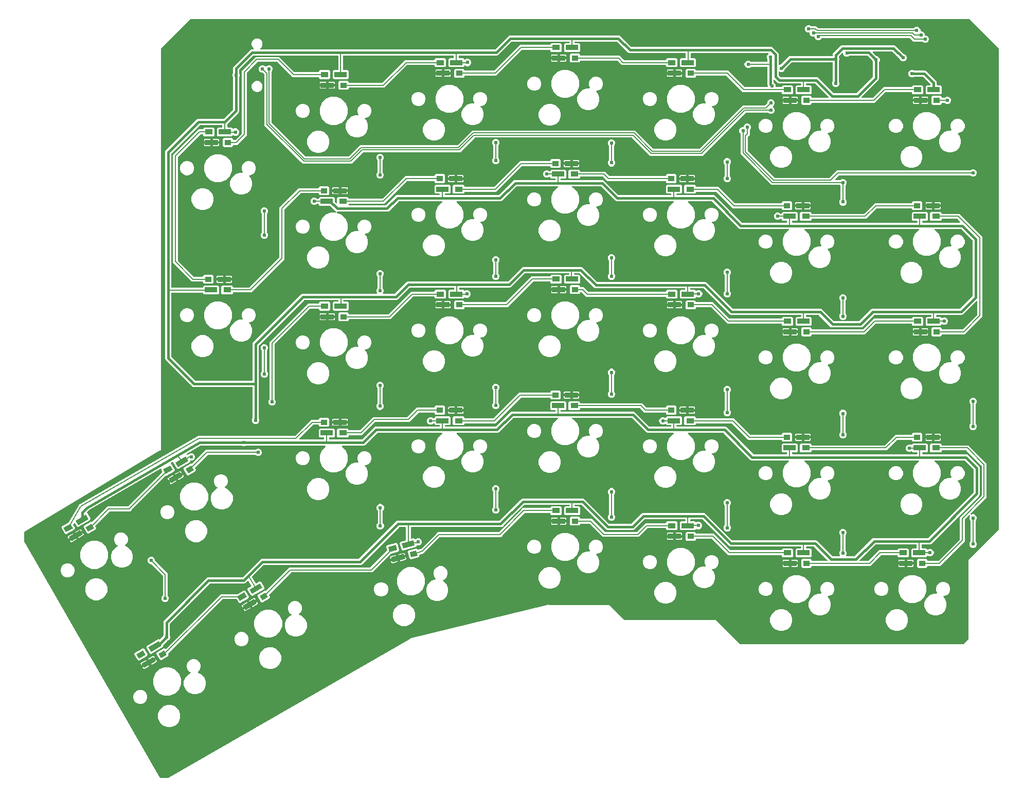
<source format=gbr>
G04 EAGLE Gerber RS-274X export*
G75*
%MOMM*%
%FSLAX34Y34*%
%LPD*%
%AMOC8*
5,1,8,0,0,1.08239X$1,22.5*%
G01*
%ADD10R,2.000000X0.850000*%
%ADD11R,1.300000X0.850000*%
%ADD12R,1.100000X0.850000*%
%ADD13R,2.200000X0.850000*%
%ADD14C,0.604800*%
%ADD15C,0.203200*%
%ADD16C,0.406400*%

G36*
X-1320990Y-56938D02*
X-1320990Y-56938D01*
X-1320894Y-56933D01*
X-1320855Y-56919D01*
X-1320804Y-56911D01*
X-1320649Y-56842D01*
X-1320579Y-56816D01*
X-922426Y172122D01*
X-922357Y172176D01*
X-922283Y172221D01*
X-922251Y172258D01*
X-922201Y172297D01*
X-922115Y172416D01*
X-922064Y172475D01*
X-921951Y172662D01*
X-921284Y172825D01*
X-921020Y172930D01*
X-921019Y172931D01*
X-920425Y173272D01*
X-920215Y173216D01*
X-920128Y173205D01*
X-920044Y173185D01*
X-919995Y173189D01*
X-919932Y173181D01*
X-919787Y173204D01*
X-919709Y173210D01*
X-696829Y227691D01*
X-696728Y227732D01*
X-696625Y227765D01*
X-696600Y227783D01*
X-696565Y227797D01*
X-696394Y227930D01*
X-696352Y227960D01*
X-696263Y228049D01*
X-695489Y228049D01*
X-695323Y228072D01*
X-695248Y228078D01*
X-694497Y228261D01*
X-694390Y228196D01*
X-694290Y228154D01*
X-694194Y228104D01*
X-694164Y228099D01*
X-694129Y228084D01*
X-693914Y228057D01*
X-693863Y228049D01*
X-593737Y228049D01*
X-569035Y203346D01*
X-568965Y203294D01*
X-568901Y203234D01*
X-568851Y203208D01*
X-568807Y203175D01*
X-568726Y203144D01*
X-568648Y203104D01*
X-568600Y203096D01*
X-568542Y203074D01*
X-568394Y203062D01*
X-568317Y203049D01*
X-418737Y203049D01*
X-379035Y163346D01*
X-378965Y163294D01*
X-378901Y163234D01*
X-378851Y163208D01*
X-378807Y163175D01*
X-378726Y163144D01*
X-378648Y163104D01*
X-378600Y163096D01*
X-378542Y163074D01*
X-378394Y163062D01*
X-378317Y163049D01*
X-11683Y163049D01*
X-11597Y163061D01*
X-11509Y163064D01*
X-11457Y163081D01*
X-11402Y163089D01*
X-11322Y163124D01*
X-11239Y163151D01*
X-11200Y163179D01*
X-11142Y163205D01*
X-11029Y163301D01*
X-10965Y163346D01*
X-3346Y170965D01*
X-3294Y171035D01*
X-3234Y171099D01*
X-3208Y171149D01*
X-3175Y171193D01*
X-3144Y171274D01*
X-3104Y171352D01*
X-3096Y171400D01*
X-3074Y171458D01*
X-3062Y171606D01*
X-3049Y171683D01*
X-3049Y301263D01*
X46654Y350965D01*
X46706Y351035D01*
X46766Y351099D01*
X46792Y351149D01*
X46825Y351193D01*
X46856Y351274D01*
X46896Y351352D01*
X46904Y351400D01*
X46926Y351458D01*
X46938Y351606D01*
X46951Y351683D01*
X46951Y1143317D01*
X46939Y1143403D01*
X46936Y1143491D01*
X46919Y1143543D01*
X46911Y1143598D01*
X46876Y1143678D01*
X46849Y1143761D01*
X46821Y1143800D01*
X46795Y1143858D01*
X46699Y1143971D01*
X46654Y1144035D01*
X-965Y1191654D01*
X-1035Y1191706D01*
X-1099Y1191766D01*
X-1149Y1191792D01*
X-1193Y1191825D01*
X-1274Y1191856D01*
X-1352Y1191896D01*
X-1400Y1191904D01*
X-1458Y1191926D01*
X-1606Y1191938D01*
X-1683Y1191951D01*
X-1283317Y1191951D01*
X-1283403Y1191939D01*
X-1283491Y1191936D01*
X-1283543Y1191919D01*
X-1283598Y1191911D01*
X-1283678Y1191876D01*
X-1283761Y1191849D01*
X-1283800Y1191821D01*
X-1283858Y1191795D01*
X-1283971Y1191699D01*
X-1284035Y1191654D01*
X-1331654Y1144035D01*
X-1331706Y1143965D01*
X-1331766Y1143901D01*
X-1331792Y1143851D01*
X-1331825Y1143807D01*
X-1331856Y1143726D01*
X-1331896Y1143648D01*
X-1331904Y1143600D01*
X-1331926Y1143542D01*
X-1331938Y1143394D01*
X-1331951Y1143317D01*
X-1331951Y486126D01*
X-1331936Y486021D01*
X-1331929Y485916D01*
X-1331917Y485885D01*
X-1331911Y485844D01*
X-1331828Y485659D01*
X-1331807Y485603D01*
X-1331736Y485486D01*
X-1331921Y484746D01*
X-1331939Y484571D01*
X-1331951Y484500D01*
X-1331951Y483737D01*
X-1332048Y483640D01*
X-1332112Y483556D01*
X-1332181Y483476D01*
X-1332194Y483446D01*
X-1332219Y483413D01*
X-1332292Y483223D01*
X-1332315Y483169D01*
X-1332349Y483035D01*
X-1333002Y482643D01*
X-1333139Y482533D01*
X-1333198Y482490D01*
X-1333737Y481951D01*
X-1333874Y481951D01*
X-1333979Y481936D01*
X-1334084Y481929D01*
X-1334115Y481917D01*
X-1334156Y481911D01*
X-1334341Y481828D01*
X-1334397Y481807D01*
X-1556458Y348570D01*
X-1556512Y348526D01*
X-1556572Y348491D01*
X-1556622Y348437D01*
X-1556679Y348391D01*
X-1556719Y348334D01*
X-1556766Y348283D01*
X-1556800Y348218D01*
X-1556842Y348157D01*
X-1556864Y348092D01*
X-1556896Y348030D01*
X-1556906Y347969D01*
X-1556933Y347888D01*
X-1556939Y347773D01*
X-1556951Y347699D01*
X-1556951Y331088D01*
X-1556938Y330992D01*
X-1556933Y330895D01*
X-1556919Y330857D01*
X-1556911Y330807D01*
X-1556841Y330650D01*
X-1556815Y330581D01*
X-1333532Y-56443D01*
X-1333484Y-56505D01*
X-1333444Y-56572D01*
X-1333397Y-56616D01*
X-1333357Y-56667D01*
X-1333294Y-56713D01*
X-1333237Y-56766D01*
X-1333179Y-56796D01*
X-1333127Y-56834D01*
X-1333053Y-56860D01*
X-1332984Y-56896D01*
X-1332929Y-56905D01*
X-1332859Y-56930D01*
X-1332729Y-56938D01*
X-1332653Y-56951D01*
X-1321085Y-56951D01*
X-1320990Y-56938D01*
G37*
%LPC*%
G36*
X-1177208Y525927D02*
X-1177208Y525927D01*
X-1179440Y526852D01*
X-1181148Y528560D01*
X-1182073Y530792D01*
X-1182073Y533208D01*
X-1181158Y535416D01*
X-1181150Y535446D01*
X-1181136Y535474D01*
X-1181123Y535551D01*
X-1181087Y535691D01*
X-1181089Y535756D01*
X-1181081Y535805D01*
X-1181081Y585904D01*
X-1181089Y585962D01*
X-1181087Y586020D01*
X-1181109Y586102D01*
X-1181121Y586186D01*
X-1181144Y586239D01*
X-1181159Y586295D01*
X-1181202Y586368D01*
X-1181237Y586445D01*
X-1181275Y586490D01*
X-1181304Y586540D01*
X-1181366Y586598D01*
X-1181420Y586662D01*
X-1181469Y586694D01*
X-1181512Y586734D01*
X-1181587Y586773D01*
X-1181657Y586820D01*
X-1181713Y586837D01*
X-1181765Y586864D01*
X-1181833Y586875D01*
X-1181928Y586905D01*
X-1182028Y586908D01*
X-1182096Y586919D01*
X-1279011Y586919D01*
X-1280878Y587693D01*
X-1282450Y589265D01*
X-1324307Y631122D01*
X-1325081Y632989D01*
X-1325081Y974011D01*
X-1324307Y975878D01*
X-1322735Y977450D01*
X-1274950Y1025235D01*
X-1273378Y1026807D01*
X-1271511Y1027581D01*
X-1229525Y1027581D01*
X-1229438Y1027593D01*
X-1229351Y1027596D01*
X-1229298Y1027613D01*
X-1229244Y1027621D01*
X-1229164Y1027656D01*
X-1229081Y1027683D01*
X-1229041Y1027711D01*
X-1228984Y1027737D01*
X-1228871Y1027833D01*
X-1228807Y1027878D01*
X-1213778Y1042907D01*
X-1213726Y1042977D01*
X-1213666Y1043041D01*
X-1213640Y1043090D01*
X-1213607Y1043134D01*
X-1213576Y1043216D01*
X-1213536Y1043294D01*
X-1213528Y1043342D01*
X-1213506Y1043400D01*
X-1213494Y1043548D01*
X-1213481Y1043625D01*
X-1213481Y1095595D01*
X-1213485Y1095626D01*
X-1213483Y1095657D01*
X-1213500Y1095733D01*
X-1213521Y1095877D01*
X-1213547Y1095935D01*
X-1213558Y1095984D01*
X-1214473Y1098192D01*
X-1214473Y1100608D01*
X-1213558Y1102816D01*
X-1213550Y1102846D01*
X-1213536Y1102874D01*
X-1213523Y1102951D01*
X-1213487Y1103092D01*
X-1213489Y1103156D01*
X-1213481Y1103205D01*
X-1213481Y1111411D01*
X-1212707Y1113278D01*
X-1211135Y1114850D01*
X-1186250Y1139735D01*
X-1184678Y1141307D01*
X-1182811Y1142081D01*
X-1180329Y1142081D01*
X-1180299Y1142085D01*
X-1180270Y1142082D01*
X-1180159Y1142105D01*
X-1180047Y1142121D01*
X-1180020Y1142133D01*
X-1179992Y1142138D01*
X-1179891Y1142191D01*
X-1179788Y1142237D01*
X-1179765Y1142256D01*
X-1179739Y1142269D01*
X-1179657Y1142347D01*
X-1179571Y1142420D01*
X-1179554Y1142445D01*
X-1179533Y1142465D01*
X-1179476Y1142563D01*
X-1179413Y1142657D01*
X-1179404Y1142685D01*
X-1179389Y1142710D01*
X-1179362Y1142820D01*
X-1179327Y1142928D01*
X-1179327Y1142958D01*
X-1179319Y1142986D01*
X-1179323Y1143099D01*
X-1179320Y1143212D01*
X-1179327Y1143241D01*
X-1179328Y1143270D01*
X-1179363Y1143378D01*
X-1179392Y1143487D01*
X-1179407Y1143513D01*
X-1179416Y1143541D01*
X-1179461Y1143604D01*
X-1179537Y1143732D01*
X-1179583Y1143775D01*
X-1179611Y1143814D01*
X-1181671Y1145874D01*
X-1183049Y1149200D01*
X-1183049Y1152800D01*
X-1181671Y1156126D01*
X-1179126Y1158671D01*
X-1175800Y1160049D01*
X-1172200Y1160049D01*
X-1168874Y1158671D01*
X-1166329Y1156126D01*
X-1164951Y1152800D01*
X-1164951Y1149200D01*
X-1166329Y1145874D01*
X-1168389Y1143814D01*
X-1168407Y1143790D01*
X-1168429Y1143771D01*
X-1168492Y1143677D01*
X-1168560Y1143587D01*
X-1168571Y1143559D01*
X-1168587Y1143535D01*
X-1168621Y1143427D01*
X-1168661Y1143321D01*
X-1168664Y1143292D01*
X-1168673Y1143264D01*
X-1168676Y1143150D01*
X-1168685Y1143038D01*
X-1168679Y1143009D01*
X-1168680Y1142980D01*
X-1168651Y1142870D01*
X-1168629Y1142759D01*
X-1168616Y1142733D01*
X-1168608Y1142705D01*
X-1168550Y1142607D01*
X-1168498Y1142507D01*
X-1168478Y1142485D01*
X-1168463Y1142460D01*
X-1168380Y1142383D01*
X-1168302Y1142301D01*
X-1168277Y1142286D01*
X-1168256Y1142266D01*
X-1168155Y1142214D01*
X-1168057Y1142157D01*
X-1168029Y1142150D01*
X-1168002Y1142136D01*
X-1167925Y1142123D01*
X-1167782Y1142087D01*
X-1167719Y1142089D01*
X-1167671Y1142081D01*
X-782525Y1142081D01*
X-782438Y1142093D01*
X-782351Y1142096D01*
X-782298Y1142113D01*
X-782244Y1142121D01*
X-782164Y1142156D01*
X-782081Y1142183D01*
X-782041Y1142211D01*
X-781984Y1142237D01*
X-781871Y1142333D01*
X-781807Y1142378D01*
X-759878Y1164307D01*
X-758011Y1165081D01*
X-577989Y1165081D01*
X-576122Y1164307D01*
X-558193Y1146378D01*
X-558123Y1146326D01*
X-558059Y1146266D01*
X-558010Y1146240D01*
X-557966Y1146207D01*
X-557884Y1146176D01*
X-557806Y1146136D01*
X-557758Y1146128D01*
X-557700Y1146106D01*
X-557552Y1146094D01*
X-557475Y1146081D01*
X-326989Y1146081D01*
X-325122Y1145307D01*
X-316193Y1136378D01*
X-315419Y1134511D01*
X-315419Y1117262D01*
X-315403Y1117148D01*
X-315393Y1117034D01*
X-315383Y1117008D01*
X-315379Y1116980D01*
X-315332Y1116876D01*
X-315291Y1116768D01*
X-315275Y1116746D01*
X-315263Y1116721D01*
X-315189Y1116633D01*
X-315120Y1116542D01*
X-315097Y1116525D01*
X-315080Y1116504D01*
X-314984Y1116440D01*
X-314892Y1116372D01*
X-314866Y1116362D01*
X-314843Y1116346D01*
X-314733Y1116312D01*
X-314626Y1116271D01*
X-314598Y1116269D01*
X-314572Y1116261D01*
X-314457Y1116258D01*
X-314343Y1116249D01*
X-314318Y1116254D01*
X-314288Y1116253D01*
X-314031Y1116320D01*
X-314015Y1116324D01*
X-312232Y1117063D01*
X-312205Y1117079D01*
X-312176Y1117088D01*
X-312112Y1117134D01*
X-311987Y1117207D01*
X-311943Y1117254D01*
X-311902Y1117283D01*
X-300450Y1128735D01*
X-298878Y1130307D01*
X-297011Y1131081D01*
X-227096Y1131081D01*
X-227038Y1131089D01*
X-226980Y1131087D01*
X-226898Y1131109D01*
X-226814Y1131121D01*
X-226761Y1131144D01*
X-226705Y1131159D01*
X-226632Y1131202D01*
X-226555Y1131237D01*
X-226510Y1131275D01*
X-226460Y1131304D01*
X-226402Y1131366D01*
X-226338Y1131420D01*
X-226306Y1131469D01*
X-226266Y1131512D01*
X-226227Y1131587D01*
X-226180Y1131657D01*
X-226163Y1131713D01*
X-226136Y1131765D01*
X-226125Y1131833D01*
X-226095Y1131928D01*
X-226092Y1132028D01*
X-226081Y1132096D01*
X-226081Y1134011D01*
X-225307Y1135878D01*
X-223735Y1137450D01*
X-214450Y1146735D01*
X-212878Y1148307D01*
X-211011Y1149081D01*
X-125239Y1149081D01*
X-123372Y1148307D01*
X-121800Y1146735D01*
X-109598Y1134533D01*
X-109573Y1134514D01*
X-109553Y1134491D01*
X-109486Y1134449D01*
X-109371Y1134362D01*
X-109310Y1134339D01*
X-109268Y1134313D01*
X-107060Y1133398D01*
X-105352Y1131690D01*
X-104427Y1129458D01*
X-104427Y1127042D01*
X-105352Y1124810D01*
X-107060Y1123102D01*
X-109292Y1122177D01*
X-111708Y1122177D01*
X-113940Y1123102D01*
X-115648Y1124810D01*
X-116563Y1127018D01*
X-116579Y1127045D01*
X-116588Y1127074D01*
X-116634Y1127138D01*
X-116707Y1127263D01*
X-116754Y1127307D01*
X-116783Y1127348D01*
X-128057Y1138622D01*
X-128127Y1138674D01*
X-128191Y1138734D01*
X-128240Y1138760D01*
X-128284Y1138793D01*
X-128366Y1138824D01*
X-128444Y1138864D01*
X-128492Y1138872D01*
X-128550Y1138894D01*
X-128698Y1138906D01*
X-128775Y1138919D01*
X-159433Y1138919D01*
X-159462Y1138915D01*
X-159491Y1138918D01*
X-159602Y1138895D01*
X-159715Y1138879D01*
X-159741Y1138867D01*
X-159770Y1138862D01*
X-159871Y1138810D01*
X-159974Y1138763D01*
X-159996Y1138744D01*
X-160022Y1138731D01*
X-160104Y1138653D01*
X-160191Y1138580D01*
X-160207Y1138555D01*
X-160228Y1138535D01*
X-160286Y1138437D01*
X-160349Y1138343D01*
X-160357Y1138315D01*
X-160372Y1138290D01*
X-160400Y1138180D01*
X-160434Y1138072D01*
X-160435Y1138042D01*
X-160442Y1138014D01*
X-160439Y1137901D01*
X-160442Y1137788D01*
X-160434Y1137759D01*
X-160433Y1137730D01*
X-160398Y1137622D01*
X-160370Y1137513D01*
X-160355Y1137487D01*
X-160346Y1137459D01*
X-160300Y1137396D01*
X-160225Y1137268D01*
X-160179Y1137225D01*
X-160151Y1137186D01*
X-154185Y1131220D01*
X-154115Y1131168D01*
X-154051Y1131108D01*
X-154002Y1131082D01*
X-153958Y1131049D01*
X-153876Y1131018D01*
X-153798Y1130978D01*
X-153761Y1130972D01*
X-151410Y1129998D01*
X-149702Y1128290D01*
X-148777Y1126058D01*
X-148777Y1123642D01*
X-149716Y1121376D01*
X-149734Y1121356D01*
X-149760Y1121307D01*
X-149793Y1121263D01*
X-149824Y1121181D01*
X-149864Y1121103D01*
X-149872Y1121056D01*
X-149894Y1120997D01*
X-149900Y1120923D01*
X-149905Y1120907D01*
X-149907Y1120846D01*
X-149919Y1120772D01*
X-149919Y1093989D01*
X-150693Y1092122D01*
X-152265Y1090550D01*
X-178717Y1064098D01*
X-178734Y1064074D01*
X-178757Y1064055D01*
X-178820Y1063961D01*
X-178888Y1063871D01*
X-178898Y1063843D01*
X-178915Y1063819D01*
X-178949Y1063711D01*
X-178989Y1063605D01*
X-178991Y1063576D01*
X-179000Y1063548D01*
X-179003Y1063434D01*
X-179013Y1063322D01*
X-179007Y1063293D01*
X-179008Y1063264D01*
X-178979Y1063154D01*
X-178957Y1063043D01*
X-178943Y1063017D01*
X-178936Y1062989D01*
X-178878Y1062891D01*
X-178826Y1062791D01*
X-178806Y1062769D01*
X-178791Y1062744D01*
X-178708Y1062667D01*
X-178630Y1062585D01*
X-178605Y1062570D01*
X-178583Y1062550D01*
X-178482Y1062498D01*
X-178385Y1062441D01*
X-178356Y1062434D01*
X-178330Y1062420D01*
X-178253Y1062407D01*
X-178109Y1062371D01*
X-178047Y1062373D01*
X-177999Y1062365D01*
X-160804Y1062365D01*
X-160718Y1062377D01*
X-160630Y1062380D01*
X-160578Y1062397D01*
X-160523Y1062405D01*
X-160443Y1062440D01*
X-160360Y1062467D01*
X-160320Y1062495D01*
X-160263Y1062521D01*
X-160150Y1062617D01*
X-160086Y1062662D01*
X-142889Y1079860D01*
X-96998Y1079860D01*
X-96940Y1079868D01*
X-96882Y1079866D01*
X-96800Y1079888D01*
X-96717Y1079899D01*
X-96663Y1079923D01*
X-96607Y1079938D01*
X-96534Y1079981D01*
X-96457Y1080016D01*
X-96413Y1080054D01*
X-96362Y1080083D01*
X-96305Y1080145D01*
X-96240Y1080199D01*
X-96208Y1080248D01*
X-96168Y1080291D01*
X-96130Y1080366D01*
X-96083Y1080436D01*
X-96065Y1080492D01*
X-96039Y1080544D01*
X-96027Y1080612D01*
X-95997Y1080707D01*
X-95994Y1080807D01*
X-95983Y1080875D01*
X-95983Y1081308D01*
X-94197Y1083094D01*
X-78671Y1083094D01*
X-76886Y1081308D01*
X-76886Y1070282D01*
X-78671Y1068496D01*
X-94197Y1068496D01*
X-95983Y1070282D01*
X-95983Y1070715D01*
X-95991Y1070773D01*
X-95990Y1070831D01*
X-96011Y1070913D01*
X-96023Y1070996D01*
X-96047Y1071050D01*
X-96062Y1071106D01*
X-96105Y1071179D01*
X-96139Y1071256D01*
X-96177Y1071300D01*
X-96207Y1071351D01*
X-96268Y1071408D01*
X-96323Y1071473D01*
X-96371Y1071505D01*
X-96414Y1071545D01*
X-96489Y1071584D01*
X-96559Y1071630D01*
X-96615Y1071648D01*
X-96667Y1071675D01*
X-96735Y1071686D01*
X-96830Y1071716D01*
X-96930Y1071719D01*
X-96998Y1071730D01*
X-139101Y1071730D01*
X-139188Y1071718D01*
X-139275Y1071715D01*
X-139328Y1071698D01*
X-139382Y1071690D01*
X-139462Y1071655D01*
X-139545Y1071628D01*
X-139585Y1071600D01*
X-139642Y1071574D01*
X-139755Y1071478D01*
X-139819Y1071433D01*
X-157016Y1054235D01*
X-260186Y1054235D01*
X-260244Y1054227D01*
X-260302Y1054229D01*
X-260384Y1054207D01*
X-260468Y1054195D01*
X-260521Y1054172D01*
X-260577Y1054157D01*
X-260650Y1054114D01*
X-260727Y1054079D01*
X-260772Y1054041D01*
X-260822Y1054012D01*
X-260880Y1053950D01*
X-260944Y1053896D01*
X-260976Y1053847D01*
X-261016Y1053804D01*
X-261055Y1053729D01*
X-261102Y1053659D01*
X-261119Y1053603D01*
X-261146Y1053551D01*
X-261157Y1053483D01*
X-261187Y1053388D01*
X-261190Y1053288D01*
X-261201Y1053220D01*
X-261201Y1052787D01*
X-262987Y1051001D01*
X-276513Y1051001D01*
X-278299Y1052787D01*
X-278299Y1063813D01*
X-276513Y1065599D01*
X-262987Y1065599D01*
X-261201Y1063813D01*
X-261201Y1063380D01*
X-261193Y1063322D01*
X-261195Y1063264D01*
X-261173Y1063182D01*
X-261161Y1063098D01*
X-261138Y1063045D01*
X-261123Y1062989D01*
X-261080Y1062916D01*
X-261045Y1062839D01*
X-261007Y1062794D01*
X-260978Y1062744D01*
X-260916Y1062686D01*
X-260862Y1062622D01*
X-260813Y1062590D01*
X-260770Y1062550D01*
X-260695Y1062511D01*
X-260625Y1062464D01*
X-260569Y1062447D01*
X-260517Y1062420D01*
X-260449Y1062409D01*
X-260354Y1062379D01*
X-260254Y1062376D01*
X-260186Y1062365D01*
X-234001Y1062365D01*
X-233972Y1062369D01*
X-233943Y1062366D01*
X-233832Y1062389D01*
X-233719Y1062405D01*
X-233693Y1062417D01*
X-233664Y1062422D01*
X-233563Y1062474D01*
X-233460Y1062521D01*
X-233438Y1062540D01*
X-233412Y1062553D01*
X-233330Y1062631D01*
X-233243Y1062704D01*
X-233227Y1062729D01*
X-233206Y1062749D01*
X-233148Y1062847D01*
X-233085Y1062941D01*
X-233077Y1062969D01*
X-233062Y1062994D01*
X-233034Y1063104D01*
X-233000Y1063212D01*
X-232999Y1063242D01*
X-232992Y1063270D01*
X-232995Y1063383D01*
X-232992Y1063496D01*
X-233000Y1063525D01*
X-233001Y1063554D01*
X-233036Y1063662D01*
X-233064Y1063771D01*
X-233079Y1063797D01*
X-233088Y1063825D01*
X-233134Y1063888D01*
X-233209Y1064016D01*
X-233255Y1064059D01*
X-233283Y1064098D01*
X-254807Y1085622D01*
X-254877Y1085674D01*
X-254941Y1085734D01*
X-254990Y1085760D01*
X-255034Y1085793D01*
X-255116Y1085824D01*
X-255194Y1085864D01*
X-255242Y1085872D01*
X-255300Y1085894D01*
X-255448Y1085906D01*
X-255525Y1085919D01*
X-269170Y1085919D01*
X-269228Y1085911D01*
X-269286Y1085913D01*
X-269368Y1085891D01*
X-269452Y1085879D01*
X-269505Y1085856D01*
X-269561Y1085841D01*
X-269634Y1085798D01*
X-269711Y1085763D01*
X-269756Y1085725D01*
X-269806Y1085696D01*
X-269864Y1085634D01*
X-269928Y1085580D01*
X-269960Y1085531D01*
X-270000Y1085488D01*
X-270039Y1085413D01*
X-270086Y1085343D01*
X-270103Y1085287D01*
X-270130Y1085235D01*
X-270141Y1085167D01*
X-270171Y1085072D01*
X-270174Y1084972D01*
X-270185Y1084904D01*
X-270185Y1084114D01*
X-270177Y1084056D01*
X-270179Y1083998D01*
X-270157Y1083916D01*
X-270145Y1083832D01*
X-270122Y1083779D01*
X-270107Y1083723D01*
X-270064Y1083650D01*
X-270029Y1083573D01*
X-269991Y1083528D01*
X-269962Y1083478D01*
X-269900Y1083420D01*
X-269846Y1083356D01*
X-269797Y1083324D01*
X-269754Y1083284D01*
X-269679Y1083245D01*
X-269609Y1083198D01*
X-269553Y1083181D01*
X-269501Y1083154D01*
X-269433Y1083143D01*
X-269338Y1083113D01*
X-269238Y1083110D01*
X-269170Y1083099D01*
X-262987Y1083099D01*
X-261201Y1081313D01*
X-261201Y1070287D01*
X-262987Y1068501D01*
X-285513Y1068501D01*
X-287299Y1070287D01*
X-287299Y1081313D01*
X-285513Y1083099D01*
X-279330Y1083099D01*
X-279272Y1083107D01*
X-279214Y1083105D01*
X-279132Y1083127D01*
X-279048Y1083139D01*
X-278995Y1083162D01*
X-278939Y1083177D01*
X-278866Y1083220D01*
X-278789Y1083255D01*
X-278744Y1083293D01*
X-278694Y1083322D01*
X-278636Y1083384D01*
X-278572Y1083438D01*
X-278540Y1083487D01*
X-278500Y1083530D01*
X-278461Y1083605D01*
X-278414Y1083675D01*
X-278397Y1083731D01*
X-278370Y1083783D01*
X-278359Y1083851D01*
X-278329Y1083946D01*
X-278326Y1084046D01*
X-278315Y1084114D01*
X-278315Y1084904D01*
X-278323Y1084962D01*
X-278321Y1085020D01*
X-278343Y1085102D01*
X-278355Y1085186D01*
X-278378Y1085239D01*
X-278393Y1085295D01*
X-278436Y1085368D01*
X-278471Y1085445D01*
X-278509Y1085490D01*
X-278538Y1085540D01*
X-278600Y1085598D01*
X-278654Y1085662D01*
X-278703Y1085694D01*
X-278746Y1085734D01*
X-278821Y1085773D01*
X-278891Y1085820D01*
X-278947Y1085837D01*
X-278999Y1085864D01*
X-279067Y1085875D01*
X-279162Y1085905D01*
X-279262Y1085908D01*
X-279330Y1085919D01*
X-315011Y1085919D01*
X-316878Y1086693D01*
X-322186Y1092001D01*
X-322210Y1092019D01*
X-322229Y1092041D01*
X-322323Y1092104D01*
X-322413Y1092172D01*
X-322441Y1092182D01*
X-322465Y1092199D01*
X-322573Y1092233D01*
X-322679Y1092273D01*
X-322708Y1092275D01*
X-322736Y1092284D01*
X-322850Y1092287D01*
X-322962Y1092297D01*
X-322991Y1092291D01*
X-323020Y1092292D01*
X-323130Y1092263D01*
X-323241Y1092241D01*
X-323267Y1092227D01*
X-323295Y1092220D01*
X-323393Y1092162D01*
X-323493Y1092110D01*
X-323515Y1092090D01*
X-323540Y1092075D01*
X-323617Y1091992D01*
X-323699Y1091914D01*
X-323714Y1091889D01*
X-323734Y1091867D01*
X-323786Y1091766D01*
X-323843Y1091669D01*
X-323850Y1091640D01*
X-323864Y1091614D01*
X-323877Y1091537D01*
X-323913Y1091393D01*
X-323911Y1091331D01*
X-323919Y1091283D01*
X-323919Y1088182D01*
X-323919Y1088181D01*
X-323919Y1088179D01*
X-323898Y1088032D01*
X-323879Y1087901D01*
X-323879Y1087900D01*
X-323879Y1087898D01*
X-323821Y1087770D01*
X-323763Y1087642D01*
X-323762Y1087640D01*
X-323761Y1087639D01*
X-323670Y1087532D01*
X-323580Y1087425D01*
X-323578Y1087424D01*
X-323577Y1087422D01*
X-323564Y1087414D01*
X-323343Y1087267D01*
X-323314Y1087258D01*
X-323293Y1087244D01*
X-323060Y1087148D01*
X-321352Y1085440D01*
X-320427Y1083208D01*
X-320427Y1080880D01*
X-320419Y1080822D01*
X-320421Y1080764D01*
X-320399Y1080682D01*
X-320387Y1080598D01*
X-320364Y1080545D01*
X-320349Y1080489D01*
X-320306Y1080416D01*
X-320271Y1080339D01*
X-320233Y1080294D01*
X-320204Y1080244D01*
X-320142Y1080186D01*
X-320088Y1080122D01*
X-320039Y1080090D01*
X-319996Y1080050D01*
X-319921Y1080011D01*
X-319851Y1079964D01*
X-319795Y1079947D01*
X-319743Y1079920D01*
X-319675Y1079909D01*
X-319580Y1079879D01*
X-319480Y1079876D01*
X-319412Y1079865D01*
X-311314Y1079865D01*
X-311256Y1079873D01*
X-311198Y1079871D01*
X-311116Y1079893D01*
X-311032Y1079905D01*
X-310979Y1079928D01*
X-310923Y1079943D01*
X-310850Y1079986D01*
X-310773Y1080021D01*
X-310728Y1080059D01*
X-310678Y1080088D01*
X-310620Y1080150D01*
X-310556Y1080204D01*
X-310524Y1080253D01*
X-310484Y1080296D01*
X-310445Y1080371D01*
X-310398Y1080441D01*
X-310381Y1080497D01*
X-310354Y1080549D01*
X-310343Y1080617D01*
X-310313Y1080712D01*
X-310310Y1080812D01*
X-310299Y1080880D01*
X-310299Y1081313D01*
X-308513Y1083099D01*
X-292987Y1083099D01*
X-291201Y1081313D01*
X-291201Y1070287D01*
X-292987Y1068501D01*
X-308513Y1068501D01*
X-310299Y1070287D01*
X-310299Y1070720D01*
X-310307Y1070778D01*
X-310305Y1070836D01*
X-310327Y1070918D01*
X-310339Y1071002D01*
X-310362Y1071055D01*
X-310377Y1071111D01*
X-310420Y1071184D01*
X-310455Y1071261D01*
X-310493Y1071306D01*
X-310522Y1071356D01*
X-310584Y1071414D01*
X-310638Y1071478D01*
X-310687Y1071510D01*
X-310730Y1071550D01*
X-310805Y1071589D01*
X-310875Y1071636D01*
X-310931Y1071653D01*
X-310983Y1071680D01*
X-311051Y1071691D01*
X-311146Y1071721D01*
X-311246Y1071724D01*
X-311314Y1071735D01*
X-374484Y1071735D01*
X-401311Y1098563D01*
X-401381Y1098615D01*
X-401445Y1098675D01*
X-401494Y1098701D01*
X-401538Y1098734D01*
X-401620Y1098765D01*
X-401698Y1098805D01*
X-401746Y1098813D01*
X-401804Y1098835D01*
X-401952Y1098847D01*
X-402029Y1098860D01*
X-450686Y1098860D01*
X-450744Y1098852D01*
X-450802Y1098854D01*
X-450884Y1098832D01*
X-450968Y1098820D01*
X-451021Y1098796D01*
X-451077Y1098782D01*
X-451150Y1098739D01*
X-451227Y1098704D01*
X-451272Y1098666D01*
X-451322Y1098636D01*
X-451380Y1098575D01*
X-451444Y1098520D01*
X-451476Y1098472D01*
X-451516Y1098429D01*
X-451555Y1098354D01*
X-451602Y1098284D01*
X-451619Y1098228D01*
X-451646Y1098176D01*
X-451657Y1098108D01*
X-451687Y1098013D01*
X-451690Y1097913D01*
X-451701Y1097845D01*
X-451701Y1097412D01*
X-453487Y1095626D01*
X-467013Y1095626D01*
X-468799Y1097412D01*
X-468799Y1108438D01*
X-467013Y1110224D01*
X-453487Y1110224D01*
X-451701Y1108438D01*
X-451701Y1108005D01*
X-451693Y1107947D01*
X-451695Y1107889D01*
X-451673Y1107807D01*
X-451661Y1107723D01*
X-451638Y1107670D01*
X-451623Y1107614D01*
X-451580Y1107541D01*
X-451545Y1107464D01*
X-451507Y1107419D01*
X-451478Y1107369D01*
X-451416Y1107311D01*
X-451362Y1107247D01*
X-451313Y1107215D01*
X-451270Y1107175D01*
X-451195Y1107136D01*
X-451125Y1107089D01*
X-451069Y1107072D01*
X-451017Y1107045D01*
X-450949Y1107034D01*
X-450854Y1107004D01*
X-450754Y1107001D01*
X-450686Y1106990D01*
X-398241Y1106990D01*
X-371414Y1080162D01*
X-371344Y1080110D01*
X-371280Y1080050D01*
X-371231Y1080024D01*
X-371186Y1079991D01*
X-371105Y1079960D01*
X-371027Y1079920D01*
X-370979Y1079912D01*
X-370921Y1079890D01*
X-370773Y1079878D01*
X-370696Y1079865D01*
X-334001Y1079865D01*
X-333972Y1079869D01*
X-333943Y1079866D01*
X-333832Y1079889D01*
X-333719Y1079905D01*
X-333693Y1079917D01*
X-333664Y1079922D01*
X-333563Y1079975D01*
X-333460Y1080021D01*
X-333438Y1080040D01*
X-333412Y1080053D01*
X-333329Y1080131D01*
X-333243Y1080204D01*
X-333227Y1080229D01*
X-333205Y1080249D01*
X-333148Y1080347D01*
X-333085Y1080441D01*
X-333077Y1080469D01*
X-333062Y1080494D01*
X-333034Y1080604D01*
X-333000Y1080712D01*
X-332999Y1080741D01*
X-332992Y1080770D01*
X-332995Y1080883D01*
X-332992Y1080996D01*
X-333000Y1081025D01*
X-333001Y1081054D01*
X-333036Y1081162D01*
X-333064Y1081271D01*
X-333079Y1081297D01*
X-333088Y1081325D01*
X-333134Y1081389D01*
X-333209Y1081516D01*
X-333255Y1081559D01*
X-333283Y1081598D01*
X-333307Y1081622D01*
X-334081Y1083489D01*
X-334081Y1112420D01*
X-334089Y1112478D01*
X-334087Y1112536D01*
X-334109Y1112618D01*
X-334121Y1112702D01*
X-334144Y1112755D01*
X-334159Y1112811D01*
X-334202Y1112884D01*
X-334237Y1112961D01*
X-334275Y1113006D01*
X-334304Y1113056D01*
X-334366Y1113114D01*
X-334420Y1113178D01*
X-334469Y1113210D01*
X-334512Y1113250D01*
X-334587Y1113289D01*
X-334657Y1113336D01*
X-334713Y1113353D01*
X-334765Y1113380D01*
X-334833Y1113391D01*
X-334928Y1113421D01*
X-335028Y1113424D01*
X-335096Y1113435D01*
X-360556Y1113435D01*
X-360643Y1113423D01*
X-360730Y1113420D01*
X-360783Y1113403D01*
X-360838Y1113395D01*
X-360917Y1113360D01*
X-361001Y1113333D01*
X-361040Y1113305D01*
X-361097Y1113279D01*
X-361210Y1113183D01*
X-361274Y1113138D01*
X-362060Y1112352D01*
X-364292Y1111427D01*
X-366708Y1111427D01*
X-368940Y1112352D01*
X-370648Y1114060D01*
X-371573Y1116292D01*
X-371573Y1118708D01*
X-370648Y1120940D01*
X-368940Y1122648D01*
X-366708Y1123573D01*
X-364292Y1123573D01*
X-362060Y1122648D01*
X-361274Y1121862D01*
X-361204Y1121810D01*
X-361140Y1121750D01*
X-361091Y1121724D01*
X-361047Y1121691D01*
X-360965Y1121660D01*
X-360887Y1121620D01*
X-360840Y1121612D01*
X-360781Y1121590D01*
X-360633Y1121578D01*
X-360556Y1121565D01*
X-335096Y1121565D01*
X-335038Y1121573D01*
X-334980Y1121571D01*
X-334898Y1121593D01*
X-334814Y1121605D01*
X-334761Y1121628D01*
X-334705Y1121643D01*
X-334632Y1121686D01*
X-334555Y1121721D01*
X-334510Y1121759D01*
X-334460Y1121788D01*
X-334402Y1121850D01*
X-334338Y1121904D01*
X-334306Y1121953D01*
X-334266Y1121996D01*
X-334227Y1122071D01*
X-334180Y1122141D01*
X-334163Y1122197D01*
X-334136Y1122249D01*
X-334125Y1122317D01*
X-334095Y1122412D01*
X-334092Y1122512D01*
X-334081Y1122580D01*
X-334081Y1125195D01*
X-334085Y1125226D01*
X-334083Y1125257D01*
X-334100Y1125333D01*
X-334121Y1125477D01*
X-334147Y1125536D01*
X-334158Y1125584D01*
X-335073Y1127792D01*
X-335073Y1130208D01*
X-334148Y1132440D01*
X-332402Y1134186D01*
X-332384Y1134210D01*
X-332362Y1134229D01*
X-332299Y1134323D01*
X-332231Y1134413D01*
X-332221Y1134441D01*
X-332204Y1134465D01*
X-332170Y1134573D01*
X-332130Y1134679D01*
X-332127Y1134708D01*
X-332119Y1134736D01*
X-332116Y1134850D01*
X-332106Y1134962D01*
X-332112Y1134991D01*
X-332111Y1135020D01*
X-332140Y1135130D01*
X-332162Y1135241D01*
X-332176Y1135267D01*
X-332183Y1135295D01*
X-332241Y1135393D01*
X-332293Y1135493D01*
X-332313Y1135515D01*
X-332328Y1135540D01*
X-332411Y1135617D01*
X-332489Y1135699D01*
X-332514Y1135714D01*
X-332536Y1135734D01*
X-332637Y1135786D01*
X-332734Y1135843D01*
X-332763Y1135850D01*
X-332789Y1135864D01*
X-332866Y1135877D01*
X-333010Y1135913D01*
X-333072Y1135911D01*
X-333120Y1135919D01*
X-458920Y1135919D01*
X-458978Y1135911D01*
X-459036Y1135913D01*
X-459118Y1135891D01*
X-459202Y1135879D01*
X-459255Y1135856D01*
X-459311Y1135841D01*
X-459384Y1135798D01*
X-459461Y1135763D01*
X-459506Y1135725D01*
X-459556Y1135696D01*
X-459614Y1135634D01*
X-459678Y1135580D01*
X-459710Y1135531D01*
X-459750Y1135488D01*
X-459789Y1135413D01*
X-459836Y1135343D01*
X-459853Y1135287D01*
X-459880Y1135235D01*
X-459891Y1135167D01*
X-459921Y1135072D01*
X-459924Y1134972D01*
X-459935Y1134904D01*
X-459935Y1128739D01*
X-459927Y1128681D01*
X-459929Y1128623D01*
X-459907Y1128541D01*
X-459895Y1128457D01*
X-459872Y1128404D01*
X-459857Y1128348D01*
X-459814Y1128275D01*
X-459779Y1128198D01*
X-459741Y1128153D01*
X-459712Y1128103D01*
X-459650Y1128045D01*
X-459596Y1127981D01*
X-459547Y1127949D01*
X-459504Y1127909D01*
X-459429Y1127870D01*
X-459359Y1127823D01*
X-459303Y1127806D01*
X-459251Y1127779D01*
X-459183Y1127768D01*
X-459088Y1127738D01*
X-458988Y1127735D01*
X-458920Y1127724D01*
X-453487Y1127724D01*
X-451701Y1125938D01*
X-451701Y1114912D01*
X-453487Y1113126D01*
X-476013Y1113126D01*
X-477799Y1114912D01*
X-477799Y1125938D01*
X-476013Y1127724D01*
X-469080Y1127724D01*
X-469022Y1127732D01*
X-468964Y1127730D01*
X-468882Y1127752D01*
X-468798Y1127764D01*
X-468745Y1127787D01*
X-468689Y1127802D01*
X-468616Y1127845D01*
X-468539Y1127880D01*
X-468494Y1127918D01*
X-468444Y1127947D01*
X-468386Y1128009D01*
X-468322Y1128063D01*
X-468290Y1128112D01*
X-468250Y1128155D01*
X-468211Y1128230D01*
X-468164Y1128300D01*
X-468147Y1128356D01*
X-468120Y1128408D01*
X-468109Y1128476D01*
X-468079Y1128571D01*
X-468076Y1128671D01*
X-468065Y1128739D01*
X-468065Y1134904D01*
X-468073Y1134962D01*
X-468071Y1135020D01*
X-468093Y1135102D01*
X-468105Y1135186D01*
X-468128Y1135239D01*
X-468143Y1135295D01*
X-468186Y1135368D01*
X-468221Y1135445D01*
X-468259Y1135490D01*
X-468288Y1135540D01*
X-468350Y1135598D01*
X-468404Y1135662D01*
X-468453Y1135694D01*
X-468496Y1135734D01*
X-468571Y1135773D01*
X-468641Y1135820D01*
X-468697Y1135837D01*
X-468749Y1135864D01*
X-468817Y1135875D01*
X-468912Y1135905D01*
X-469012Y1135908D01*
X-469080Y1135919D01*
X-561011Y1135919D01*
X-562878Y1136693D01*
X-580807Y1154622D01*
X-580877Y1154674D01*
X-580941Y1154734D01*
X-580990Y1154760D01*
X-581034Y1154793D01*
X-581116Y1154824D01*
X-581194Y1154864D01*
X-581242Y1154872D01*
X-581300Y1154894D01*
X-581448Y1154906D01*
X-581525Y1154919D01*
X-650170Y1154919D01*
X-650228Y1154911D01*
X-650286Y1154913D01*
X-650368Y1154891D01*
X-650452Y1154879D01*
X-650505Y1154856D01*
X-650561Y1154841D01*
X-650634Y1154798D01*
X-650711Y1154763D01*
X-650756Y1154725D01*
X-650806Y1154696D01*
X-650864Y1154634D01*
X-650928Y1154580D01*
X-650960Y1154531D01*
X-651000Y1154488D01*
X-651039Y1154413D01*
X-651086Y1154343D01*
X-651103Y1154287D01*
X-651130Y1154235D01*
X-651141Y1154167D01*
X-651171Y1154072D01*
X-651174Y1153972D01*
X-651185Y1153904D01*
X-651185Y1153551D01*
X-651177Y1153494D01*
X-651179Y1153435D01*
X-651157Y1153354D01*
X-651145Y1153270D01*
X-651122Y1153217D01*
X-651107Y1153160D01*
X-651064Y1153088D01*
X-651029Y1153011D01*
X-650991Y1152966D01*
X-650962Y1152916D01*
X-650900Y1152858D01*
X-650846Y1152794D01*
X-650797Y1152761D01*
X-650754Y1152721D01*
X-650679Y1152683D01*
X-650609Y1152636D01*
X-650553Y1152618D01*
X-650501Y1152592D01*
X-650433Y1152580D01*
X-650338Y1152550D01*
X-650238Y1152548D01*
X-650170Y1152536D01*
X-643987Y1152536D01*
X-642201Y1150750D01*
X-642201Y1139725D01*
X-643987Y1137939D01*
X-666513Y1137939D01*
X-668299Y1139725D01*
X-668299Y1150750D01*
X-666513Y1152536D01*
X-660330Y1152536D01*
X-660272Y1152544D01*
X-660214Y1152543D01*
X-660132Y1152564D01*
X-660048Y1152576D01*
X-659995Y1152600D01*
X-659939Y1152615D01*
X-659866Y1152658D01*
X-659789Y1152692D01*
X-659744Y1152730D01*
X-659694Y1152760D01*
X-659636Y1152822D01*
X-659572Y1152876D01*
X-659540Y1152925D01*
X-659500Y1152967D01*
X-659461Y1153042D01*
X-659414Y1153113D01*
X-659397Y1153168D01*
X-659370Y1153220D01*
X-659359Y1153288D01*
X-659329Y1153384D01*
X-659326Y1153483D01*
X-659315Y1153551D01*
X-659315Y1153904D01*
X-659323Y1153962D01*
X-659321Y1154020D01*
X-659343Y1154102D01*
X-659355Y1154186D01*
X-659378Y1154239D01*
X-659393Y1154295D01*
X-659436Y1154368D01*
X-659471Y1154445D01*
X-659509Y1154490D01*
X-659538Y1154540D01*
X-659600Y1154598D01*
X-659654Y1154662D01*
X-659703Y1154694D01*
X-659746Y1154734D01*
X-659821Y1154773D01*
X-659891Y1154820D01*
X-659947Y1154837D01*
X-659999Y1154864D01*
X-660067Y1154875D01*
X-660162Y1154905D01*
X-660262Y1154908D01*
X-660330Y1154919D01*
X-754475Y1154919D01*
X-754562Y1154907D01*
X-754649Y1154904D01*
X-754702Y1154887D01*
X-754756Y1154879D01*
X-754836Y1154844D01*
X-754919Y1154817D01*
X-754959Y1154789D01*
X-755016Y1154763D01*
X-755129Y1154667D01*
X-755193Y1154622D01*
X-777122Y1132693D01*
X-778989Y1131919D01*
X-840920Y1131919D01*
X-840978Y1131911D01*
X-841036Y1131913D01*
X-841118Y1131891D01*
X-841202Y1131879D01*
X-841255Y1131856D01*
X-841311Y1131841D01*
X-841384Y1131798D01*
X-841461Y1131763D01*
X-841506Y1131725D01*
X-841556Y1131696D01*
X-841614Y1131634D01*
X-841678Y1131580D01*
X-841710Y1131531D01*
X-841750Y1131488D01*
X-841789Y1131413D01*
X-841836Y1131343D01*
X-841853Y1131287D01*
X-841880Y1131235D01*
X-841891Y1131167D01*
X-841921Y1131072D01*
X-841924Y1130972D01*
X-841935Y1130904D01*
X-841935Y1128739D01*
X-841927Y1128681D01*
X-841929Y1128623D01*
X-841907Y1128541D01*
X-841895Y1128457D01*
X-841872Y1128404D01*
X-841857Y1128348D01*
X-841814Y1128275D01*
X-841779Y1128198D01*
X-841741Y1128153D01*
X-841712Y1128103D01*
X-841650Y1128045D01*
X-841596Y1127981D01*
X-841547Y1127949D01*
X-841504Y1127909D01*
X-841429Y1127870D01*
X-841359Y1127823D01*
X-841303Y1127806D01*
X-841251Y1127779D01*
X-841183Y1127768D01*
X-841088Y1127738D01*
X-840988Y1127735D01*
X-840920Y1127724D01*
X-834487Y1127724D01*
X-832514Y1125750D01*
X-832513Y1125748D01*
X-832435Y1125666D01*
X-832362Y1125580D01*
X-832337Y1125564D01*
X-832317Y1125542D01*
X-832219Y1125485D01*
X-832125Y1125422D01*
X-832097Y1125413D01*
X-832072Y1125399D01*
X-831962Y1125371D01*
X-831854Y1125337D01*
X-831825Y1125336D01*
X-831796Y1125329D01*
X-831683Y1125332D01*
X-831570Y1125329D01*
X-831541Y1125337D01*
X-831512Y1125338D01*
X-831404Y1125373D01*
X-831295Y1125401D01*
X-831269Y1125416D01*
X-831241Y1125425D01*
X-831177Y1125471D01*
X-831050Y1125546D01*
X-831007Y1125592D01*
X-830968Y1125620D01*
X-830940Y1125648D01*
X-828708Y1126573D01*
X-826292Y1126573D01*
X-824060Y1125648D01*
X-822352Y1123940D01*
X-821427Y1121708D01*
X-821427Y1119292D01*
X-822352Y1117060D01*
X-824060Y1115352D01*
X-826292Y1114427D01*
X-828708Y1114427D01*
X-830940Y1115352D01*
X-830968Y1115380D01*
X-830992Y1115398D01*
X-831011Y1115420D01*
X-831063Y1115455D01*
X-831087Y1115478D01*
X-831121Y1115495D01*
X-831195Y1115551D01*
X-831223Y1115561D01*
X-831247Y1115578D01*
X-831355Y1115612D01*
X-831461Y1115652D01*
X-831490Y1115655D01*
X-831518Y1115663D01*
X-831631Y1115666D01*
X-831744Y1115676D01*
X-831773Y1115670D01*
X-831802Y1115671D01*
X-831912Y1115642D01*
X-832023Y1115620D01*
X-832049Y1115606D01*
X-832077Y1115599D01*
X-832175Y1115541D01*
X-832275Y1115489D01*
X-832297Y1115469D01*
X-832322Y1115454D01*
X-832399Y1115371D01*
X-832481Y1115293D01*
X-832496Y1115268D01*
X-832516Y1115246D01*
X-832568Y1115145D01*
X-832625Y1115048D01*
X-832632Y1115019D01*
X-832646Y1114993D01*
X-832651Y1114962D01*
X-834487Y1113126D01*
X-857013Y1113126D01*
X-858799Y1114912D01*
X-858799Y1125938D01*
X-857013Y1127724D01*
X-851080Y1127724D01*
X-851022Y1127732D01*
X-850964Y1127730D01*
X-850882Y1127752D01*
X-850798Y1127764D01*
X-850745Y1127787D01*
X-850689Y1127802D01*
X-850616Y1127845D01*
X-850539Y1127880D01*
X-850494Y1127918D01*
X-850444Y1127947D01*
X-850386Y1128009D01*
X-850322Y1128063D01*
X-850290Y1128112D01*
X-850250Y1128155D01*
X-850211Y1128230D01*
X-850164Y1128300D01*
X-850147Y1128356D01*
X-850120Y1128408D01*
X-850109Y1128476D01*
X-850079Y1128571D01*
X-850076Y1128671D01*
X-850065Y1128739D01*
X-850065Y1130904D01*
X-850073Y1130960D01*
X-850071Y1131008D01*
X-850072Y1131009D01*
X-850071Y1131020D01*
X-850093Y1131102D01*
X-850105Y1131186D01*
X-850128Y1131239D01*
X-850143Y1131295D01*
X-850186Y1131368D01*
X-850221Y1131445D01*
X-850259Y1131490D01*
X-850288Y1131540D01*
X-850350Y1131598D01*
X-850404Y1131662D01*
X-850453Y1131694D01*
X-850496Y1131734D01*
X-850571Y1131773D01*
X-850641Y1131820D01*
X-850697Y1131837D01*
X-850749Y1131864D01*
X-850817Y1131875D01*
X-850912Y1131905D01*
X-851012Y1131908D01*
X-851080Y1131919D01*
X-1031170Y1131919D01*
X-1031228Y1131911D01*
X-1031286Y1131913D01*
X-1031368Y1131891D01*
X-1031452Y1131879D01*
X-1031505Y1131856D01*
X-1031561Y1131841D01*
X-1031634Y1131798D01*
X-1031711Y1131763D01*
X-1031756Y1131725D01*
X-1031806Y1131696D01*
X-1031864Y1131634D01*
X-1031928Y1131580D01*
X-1031960Y1131531D01*
X-1032000Y1131488D01*
X-1032039Y1131413D01*
X-1032086Y1131343D01*
X-1032103Y1131287D01*
X-1032130Y1131235D01*
X-1032141Y1131167D01*
X-1032171Y1131072D01*
X-1032174Y1130972D01*
X-1032185Y1130904D01*
X-1032185Y1108926D01*
X-1032177Y1108869D01*
X-1032179Y1108810D01*
X-1032157Y1108729D01*
X-1032145Y1108645D01*
X-1032122Y1108592D01*
X-1032107Y1108535D01*
X-1032064Y1108463D01*
X-1032029Y1108386D01*
X-1031991Y1108341D01*
X-1031962Y1108291D01*
X-1031900Y1108233D01*
X-1031846Y1108169D01*
X-1031797Y1108136D01*
X-1031754Y1108096D01*
X-1031679Y1108058D01*
X-1031609Y1108011D01*
X-1031553Y1107993D01*
X-1031501Y1107967D01*
X-1031433Y1107955D01*
X-1031338Y1107925D01*
X-1031238Y1107923D01*
X-1031170Y1107911D01*
X-1024987Y1107911D01*
X-1023201Y1106125D01*
X-1023201Y1095100D01*
X-1024987Y1093314D01*
X-1047513Y1093314D01*
X-1049299Y1095100D01*
X-1049299Y1106125D01*
X-1047513Y1107911D01*
X-1041330Y1107911D01*
X-1041272Y1107919D01*
X-1041214Y1107918D01*
X-1041132Y1107939D01*
X-1041048Y1107951D01*
X-1040995Y1107975D01*
X-1040939Y1107990D01*
X-1040866Y1108033D01*
X-1040789Y1108067D01*
X-1040744Y1108105D01*
X-1040694Y1108135D01*
X-1040636Y1108197D01*
X-1040572Y1108251D01*
X-1040540Y1108300D01*
X-1040500Y1108342D01*
X-1040461Y1108417D01*
X-1040414Y1108488D01*
X-1040397Y1108543D01*
X-1040370Y1108595D01*
X-1040359Y1108663D01*
X-1040329Y1108759D01*
X-1040326Y1108858D01*
X-1040315Y1108926D01*
X-1040315Y1130904D01*
X-1040323Y1130960D01*
X-1040321Y1131008D01*
X-1040322Y1131009D01*
X-1040321Y1131020D01*
X-1040343Y1131102D01*
X-1040355Y1131186D01*
X-1040378Y1131239D01*
X-1040393Y1131295D01*
X-1040436Y1131368D01*
X-1040471Y1131445D01*
X-1040509Y1131490D01*
X-1040538Y1131540D01*
X-1040600Y1131598D01*
X-1040654Y1131662D01*
X-1040703Y1131694D01*
X-1040746Y1131734D01*
X-1040821Y1131773D01*
X-1040891Y1131820D01*
X-1040947Y1131837D01*
X-1040999Y1131864D01*
X-1041067Y1131875D01*
X-1041162Y1131905D01*
X-1041262Y1131908D01*
X-1041330Y1131919D01*
X-1179275Y1131919D01*
X-1179362Y1131907D01*
X-1179449Y1131904D01*
X-1179502Y1131887D01*
X-1179556Y1131879D01*
X-1179636Y1131844D01*
X-1179720Y1131817D01*
X-1179759Y1131789D01*
X-1179816Y1131763D01*
X-1179929Y1131667D01*
X-1179993Y1131622D01*
X-1203022Y1108593D01*
X-1203074Y1108523D01*
X-1203134Y1108459D01*
X-1203160Y1108410D01*
X-1203193Y1108366D01*
X-1203224Y1108284D01*
X-1203264Y1108206D01*
X-1203272Y1108158D01*
X-1203294Y1108100D01*
X-1203306Y1107952D01*
X-1203319Y1107875D01*
X-1203319Y1103205D01*
X-1203315Y1103174D01*
X-1203317Y1103143D01*
X-1203300Y1103067D01*
X-1203279Y1102923D01*
X-1203253Y1102865D01*
X-1203242Y1102816D01*
X-1202327Y1100608D01*
X-1202327Y1098192D01*
X-1203242Y1095984D01*
X-1203250Y1095954D01*
X-1203264Y1095926D01*
X-1203277Y1095849D01*
X-1203313Y1095708D01*
X-1203311Y1095644D01*
X-1203319Y1095595D01*
X-1203319Y1040089D01*
X-1204093Y1038222D01*
X-1222638Y1019677D01*
X-1222690Y1019607D01*
X-1222750Y1019543D01*
X-1222776Y1019494D01*
X-1222809Y1019450D01*
X-1222840Y1019368D01*
X-1222880Y1019290D01*
X-1222888Y1019242D01*
X-1222910Y1019184D01*
X-1222922Y1019036D01*
X-1222935Y1018959D01*
X-1222935Y1014676D01*
X-1222927Y1014619D01*
X-1222929Y1014560D01*
X-1222907Y1014479D01*
X-1222895Y1014395D01*
X-1222872Y1014342D01*
X-1222857Y1014285D01*
X-1222814Y1014213D01*
X-1222779Y1014136D01*
X-1222741Y1014091D01*
X-1222712Y1014041D01*
X-1222650Y1013983D01*
X-1222596Y1013919D01*
X-1222547Y1013886D01*
X-1222504Y1013846D01*
X-1222429Y1013808D01*
X-1222359Y1013761D01*
X-1222303Y1013743D01*
X-1222251Y1013717D01*
X-1222183Y1013705D01*
X-1222088Y1013675D01*
X-1221988Y1013673D01*
X-1221920Y1013661D01*
X-1215487Y1013661D01*
X-1213444Y1011618D01*
X-1213443Y1011617D01*
X-1213442Y1011616D01*
X-1213328Y1011531D01*
X-1213217Y1011447D01*
X-1213215Y1011446D01*
X-1213214Y1011445D01*
X-1213082Y1011396D01*
X-1212951Y1011346D01*
X-1212949Y1011346D01*
X-1212948Y1011345D01*
X-1212809Y1011334D01*
X-1212668Y1011322D01*
X-1212666Y1011322D01*
X-1212665Y1011322D01*
X-1212650Y1011326D01*
X-1212389Y1011378D01*
X-1212362Y1011392D01*
X-1212337Y1011398D01*
X-1210708Y1012073D01*
X-1208292Y1012073D01*
X-1206060Y1011148D01*
X-1204352Y1009440D01*
X-1203427Y1007208D01*
X-1203427Y1004792D01*
X-1204352Y1002560D01*
X-1206060Y1000852D01*
X-1208292Y999927D01*
X-1210708Y999927D01*
X-1212850Y1000815D01*
X-1212852Y1000815D01*
X-1212853Y1000816D01*
X-1212986Y1000850D01*
X-1213125Y1000886D01*
X-1213127Y1000885D01*
X-1213128Y1000886D01*
X-1213269Y1000881D01*
X-1213409Y1000877D01*
X-1213411Y1000877D01*
X-1213413Y1000877D01*
X-1213547Y1000833D01*
X-1213680Y1000791D01*
X-1213682Y1000790D01*
X-1213683Y1000789D01*
X-1213696Y1000780D01*
X-1213916Y1000632D01*
X-1213936Y1000609D01*
X-1213956Y1000594D01*
X-1215487Y999064D01*
X-1238013Y999064D01*
X-1239799Y1000850D01*
X-1239799Y1011875D01*
X-1238013Y1013661D01*
X-1232080Y1013661D01*
X-1232022Y1013669D01*
X-1231964Y1013668D01*
X-1231882Y1013689D01*
X-1231798Y1013701D01*
X-1231745Y1013725D01*
X-1231689Y1013740D01*
X-1231616Y1013783D01*
X-1231539Y1013817D01*
X-1231494Y1013855D01*
X-1231444Y1013885D01*
X-1231386Y1013947D01*
X-1231322Y1014001D01*
X-1231290Y1014050D01*
X-1231250Y1014092D01*
X-1231211Y1014167D01*
X-1231164Y1014238D01*
X-1231147Y1014293D01*
X-1231120Y1014345D01*
X-1231109Y1014413D01*
X-1231079Y1014509D01*
X-1231076Y1014608D01*
X-1231065Y1014676D01*
X-1231065Y1016404D01*
X-1231073Y1016462D01*
X-1231071Y1016520D01*
X-1231093Y1016602D01*
X-1231105Y1016686D01*
X-1231128Y1016739D01*
X-1231143Y1016795D01*
X-1231186Y1016868D01*
X-1231221Y1016945D01*
X-1231259Y1016990D01*
X-1231288Y1017040D01*
X-1231350Y1017098D01*
X-1231404Y1017162D01*
X-1231453Y1017194D01*
X-1231496Y1017234D01*
X-1231571Y1017273D01*
X-1231641Y1017320D01*
X-1231697Y1017337D01*
X-1231749Y1017364D01*
X-1231817Y1017375D01*
X-1231912Y1017405D01*
X-1232012Y1017408D01*
X-1232080Y1017419D01*
X-1267975Y1017419D01*
X-1268062Y1017407D01*
X-1268149Y1017404D01*
X-1268202Y1017387D01*
X-1268256Y1017379D01*
X-1268336Y1017344D01*
X-1268420Y1017317D01*
X-1268459Y1017289D01*
X-1268516Y1017263D01*
X-1268629Y1017167D01*
X-1268693Y1017122D01*
X-1314622Y971193D01*
X-1314637Y971172D01*
X-1314655Y971157D01*
X-1314687Y971110D01*
X-1314734Y971059D01*
X-1314760Y971010D01*
X-1314793Y970966D01*
X-1314806Y970930D01*
X-1314813Y970921D01*
X-1314825Y970882D01*
X-1314864Y970806D01*
X-1314872Y970758D01*
X-1314894Y970700D01*
X-1314898Y970651D01*
X-1314899Y970650D01*
X-1314899Y970644D01*
X-1314906Y970552D01*
X-1314919Y970475D01*
X-1314919Y751080D01*
X-1314911Y751022D01*
X-1314913Y750964D01*
X-1314891Y750882D01*
X-1314879Y750798D01*
X-1314856Y750745D01*
X-1314841Y750689D01*
X-1314798Y750616D01*
X-1314763Y750539D01*
X-1314725Y750494D01*
X-1314696Y750444D01*
X-1314634Y750386D01*
X-1314580Y750322D01*
X-1314531Y750290D01*
X-1314488Y750250D01*
X-1314413Y750211D01*
X-1314343Y750164D01*
X-1314287Y750147D01*
X-1314235Y750120D01*
X-1314167Y750109D01*
X-1314072Y750079D01*
X-1313972Y750076D01*
X-1313904Y750065D01*
X-1263814Y750065D01*
X-1263756Y750073D01*
X-1263698Y750071D01*
X-1263616Y750093D01*
X-1263532Y750105D01*
X-1263479Y750128D01*
X-1263423Y750143D01*
X-1263350Y750186D01*
X-1263273Y750221D01*
X-1263228Y750259D01*
X-1263178Y750288D01*
X-1263120Y750350D01*
X-1263056Y750404D01*
X-1263024Y750453D01*
X-1262984Y750496D01*
X-1262945Y750571D01*
X-1262898Y750641D01*
X-1262881Y750697D01*
X-1262854Y750749D01*
X-1262843Y750817D01*
X-1262813Y750912D01*
X-1262810Y751012D01*
X-1262799Y751080D01*
X-1262799Y751845D01*
X-1261013Y753631D01*
X-1238487Y753631D01*
X-1236701Y751845D01*
X-1236701Y740820D01*
X-1238487Y739034D01*
X-1261013Y739034D01*
X-1262799Y740820D01*
X-1262799Y740920D01*
X-1262807Y740978D01*
X-1262805Y741036D01*
X-1262827Y741118D01*
X-1262839Y741202D01*
X-1262862Y741255D01*
X-1262877Y741311D01*
X-1262920Y741384D01*
X-1262955Y741461D01*
X-1262993Y741506D01*
X-1263022Y741556D01*
X-1263084Y741614D01*
X-1263138Y741678D01*
X-1263187Y741710D01*
X-1263230Y741750D01*
X-1263305Y741789D01*
X-1263375Y741836D01*
X-1263431Y741853D01*
X-1263483Y741880D01*
X-1263551Y741891D01*
X-1263646Y741921D01*
X-1263746Y741924D01*
X-1263814Y741935D01*
X-1313904Y741935D01*
X-1313962Y741927D01*
X-1314020Y741929D01*
X-1314102Y741907D01*
X-1314186Y741895D01*
X-1314239Y741872D01*
X-1314295Y741857D01*
X-1314368Y741814D01*
X-1314445Y741779D01*
X-1314490Y741741D01*
X-1314540Y741712D01*
X-1314598Y741650D01*
X-1314662Y741596D01*
X-1314694Y741547D01*
X-1314734Y741504D01*
X-1314773Y741429D01*
X-1314820Y741359D01*
X-1314837Y741303D01*
X-1314864Y741251D01*
X-1314875Y741183D01*
X-1314905Y741088D01*
X-1314908Y740988D01*
X-1314919Y740920D01*
X-1314919Y636525D01*
X-1314907Y636438D01*
X-1314904Y636351D01*
X-1314887Y636298D01*
X-1314879Y636244D01*
X-1314844Y636164D01*
X-1314817Y636081D01*
X-1314789Y636041D01*
X-1314763Y635984D01*
X-1314667Y635871D01*
X-1314622Y635807D01*
X-1276193Y597378D01*
X-1276123Y597326D01*
X-1276059Y597266D01*
X-1276010Y597240D01*
X-1275966Y597207D01*
X-1275884Y597176D01*
X-1275806Y597136D01*
X-1275758Y597128D01*
X-1275700Y597106D01*
X-1275552Y597094D01*
X-1275475Y597081D01*
X-1182096Y597081D01*
X-1182038Y597089D01*
X-1181980Y597087D01*
X-1181898Y597109D01*
X-1181814Y597121D01*
X-1181761Y597144D01*
X-1181705Y597159D01*
X-1181632Y597202D01*
X-1181555Y597237D01*
X-1181510Y597275D01*
X-1181460Y597304D01*
X-1181402Y597366D01*
X-1181338Y597420D01*
X-1181306Y597469D01*
X-1181266Y597512D01*
X-1181227Y597587D01*
X-1181180Y597657D01*
X-1181163Y597713D01*
X-1181136Y597765D01*
X-1181125Y597833D01*
X-1181095Y597928D01*
X-1181092Y598028D01*
X-1181081Y598096D01*
X-1181081Y658011D01*
X-1180307Y659878D01*
X-1101378Y738807D01*
X-1099511Y739581D01*
X-977120Y739581D01*
X-977091Y739585D01*
X-977062Y739582D01*
X-976951Y739605D01*
X-976838Y739621D01*
X-976812Y739633D01*
X-976783Y739638D01*
X-976682Y739691D01*
X-976579Y739737D01*
X-976557Y739756D01*
X-976531Y739769D01*
X-976448Y739847D01*
X-976362Y739920D01*
X-976346Y739945D01*
X-976324Y739965D01*
X-976267Y740063D01*
X-976204Y740157D01*
X-976195Y740185D01*
X-976181Y740210D01*
X-976153Y740320D01*
X-976119Y740428D01*
X-976118Y740457D01*
X-976111Y740486D01*
X-976114Y740599D01*
X-976111Y740712D01*
X-976119Y740741D01*
X-976120Y740770D01*
X-976155Y740878D01*
X-976183Y740987D01*
X-976198Y741013D01*
X-976207Y741041D01*
X-976253Y741105D01*
X-976328Y741232D01*
X-976374Y741275D01*
X-976402Y741314D01*
X-976648Y741560D01*
X-977573Y743792D01*
X-977573Y746208D01*
X-976648Y748440D01*
X-975862Y749226D01*
X-975810Y749296D01*
X-975750Y749360D01*
X-975724Y749409D01*
X-975691Y749453D01*
X-975660Y749535D01*
X-975620Y749613D01*
X-975612Y749660D01*
X-975590Y749719D01*
X-975578Y749867D01*
X-975565Y749944D01*
X-975565Y768056D01*
X-975577Y768143D01*
X-975580Y768230D01*
X-975597Y768283D01*
X-975605Y768338D01*
X-975640Y768417D01*
X-975667Y768501D01*
X-975695Y768540D01*
X-975721Y768597D01*
X-975817Y768710D01*
X-975862Y768774D01*
X-976648Y769560D01*
X-977573Y771792D01*
X-977573Y774208D01*
X-976648Y776440D01*
X-974940Y778148D01*
X-972708Y779073D01*
X-970292Y779073D01*
X-968060Y778148D01*
X-966352Y776440D01*
X-965427Y774208D01*
X-965427Y771792D01*
X-966352Y769560D01*
X-967138Y768774D01*
X-967190Y768704D01*
X-967250Y768640D01*
X-967276Y768591D01*
X-967309Y768547D01*
X-967340Y768465D01*
X-967380Y768387D01*
X-967388Y768340D01*
X-967410Y768281D01*
X-967422Y768133D01*
X-967435Y768056D01*
X-967435Y749944D01*
X-967423Y749857D01*
X-967420Y749770D01*
X-967403Y749717D01*
X-967395Y749662D01*
X-967360Y749583D01*
X-967333Y749499D01*
X-967305Y749460D01*
X-967279Y749403D01*
X-967183Y749290D01*
X-967138Y749226D01*
X-966352Y748440D01*
X-965427Y746208D01*
X-965427Y743792D01*
X-966352Y741560D01*
X-966598Y741314D01*
X-966616Y741290D01*
X-966638Y741271D01*
X-966701Y741177D01*
X-966769Y741087D01*
X-966779Y741059D01*
X-966796Y741035D01*
X-966830Y740927D01*
X-966870Y740821D01*
X-966873Y740792D01*
X-966881Y740764D01*
X-966884Y740651D01*
X-966894Y740538D01*
X-966888Y740509D01*
X-966889Y740480D01*
X-966860Y740370D01*
X-966838Y740259D01*
X-966824Y740233D01*
X-966817Y740205D01*
X-966759Y740107D01*
X-966707Y740007D01*
X-966687Y739985D01*
X-966672Y739960D01*
X-966589Y739883D01*
X-966511Y739801D01*
X-966486Y739786D01*
X-966464Y739766D01*
X-966364Y739714D01*
X-966266Y739657D01*
X-966237Y739650D01*
X-966211Y739636D01*
X-966134Y739623D01*
X-965990Y739587D01*
X-965928Y739589D01*
X-965880Y739581D01*
X-948025Y739581D01*
X-947938Y739593D01*
X-947851Y739596D01*
X-947798Y739613D01*
X-947744Y739621D01*
X-947664Y739656D01*
X-947581Y739683D01*
X-947541Y739711D01*
X-947484Y739737D01*
X-947371Y739833D01*
X-947307Y739878D01*
X-927878Y759307D01*
X-926011Y760081D01*
X-761525Y760081D01*
X-761438Y760093D01*
X-761351Y760096D01*
X-761298Y760113D01*
X-761244Y760121D01*
X-761164Y760156D01*
X-761081Y760183D01*
X-761041Y760211D01*
X-760984Y760237D01*
X-760871Y760333D01*
X-760807Y760378D01*
X-737878Y783307D01*
X-736011Y784081D01*
X-639989Y784081D01*
X-638122Y783307D01*
X-614193Y759378D01*
X-614123Y759326D01*
X-614059Y759266D01*
X-614010Y759240D01*
X-613966Y759207D01*
X-613884Y759176D01*
X-613806Y759136D01*
X-613758Y759128D01*
X-613700Y759106D01*
X-613552Y759094D01*
X-613475Y759081D01*
X-435989Y759081D01*
X-434122Y758307D01*
X-391193Y715378D01*
X-391123Y715326D01*
X-391059Y715266D01*
X-391010Y715240D01*
X-390966Y715207D01*
X-390884Y715176D01*
X-390806Y715136D01*
X-390758Y715128D01*
X-390700Y715106D01*
X-390552Y715094D01*
X-390475Y715081D01*
X-245989Y715081D01*
X-244122Y714307D01*
X-224693Y694878D01*
X-224623Y694826D01*
X-224559Y694766D01*
X-224510Y694740D01*
X-224466Y694707D01*
X-224384Y694676D01*
X-224306Y694636D01*
X-224258Y694628D01*
X-224200Y694606D01*
X-224052Y694594D01*
X-223975Y694581D01*
X-183525Y694581D01*
X-183438Y694593D01*
X-183351Y694596D01*
X-183298Y694613D01*
X-183244Y694621D01*
X-183164Y694656D01*
X-183081Y694683D01*
X-183041Y694711D01*
X-182984Y694737D01*
X-182871Y694833D01*
X-182807Y694878D01*
X-163378Y714307D01*
X-161511Y715081D01*
X-17525Y715081D01*
X-17438Y715093D01*
X-17351Y715096D01*
X-17298Y715113D01*
X-17244Y715121D01*
X-17164Y715156D01*
X-17081Y715183D01*
X-17041Y715211D01*
X-16984Y715237D01*
X-16871Y715333D01*
X-16807Y715378D01*
X3622Y735807D01*
X3674Y735877D01*
X3734Y735941D01*
X3760Y735990D01*
X3793Y736034D01*
X3824Y736116D01*
X3864Y736194D01*
X3872Y736242D01*
X3894Y736300D01*
X3906Y736448D01*
X3919Y736525D01*
X3919Y827475D01*
X3907Y827562D01*
X3904Y827649D01*
X3887Y827702D01*
X3879Y827756D01*
X3844Y827836D01*
X3817Y827919D01*
X3789Y827959D01*
X3763Y828016D01*
X3667Y828129D01*
X3622Y828193D01*
X-14807Y846622D01*
X-14877Y846674D01*
X-14941Y846734D01*
X-14990Y846760D01*
X-15034Y846793D01*
X-15116Y846824D01*
X-15194Y846864D01*
X-15242Y846872D01*
X-15300Y846894D01*
X-15448Y846906D01*
X-15525Y846919D01*
X-57810Y846919D01*
X-57845Y846914D01*
X-57863Y846916D01*
X-57909Y846907D01*
X-57984Y846904D01*
X-58037Y846887D01*
X-58091Y846879D01*
X-58129Y846863D01*
X-58142Y846860D01*
X-58178Y846842D01*
X-58255Y846816D01*
X-58300Y846786D01*
X-58351Y846763D01*
X-58386Y846733D01*
X-58395Y846729D01*
X-58419Y846705D01*
X-58490Y846657D01*
X-58526Y846615D01*
X-58568Y846580D01*
X-58595Y846539D01*
X-58601Y846533D01*
X-58616Y846507D01*
X-58616Y846506D01*
X-58673Y846439D01*
X-58695Y846389D01*
X-58725Y846343D01*
X-58741Y846294D01*
X-58744Y846288D01*
X-58751Y846260D01*
X-58752Y846259D01*
X-58787Y846179D01*
X-58794Y846124D01*
X-58811Y846072D01*
X-58812Y846021D01*
X-58814Y846012D01*
X-58813Y845982D01*
X-58825Y845897D01*
X-58817Y845843D01*
X-58818Y845788D01*
X-58806Y845740D01*
X-58805Y845728D01*
X-58795Y845696D01*
X-58783Y845616D01*
X-58760Y845566D01*
X-58746Y845513D01*
X-58723Y845473D01*
X-58718Y845458D01*
X-58698Y845430D01*
X-58665Y845357D01*
X-58629Y845316D01*
X-58601Y845268D01*
X-58546Y845216D01*
X-58523Y845184D01*
X-51896Y838557D01*
X-48387Y830085D01*
X-48387Y820915D01*
X-51896Y812443D01*
X-58380Y805959D01*
X-66852Y802449D01*
X-76023Y802449D01*
X-84495Y805959D01*
X-90979Y812443D01*
X-94488Y820915D01*
X-94488Y830085D01*
X-90979Y838557D01*
X-84352Y845184D01*
X-84338Y845202D01*
X-84307Y845229D01*
X-84277Y845274D01*
X-84239Y845314D01*
X-84205Y845380D01*
X-84181Y845411D01*
X-84175Y845427D01*
X-84150Y845465D01*
X-84133Y845518D01*
X-84108Y845566D01*
X-84092Y845645D01*
X-84080Y845677D01*
X-84079Y845690D01*
X-84064Y845736D01*
X-84063Y845791D01*
X-84052Y845845D01*
X-84059Y845930D01*
X-84056Y845960D01*
X-84058Y845969D01*
X-84057Y846020D01*
X-84071Y846074D01*
X-84075Y846128D01*
X-84106Y846210D01*
X-84112Y846239D01*
X-84116Y846246D01*
X-84129Y846295D01*
X-84157Y846343D01*
X-84176Y846394D01*
X-84229Y846464D01*
X-84230Y846465D01*
X-84243Y846491D01*
X-84248Y846497D01*
X-84274Y846540D01*
X-84314Y846577D01*
X-84347Y846621D01*
X-84416Y846673D01*
X-84439Y846698D01*
X-84447Y846702D01*
X-84481Y846734D01*
X-84530Y846759D01*
X-84574Y846792D01*
X-84651Y846822D01*
X-84684Y846841D01*
X-84696Y846844D01*
X-84734Y846864D01*
X-84782Y846872D01*
X-84840Y846894D01*
X-84916Y846900D01*
X-84960Y846911D01*
X-85009Y846910D01*
X-85065Y846919D01*
X-272122Y846919D01*
X-272158Y846914D01*
X-272176Y846916D01*
X-272222Y846907D01*
X-272297Y846904D01*
X-272349Y846887D01*
X-272404Y846879D01*
X-272442Y846863D01*
X-272455Y846860D01*
X-272490Y846842D01*
X-272567Y846816D01*
X-272613Y846786D01*
X-272663Y846763D01*
X-272698Y846733D01*
X-272707Y846729D01*
X-272732Y846705D01*
X-272803Y846657D01*
X-272838Y846615D01*
X-272880Y846580D01*
X-272907Y846539D01*
X-272913Y846533D01*
X-272929Y846507D01*
X-272929Y846506D01*
X-272985Y846439D01*
X-273007Y846389D01*
X-273038Y846343D01*
X-273053Y846294D01*
X-273057Y846288D01*
X-273064Y846260D01*
X-273064Y846259D01*
X-273100Y846179D01*
X-273107Y846124D01*
X-273123Y846072D01*
X-273125Y846021D01*
X-273127Y846012D01*
X-273126Y845982D01*
X-273137Y845897D01*
X-273129Y845843D01*
X-273131Y845788D01*
X-273118Y845740D01*
X-273118Y845728D01*
X-273108Y845696D01*
X-273096Y845616D01*
X-273073Y845566D01*
X-273059Y845513D01*
X-273035Y845473D01*
X-273030Y845458D01*
X-273011Y845430D01*
X-272978Y845357D01*
X-272942Y845316D01*
X-272914Y845268D01*
X-272858Y845216D01*
X-272836Y845184D01*
X-266209Y838557D01*
X-262699Y830085D01*
X-262699Y820915D01*
X-266209Y812443D01*
X-272693Y805959D01*
X-281165Y802449D01*
X-290335Y802449D01*
X-298807Y805959D01*
X-305291Y812443D01*
X-308801Y820915D01*
X-308801Y830085D01*
X-305291Y838557D01*
X-298664Y845184D01*
X-298651Y845202D01*
X-298620Y845229D01*
X-298589Y845274D01*
X-298552Y845314D01*
X-298517Y845380D01*
X-298494Y845411D01*
X-298487Y845427D01*
X-298462Y845465D01*
X-298446Y845518D01*
X-298420Y845566D01*
X-298404Y845645D01*
X-298392Y845677D01*
X-298391Y845690D01*
X-298377Y845736D01*
X-298375Y845791D01*
X-298364Y845845D01*
X-298371Y845930D01*
X-298369Y845960D01*
X-298371Y845969D01*
X-298369Y846020D01*
X-298383Y846074D01*
X-298388Y846128D01*
X-298419Y846210D01*
X-298425Y846239D01*
X-298428Y846246D01*
X-298441Y846295D01*
X-298469Y846343D01*
X-298489Y846394D01*
X-298541Y846464D01*
X-298542Y846465D01*
X-298556Y846491D01*
X-298561Y846497D01*
X-298586Y846540D01*
X-298626Y846577D01*
X-298659Y846621D01*
X-298728Y846673D01*
X-298751Y846698D01*
X-298760Y846702D01*
X-298794Y846734D01*
X-298843Y846759D01*
X-298886Y846792D01*
X-298963Y846822D01*
X-298997Y846841D01*
X-299009Y846844D01*
X-299047Y846864D01*
X-299094Y846872D01*
X-299152Y846894D01*
X-299228Y846900D01*
X-299272Y846911D01*
X-299322Y846910D01*
X-299378Y846919D01*
X-379011Y846919D01*
X-380878Y847693D01*
X-424807Y891622D01*
X-424877Y891674D01*
X-424941Y891734D01*
X-424990Y891760D01*
X-425034Y891793D01*
X-425116Y891824D01*
X-425194Y891864D01*
X-425242Y891872D01*
X-425300Y891894D01*
X-425448Y891906D01*
X-425525Y891919D01*
X-463528Y891919D01*
X-463613Y891907D01*
X-463698Y891905D01*
X-463753Y891887D01*
X-463809Y891879D01*
X-463887Y891844D01*
X-463969Y891818D01*
X-464017Y891786D01*
X-464068Y891763D01*
X-464134Y891708D01*
X-464205Y891660D01*
X-464242Y891616D01*
X-464285Y891580D01*
X-464333Y891508D01*
X-464388Y891442D01*
X-464411Y891390D01*
X-464443Y891343D01*
X-464469Y891261D01*
X-464504Y891182D01*
X-464512Y891126D01*
X-464529Y891072D01*
X-464531Y890986D01*
X-464543Y890901D01*
X-464535Y890845D01*
X-464536Y890788D01*
X-464514Y890705D01*
X-464502Y890619D01*
X-464479Y890568D01*
X-464464Y890513D01*
X-464420Y890439D01*
X-464385Y890360D01*
X-464348Y890317D01*
X-464319Y890268D01*
X-464256Y890209D01*
X-464201Y890144D01*
X-464159Y890118D01*
X-464112Y890074D01*
X-463983Y890008D01*
X-463916Y889966D01*
X-463193Y889666D01*
X-456709Y883182D01*
X-453199Y874710D01*
X-453199Y865540D01*
X-456709Y857068D01*
X-463193Y850584D01*
X-471665Y847074D01*
X-480835Y847074D01*
X-489307Y850584D01*
X-495791Y857068D01*
X-499301Y865540D01*
X-499301Y874710D01*
X-495791Y883182D01*
X-489307Y889666D01*
X-488584Y889966D01*
X-488510Y890010D01*
X-488432Y890045D01*
X-488388Y890082D01*
X-488339Y890111D01*
X-488280Y890173D01*
X-488215Y890229D01*
X-488183Y890276D01*
X-488144Y890317D01*
X-488105Y890394D01*
X-488057Y890465D01*
X-488040Y890519D01*
X-488014Y890570D01*
X-487997Y890654D01*
X-487971Y890736D01*
X-487970Y890793D01*
X-487959Y890849D01*
X-487966Y890934D01*
X-487964Y891020D01*
X-487978Y891075D01*
X-487983Y891132D01*
X-488014Y891212D01*
X-488036Y891295D01*
X-488065Y891344D01*
X-488085Y891397D01*
X-488137Y891466D01*
X-488181Y891540D01*
X-488222Y891579D01*
X-488257Y891624D01*
X-488326Y891676D01*
X-488388Y891734D01*
X-488439Y891760D01*
X-488485Y891794D01*
X-488565Y891825D01*
X-488641Y891864D01*
X-488690Y891872D01*
X-488750Y891895D01*
X-488895Y891906D01*
X-488972Y891919D01*
X-582011Y891919D01*
X-583878Y892693D01*
X-607807Y916622D01*
X-607877Y916674D01*
X-607941Y916734D01*
X-607990Y916760D01*
X-608034Y916793D01*
X-608116Y916824D01*
X-608194Y916864D01*
X-608242Y916872D01*
X-608300Y916894D01*
X-608448Y916906D01*
X-608525Y916919D01*
X-654480Y916919D01*
X-654565Y916907D01*
X-654651Y916905D01*
X-654705Y916887D01*
X-654762Y916879D01*
X-654840Y916844D01*
X-654922Y916818D01*
X-654969Y916786D01*
X-655021Y916763D01*
X-655087Y916708D01*
X-655158Y916660D01*
X-655195Y916616D01*
X-655238Y916580D01*
X-655286Y916508D01*
X-655341Y916442D01*
X-655364Y916390D01*
X-655396Y916343D01*
X-655422Y916261D01*
X-655457Y916182D01*
X-655464Y916126D01*
X-655481Y916072D01*
X-655484Y915986D01*
X-655495Y915901D01*
X-655487Y915845D01*
X-655489Y915788D01*
X-655467Y915705D01*
X-655455Y915619D01*
X-655431Y915568D01*
X-655417Y915513D01*
X-655373Y915439D01*
X-655338Y915360D01*
X-655301Y915317D01*
X-655272Y915268D01*
X-655209Y915209D01*
X-655153Y915144D01*
X-655111Y915118D01*
X-655064Y915074D01*
X-654935Y915008D01*
X-654869Y914966D01*
X-653693Y914479D01*
X-647209Y907995D01*
X-643699Y899523D01*
X-643699Y890352D01*
X-647209Y881880D01*
X-653693Y875396D01*
X-662165Y871887D01*
X-671335Y871887D01*
X-679807Y875396D01*
X-686291Y881880D01*
X-689801Y890352D01*
X-689801Y899523D01*
X-686291Y907995D01*
X-679807Y914479D01*
X-678631Y914966D01*
X-678557Y915010D01*
X-678479Y915045D01*
X-678435Y915082D01*
X-678386Y915111D01*
X-678327Y915173D01*
X-678262Y915229D01*
X-678230Y915276D01*
X-678191Y915317D01*
X-678152Y915394D01*
X-678104Y915465D01*
X-678087Y915519D01*
X-678061Y915570D01*
X-678044Y915654D01*
X-678019Y915736D01*
X-678017Y915793D01*
X-678006Y915849D01*
X-678013Y915934D01*
X-678011Y916020D01*
X-678026Y916075D01*
X-678030Y916132D01*
X-678061Y916213D01*
X-678083Y916295D01*
X-678112Y916344D01*
X-678133Y916397D01*
X-678184Y916466D01*
X-678228Y916540D01*
X-678270Y916579D01*
X-678304Y916624D01*
X-678373Y916676D01*
X-678436Y916734D01*
X-678486Y916760D01*
X-678532Y916794D01*
X-678612Y916825D01*
X-678689Y916864D01*
X-678738Y916872D01*
X-678798Y916895D01*
X-678942Y916906D01*
X-679020Y916919D01*
X-746475Y916919D01*
X-746562Y916907D01*
X-746649Y916904D01*
X-746702Y916887D01*
X-746756Y916879D01*
X-746836Y916844D01*
X-746919Y916817D01*
X-746959Y916789D01*
X-747016Y916763D01*
X-747129Y916667D01*
X-747193Y916622D01*
X-771122Y892693D01*
X-772989Y891919D01*
X-844528Y891919D01*
X-844613Y891907D01*
X-844699Y891905D01*
X-844753Y891887D01*
X-844809Y891879D01*
X-844887Y891844D01*
X-844969Y891818D01*
X-845017Y891786D01*
X-845068Y891763D01*
X-845134Y891708D01*
X-845205Y891660D01*
X-845242Y891616D01*
X-845285Y891580D01*
X-845333Y891508D01*
X-845388Y891442D01*
X-845411Y891390D01*
X-845443Y891343D01*
X-845469Y891261D01*
X-845504Y891182D01*
X-845512Y891126D01*
X-845529Y891072D01*
X-845531Y890986D01*
X-845543Y890901D01*
X-845535Y890845D01*
X-845536Y890788D01*
X-845514Y890705D01*
X-845502Y890619D01*
X-845479Y890568D01*
X-845464Y890513D01*
X-845420Y890439D01*
X-845385Y890360D01*
X-845348Y890317D01*
X-845319Y890268D01*
X-845256Y890209D01*
X-845201Y890144D01*
X-845159Y890118D01*
X-845112Y890074D01*
X-844983Y890008D01*
X-844916Y889966D01*
X-844193Y889666D01*
X-837709Y883182D01*
X-834199Y874710D01*
X-834199Y865540D01*
X-837709Y857068D01*
X-844193Y850584D01*
X-852665Y847074D01*
X-861835Y847074D01*
X-870307Y850584D01*
X-876791Y857068D01*
X-880301Y865540D01*
X-880301Y874710D01*
X-876791Y883182D01*
X-870307Y889666D01*
X-869584Y889966D01*
X-869510Y890010D01*
X-869432Y890045D01*
X-869388Y890082D01*
X-869339Y890111D01*
X-869280Y890173D01*
X-869215Y890229D01*
X-869183Y890276D01*
X-869144Y890317D01*
X-869105Y890394D01*
X-869057Y890465D01*
X-869040Y890519D01*
X-869014Y890570D01*
X-868997Y890654D01*
X-868971Y890736D01*
X-868970Y890793D01*
X-868959Y890849D01*
X-868966Y890934D01*
X-868964Y891020D01*
X-868978Y891075D01*
X-868983Y891132D01*
X-869014Y891212D01*
X-869036Y891295D01*
X-869065Y891344D01*
X-869085Y891397D01*
X-869137Y891466D01*
X-869181Y891540D01*
X-869222Y891579D01*
X-869257Y891624D01*
X-869326Y891676D01*
X-869388Y891734D01*
X-869439Y891760D01*
X-869484Y891794D01*
X-869565Y891825D01*
X-869641Y891864D01*
X-869690Y891872D01*
X-869750Y891895D01*
X-869895Y891906D01*
X-869972Y891919D01*
X-940475Y891919D01*
X-940562Y891907D01*
X-940649Y891904D01*
X-940702Y891887D01*
X-940756Y891879D01*
X-940836Y891844D01*
X-940919Y891817D01*
X-940959Y891789D01*
X-941016Y891763D01*
X-941129Y891667D01*
X-941193Y891622D01*
X-957122Y875693D01*
X-958989Y874919D01*
X-1041818Y874919D01*
X-1041903Y874907D01*
X-1041988Y874905D01*
X-1042043Y874887D01*
X-1042099Y874879D01*
X-1042177Y874844D01*
X-1042259Y874818D01*
X-1042307Y874786D01*
X-1042358Y874763D01*
X-1042424Y874708D01*
X-1042495Y874660D01*
X-1042532Y874616D01*
X-1042575Y874580D01*
X-1042623Y874508D01*
X-1042678Y874442D01*
X-1042702Y874390D01*
X-1042733Y874343D01*
X-1042759Y874261D01*
X-1042794Y874182D01*
X-1042802Y874126D01*
X-1042819Y874072D01*
X-1042821Y873986D01*
X-1042833Y873901D01*
X-1042825Y873845D01*
X-1042826Y873788D01*
X-1042804Y873705D01*
X-1042792Y873620D01*
X-1042769Y873568D01*
X-1042754Y873513D01*
X-1042710Y873439D01*
X-1042675Y873360D01*
X-1042638Y873317D01*
X-1042609Y873268D01*
X-1042546Y873209D01*
X-1042491Y873144D01*
X-1042449Y873118D01*
X-1042402Y873074D01*
X-1042273Y873008D01*
X-1042206Y872966D01*
X-1034693Y869854D01*
X-1028209Y863370D01*
X-1024699Y854898D01*
X-1024699Y845727D01*
X-1028209Y837255D01*
X-1034693Y830771D01*
X-1043165Y827262D01*
X-1052335Y827262D01*
X-1060807Y830771D01*
X-1067291Y837255D01*
X-1070801Y845727D01*
X-1070801Y854898D01*
X-1067291Y863370D01*
X-1060807Y869854D01*
X-1052335Y873363D01*
X-1044358Y873363D01*
X-1044273Y873375D01*
X-1044187Y873378D01*
X-1044133Y873395D01*
X-1044076Y873403D01*
X-1043998Y873438D01*
X-1043916Y873464D01*
X-1043869Y873496D01*
X-1043817Y873519D01*
X-1043752Y873575D01*
X-1043680Y873623D01*
X-1043644Y873666D01*
X-1043600Y873703D01*
X-1043552Y873775D01*
X-1043497Y873840D01*
X-1043474Y873892D01*
X-1043442Y873940D01*
X-1043417Y874022D01*
X-1043382Y874100D01*
X-1043374Y874156D01*
X-1043357Y874211D01*
X-1043355Y874297D01*
X-1043343Y874382D01*
X-1043351Y874438D01*
X-1043349Y874495D01*
X-1043371Y874578D01*
X-1043383Y874663D01*
X-1043407Y874715D01*
X-1043421Y874770D01*
X-1043465Y874844D01*
X-1043501Y874922D01*
X-1043537Y874965D01*
X-1043566Y875014D01*
X-1043629Y875073D01*
X-1043685Y875138D01*
X-1043727Y875165D01*
X-1043774Y875209D01*
X-1043903Y875275D01*
X-1043969Y875316D01*
X-1044878Y875693D01*
X-1053702Y884516D01*
X-1053771Y884569D01*
X-1053835Y884629D01*
X-1053885Y884654D01*
X-1053929Y884687D01*
X-1054011Y884718D01*
X-1054088Y884758D01*
X-1054136Y884766D01*
X-1054195Y884789D01*
X-1054342Y884801D01*
X-1054420Y884814D01*
X-1070513Y884814D01*
X-1072299Y886600D01*
X-1072299Y886920D01*
X-1072307Y886978D01*
X-1072305Y887036D01*
X-1072327Y887118D01*
X-1072339Y887202D01*
X-1072362Y887255D01*
X-1072377Y887311D01*
X-1072420Y887384D01*
X-1072455Y887461D01*
X-1072493Y887506D01*
X-1072522Y887556D01*
X-1072584Y887614D01*
X-1072638Y887678D01*
X-1072687Y887710D01*
X-1072730Y887750D01*
X-1072805Y887789D01*
X-1072875Y887836D01*
X-1072931Y887853D01*
X-1072983Y887880D01*
X-1073051Y887891D01*
X-1073146Y887921D01*
X-1073246Y887924D01*
X-1073314Y887935D01*
X-1075056Y887935D01*
X-1075143Y887923D01*
X-1075230Y887920D01*
X-1075283Y887903D01*
X-1075338Y887895D01*
X-1075417Y887860D01*
X-1075501Y887833D01*
X-1075540Y887805D01*
X-1075597Y887779D01*
X-1075710Y887683D01*
X-1075774Y887638D01*
X-1076560Y886852D01*
X-1078792Y885927D01*
X-1081208Y885927D01*
X-1083440Y886852D01*
X-1085148Y888560D01*
X-1086073Y890792D01*
X-1086073Y893208D01*
X-1085148Y895440D01*
X-1083440Y897148D01*
X-1081208Y898073D01*
X-1078792Y898073D01*
X-1076560Y897148D01*
X-1075774Y896362D01*
X-1075704Y896310D01*
X-1075640Y896250D01*
X-1075591Y896224D01*
X-1075547Y896191D01*
X-1075465Y896160D01*
X-1075387Y896120D01*
X-1075340Y896112D01*
X-1075281Y896090D01*
X-1075133Y896078D01*
X-1075056Y896065D01*
X-1073314Y896065D01*
X-1073256Y896073D01*
X-1073198Y896071D01*
X-1073116Y896093D01*
X-1073032Y896105D01*
X-1072979Y896128D01*
X-1072923Y896143D01*
X-1072850Y896186D01*
X-1072773Y896221D01*
X-1072728Y896259D01*
X-1072678Y896288D01*
X-1072620Y896350D01*
X-1072556Y896404D01*
X-1072524Y896453D01*
X-1072484Y896496D01*
X-1072445Y896571D01*
X-1072398Y896641D01*
X-1072381Y896697D01*
X-1072354Y896749D01*
X-1072343Y896817D01*
X-1072313Y896912D01*
X-1072310Y897012D01*
X-1072299Y897080D01*
X-1072299Y897625D01*
X-1070513Y899411D01*
X-1047987Y899411D01*
X-1046201Y897625D01*
X-1046201Y891807D01*
X-1046189Y891720D01*
X-1046186Y891633D01*
X-1046169Y891580D01*
X-1046161Y891526D01*
X-1046126Y891446D01*
X-1046099Y891363D01*
X-1046071Y891323D01*
X-1046045Y891266D01*
X-1045949Y891153D01*
X-1045904Y891089D01*
X-1044032Y889217D01*
X-1044008Y889199D01*
X-1043989Y889177D01*
X-1043895Y889114D01*
X-1043805Y889046D01*
X-1043777Y889036D01*
X-1043753Y889019D01*
X-1043645Y888985D01*
X-1043539Y888945D01*
X-1043510Y888943D01*
X-1043482Y888934D01*
X-1043368Y888931D01*
X-1043256Y888921D01*
X-1043227Y888927D01*
X-1043198Y888926D01*
X-1043088Y888955D01*
X-1042977Y888977D01*
X-1042951Y888991D01*
X-1042923Y888998D01*
X-1042825Y889056D01*
X-1042725Y889108D01*
X-1042703Y889128D01*
X-1042678Y889143D01*
X-1042601Y889226D01*
X-1042519Y889304D01*
X-1042504Y889329D01*
X-1042484Y889351D01*
X-1042432Y889452D01*
X-1042375Y889549D01*
X-1042368Y889578D01*
X-1042354Y889604D01*
X-1042341Y889681D01*
X-1042305Y889825D01*
X-1042307Y889887D01*
X-1042299Y889935D01*
X-1042299Y897625D01*
X-1040513Y899411D01*
X-1024987Y899411D01*
X-1023201Y897625D01*
X-1023201Y897192D01*
X-1023193Y897135D01*
X-1023195Y897076D01*
X-1023173Y896995D01*
X-1023161Y896911D01*
X-1023138Y896858D01*
X-1023123Y896801D01*
X-1023080Y896729D01*
X-1023045Y896652D01*
X-1023007Y896607D01*
X-1022978Y896557D01*
X-1022916Y896499D01*
X-1022862Y896435D01*
X-1022813Y896402D01*
X-1022770Y896362D01*
X-1022695Y896324D01*
X-1022625Y896277D01*
X-1022569Y896259D01*
X-1022517Y896233D01*
X-1022449Y896221D01*
X-1022354Y896191D01*
X-1022254Y896189D01*
X-1022186Y896177D01*
X-967992Y896177D01*
X-967905Y896189D01*
X-967818Y896192D01*
X-967765Y896209D01*
X-967710Y896217D01*
X-967630Y896253D01*
X-967547Y896280D01*
X-967508Y896308D01*
X-967451Y896333D01*
X-967338Y896429D01*
X-967274Y896475D01*
X-930259Y933490D01*
X-882814Y933490D01*
X-882756Y933498D01*
X-882698Y933496D01*
X-882616Y933518D01*
X-882532Y933530D01*
X-882479Y933553D01*
X-882423Y933568D01*
X-882350Y933611D01*
X-882273Y933646D01*
X-882228Y933684D01*
X-882178Y933713D01*
X-882120Y933775D01*
X-882056Y933829D01*
X-882024Y933878D01*
X-881984Y933921D01*
X-881945Y933996D01*
X-881898Y934066D01*
X-881881Y934122D01*
X-881854Y934174D01*
X-881843Y934242D01*
X-881813Y934337D01*
X-881810Y934437D01*
X-881799Y934505D01*
X-881799Y934938D01*
X-880013Y936724D01*
X-866487Y936724D01*
X-864701Y934938D01*
X-864701Y923912D01*
X-866487Y922126D01*
X-880013Y922126D01*
X-881799Y923912D01*
X-881799Y924345D01*
X-881807Y924403D01*
X-881805Y924461D01*
X-881827Y924543D01*
X-881839Y924627D01*
X-881862Y924680D01*
X-881877Y924736D01*
X-881920Y924809D01*
X-881955Y924886D01*
X-881993Y924931D01*
X-882022Y924981D01*
X-882084Y925039D01*
X-882138Y925103D01*
X-882187Y925135D01*
X-882230Y925175D01*
X-882305Y925214D01*
X-882375Y925261D01*
X-882431Y925278D01*
X-882483Y925305D01*
X-882551Y925316D01*
X-882646Y925346D01*
X-882746Y925349D01*
X-882814Y925360D01*
X-926471Y925360D01*
X-926557Y925348D01*
X-926645Y925345D01*
X-926697Y925328D01*
X-926752Y925320D01*
X-926832Y925285D01*
X-926915Y925258D01*
X-926955Y925230D01*
X-927012Y925204D01*
X-927125Y925108D01*
X-927189Y925063D01*
X-964204Y888048D01*
X-1022186Y888048D01*
X-1022244Y888040D01*
X-1022302Y888041D01*
X-1022384Y888020D01*
X-1022468Y888008D01*
X-1022521Y887984D01*
X-1022577Y887969D01*
X-1022650Y887926D01*
X-1022727Y887892D01*
X-1022772Y887854D01*
X-1022822Y887824D01*
X-1022880Y887762D01*
X-1022944Y887708D01*
X-1022976Y887659D01*
X-1023016Y887617D01*
X-1023055Y887542D01*
X-1023102Y887471D01*
X-1023119Y887416D01*
X-1023146Y887364D01*
X-1023157Y887296D01*
X-1023187Y887200D01*
X-1023190Y887101D01*
X-1023201Y887033D01*
X-1023201Y886483D01*
X-1023219Y886427D01*
X-1023259Y886321D01*
X-1023262Y886292D01*
X-1023270Y886264D01*
X-1023273Y886151D01*
X-1023283Y886038D01*
X-1023277Y886009D01*
X-1023278Y885980D01*
X-1023249Y885870D01*
X-1023227Y885759D01*
X-1023213Y885733D01*
X-1023206Y885705D01*
X-1023148Y885607D01*
X-1023096Y885507D01*
X-1023076Y885485D01*
X-1023061Y885460D01*
X-1022978Y885383D01*
X-1022900Y885301D01*
X-1022875Y885286D01*
X-1022853Y885266D01*
X-1022753Y885214D01*
X-1022655Y885157D01*
X-1022626Y885150D01*
X-1022600Y885136D01*
X-1022523Y885123D01*
X-1022379Y885087D01*
X-1022317Y885089D01*
X-1022269Y885081D01*
X-962525Y885081D01*
X-962438Y885093D01*
X-962351Y885096D01*
X-962298Y885113D01*
X-962244Y885121D01*
X-962164Y885156D01*
X-962081Y885183D01*
X-962041Y885211D01*
X-961984Y885237D01*
X-961871Y885333D01*
X-961807Y885378D01*
X-945878Y901307D01*
X-944011Y902081D01*
X-874080Y902081D01*
X-874022Y902089D01*
X-873964Y902087D01*
X-873882Y902109D01*
X-873798Y902121D01*
X-873745Y902144D01*
X-873689Y902159D01*
X-873616Y902202D01*
X-873539Y902237D01*
X-873494Y902275D01*
X-873444Y902304D01*
X-873386Y902366D01*
X-873322Y902420D01*
X-873290Y902469D01*
X-873250Y902512D01*
X-873211Y902587D01*
X-873164Y902657D01*
X-873147Y902713D01*
X-873120Y902765D01*
X-873109Y902833D01*
X-873079Y902928D01*
X-873076Y903028D01*
X-873065Y903096D01*
X-873065Y903611D01*
X-873073Y903669D01*
X-873071Y903727D01*
X-873093Y903809D01*
X-873105Y903893D01*
X-873128Y903946D01*
X-873143Y904002D01*
X-873186Y904075D01*
X-873221Y904152D01*
X-873259Y904197D01*
X-873288Y904247D01*
X-873350Y904305D01*
X-873404Y904369D01*
X-873453Y904401D01*
X-873496Y904441D01*
X-873571Y904480D01*
X-873641Y904527D01*
X-873697Y904544D01*
X-873749Y904571D01*
X-873817Y904582D01*
X-873912Y904612D01*
X-874012Y904615D01*
X-874080Y904626D01*
X-880013Y904626D01*
X-881799Y906412D01*
X-881799Y917438D01*
X-880013Y919224D01*
X-857487Y919224D01*
X-855701Y917438D01*
X-855701Y906412D01*
X-857487Y904626D01*
X-863920Y904626D01*
X-863978Y904618D01*
X-864036Y904620D01*
X-864118Y904598D01*
X-864202Y904586D01*
X-864255Y904563D01*
X-864311Y904548D01*
X-864384Y904505D01*
X-864461Y904470D01*
X-864506Y904432D01*
X-864556Y904403D01*
X-864614Y904341D01*
X-864678Y904287D01*
X-864710Y904238D01*
X-864750Y904195D01*
X-864789Y904120D01*
X-864836Y904050D01*
X-864853Y903994D01*
X-864880Y903942D01*
X-864891Y903874D01*
X-864921Y903779D01*
X-864924Y903679D01*
X-864935Y903611D01*
X-864935Y903096D01*
X-864927Y903038D01*
X-864929Y902980D01*
X-864907Y902898D01*
X-864895Y902814D01*
X-864872Y902761D01*
X-864857Y902705D01*
X-864814Y902632D01*
X-864779Y902555D01*
X-864741Y902510D01*
X-864712Y902460D01*
X-864650Y902402D01*
X-864596Y902338D01*
X-864547Y902306D01*
X-864504Y902266D01*
X-864429Y902227D01*
X-864359Y902180D01*
X-864303Y902163D01*
X-864251Y902136D01*
X-864183Y902125D01*
X-864088Y902095D01*
X-863988Y902092D01*
X-863920Y902081D01*
X-776525Y902081D01*
X-776438Y902093D01*
X-776351Y902096D01*
X-776298Y902113D01*
X-776244Y902121D01*
X-776164Y902156D01*
X-776081Y902183D01*
X-776041Y902211D01*
X-775984Y902237D01*
X-775871Y902333D01*
X-775807Y902378D01*
X-751878Y926307D01*
X-750011Y927081D01*
X-683330Y927081D01*
X-683272Y927089D01*
X-683214Y927087D01*
X-683132Y927109D01*
X-683048Y927121D01*
X-682995Y927144D01*
X-682939Y927159D01*
X-682866Y927202D01*
X-682789Y927237D01*
X-682744Y927275D01*
X-682694Y927304D01*
X-682636Y927366D01*
X-682572Y927420D01*
X-682540Y927469D01*
X-682500Y927512D01*
X-682461Y927587D01*
X-682414Y927657D01*
X-682397Y927713D01*
X-682370Y927765D01*
X-682359Y927833D01*
X-682329Y927928D01*
X-682326Y928028D01*
X-682315Y928096D01*
X-682315Y928424D01*
X-682323Y928481D01*
X-682321Y928540D01*
X-682343Y928621D01*
X-682355Y928705D01*
X-682378Y928758D01*
X-682393Y928815D01*
X-682436Y928887D01*
X-682471Y928964D01*
X-682509Y929009D01*
X-682538Y929059D01*
X-682600Y929117D01*
X-682654Y929181D01*
X-682703Y929214D01*
X-682746Y929254D01*
X-682821Y929292D01*
X-682891Y929339D01*
X-682947Y929357D01*
X-682999Y929383D01*
X-683067Y929395D01*
X-683162Y929425D01*
X-683262Y929427D01*
X-683330Y929439D01*
X-689513Y929439D01*
X-691299Y931225D01*
X-691299Y931658D01*
X-691306Y931707D01*
X-691305Y931716D01*
X-691307Y931724D01*
X-691305Y931774D01*
X-691327Y931855D01*
X-691339Y931939D01*
X-691359Y931984D01*
X-691361Y931995D01*
X-691365Y932003D01*
X-691377Y932049D01*
X-691420Y932121D01*
X-691455Y932198D01*
X-691486Y932235D01*
X-691492Y932247D01*
X-691500Y932255D01*
X-691522Y932293D01*
X-691584Y932351D01*
X-691638Y932415D01*
X-691675Y932440D01*
X-691688Y932453D01*
X-691701Y932461D01*
X-691730Y932488D01*
X-691805Y932526D01*
X-691875Y932573D01*
X-691913Y932585D01*
X-691933Y932597D01*
X-691952Y932602D01*
X-691983Y932617D01*
X-692051Y932629D01*
X-692146Y932659D01*
X-692181Y932660D01*
X-692208Y932667D01*
X-692267Y932665D01*
X-692314Y932673D01*
X-692319Y932673D01*
X-692376Y932665D01*
X-692430Y932666D01*
X-692458Y932659D01*
X-692493Y932658D01*
X-692545Y932641D01*
X-692600Y932633D01*
X-692660Y932606D01*
X-692705Y932594D01*
X-692725Y932583D01*
X-692763Y932570D01*
X-692802Y932542D01*
X-692859Y932517D01*
X-692915Y932470D01*
X-692950Y932449D01*
X-692983Y932413D01*
X-693036Y932375D01*
X-693560Y931852D01*
X-695792Y930927D01*
X-698208Y930927D01*
X-700440Y931852D01*
X-702148Y933560D01*
X-703073Y935792D01*
X-703073Y938208D01*
X-702148Y940440D01*
X-700440Y942148D01*
X-698208Y943073D01*
X-695792Y943073D01*
X-693560Y942148D01*
X-693032Y941620D01*
X-693008Y941602D01*
X-692989Y941580D01*
X-692895Y941517D01*
X-692805Y941449D01*
X-692777Y941439D01*
X-692753Y941422D01*
X-692645Y941388D01*
X-692539Y941348D01*
X-692510Y941345D01*
X-692482Y941337D01*
X-692368Y941334D01*
X-692256Y941324D01*
X-692227Y941330D01*
X-692198Y941329D01*
X-692088Y941358D01*
X-691977Y941380D01*
X-691951Y941394D01*
X-691923Y941401D01*
X-691825Y941459D01*
X-691725Y941511D01*
X-691703Y941531D01*
X-691678Y941546D01*
X-691601Y941629D01*
X-691519Y941707D01*
X-691504Y941732D01*
X-691484Y941754D01*
X-691432Y941855D01*
X-691375Y941952D01*
X-691368Y941981D01*
X-691354Y942007D01*
X-691341Y942084D01*
X-691305Y942228D01*
X-691305Y942244D01*
X-689513Y944036D01*
X-666987Y944036D01*
X-665201Y942250D01*
X-665201Y931225D01*
X-666987Y929439D01*
X-673170Y929439D01*
X-673228Y929431D01*
X-673286Y929432D01*
X-673368Y929411D01*
X-673452Y929399D01*
X-673505Y929375D01*
X-673561Y929360D01*
X-673634Y929317D01*
X-673711Y929283D01*
X-673756Y929245D01*
X-673806Y929215D01*
X-673864Y929153D01*
X-673928Y929099D01*
X-673960Y929050D01*
X-674000Y929008D01*
X-674039Y928933D01*
X-674086Y928862D01*
X-674103Y928807D01*
X-674130Y928755D01*
X-674141Y928687D01*
X-674171Y928591D01*
X-674174Y928492D01*
X-674185Y928424D01*
X-674185Y928096D01*
X-674177Y928038D01*
X-674179Y927980D01*
X-674157Y927898D01*
X-674145Y927814D01*
X-674122Y927761D01*
X-674107Y927705D01*
X-674064Y927632D01*
X-674029Y927555D01*
X-673991Y927510D01*
X-673962Y927460D01*
X-673900Y927402D01*
X-673846Y927338D01*
X-673797Y927306D01*
X-673754Y927266D01*
X-673679Y927227D01*
X-673609Y927180D01*
X-673553Y927163D01*
X-673501Y927136D01*
X-673433Y927125D01*
X-673338Y927095D01*
X-673238Y927092D01*
X-673170Y927081D01*
X-604989Y927081D01*
X-603122Y926307D01*
X-579193Y902378D01*
X-579123Y902326D01*
X-579059Y902266D01*
X-579010Y902240D01*
X-578966Y902207D01*
X-578884Y902176D01*
X-578806Y902136D01*
X-578758Y902128D01*
X-578700Y902106D01*
X-578552Y902094D01*
X-578475Y902081D01*
X-492830Y902081D01*
X-492772Y902089D01*
X-492714Y902087D01*
X-492632Y902109D01*
X-492548Y902121D01*
X-492495Y902144D01*
X-492439Y902159D01*
X-492366Y902202D01*
X-492289Y902237D01*
X-492244Y902275D01*
X-492194Y902304D01*
X-492136Y902366D01*
X-492072Y902420D01*
X-492040Y902469D01*
X-492000Y902512D01*
X-491961Y902587D01*
X-491914Y902657D01*
X-491897Y902713D01*
X-491870Y902765D01*
X-491859Y902833D01*
X-491829Y902928D01*
X-491826Y903028D01*
X-491815Y903096D01*
X-491815Y903611D01*
X-491823Y903669D01*
X-491821Y903727D01*
X-491843Y903809D01*
X-491855Y903893D01*
X-491878Y903946D01*
X-491893Y904002D01*
X-491936Y904075D01*
X-491971Y904152D01*
X-492009Y904197D01*
X-492038Y904247D01*
X-492100Y904305D01*
X-492154Y904369D01*
X-492203Y904401D01*
X-492246Y904441D01*
X-492321Y904480D01*
X-492391Y904527D01*
X-492447Y904544D01*
X-492499Y904571D01*
X-492567Y904582D01*
X-492662Y904612D01*
X-492762Y904615D01*
X-492830Y904626D01*
X-499013Y904626D01*
X-500799Y906412D01*
X-500799Y917438D01*
X-499013Y919224D01*
X-476487Y919224D01*
X-474701Y917438D01*
X-474701Y906412D01*
X-476487Y904626D01*
X-482670Y904626D01*
X-482728Y904618D01*
X-482786Y904620D01*
X-482868Y904598D01*
X-482952Y904586D01*
X-483005Y904563D01*
X-483061Y904548D01*
X-483134Y904505D01*
X-483211Y904470D01*
X-483256Y904432D01*
X-483306Y904403D01*
X-483364Y904341D01*
X-483428Y904287D01*
X-483460Y904238D01*
X-483500Y904195D01*
X-483539Y904120D01*
X-483586Y904050D01*
X-483603Y903994D01*
X-483630Y903942D01*
X-483641Y903874D01*
X-483671Y903779D01*
X-483674Y903679D01*
X-483685Y903611D01*
X-483685Y903096D01*
X-483677Y903038D01*
X-483679Y902980D01*
X-483657Y902898D01*
X-483645Y902814D01*
X-483622Y902761D01*
X-483607Y902705D01*
X-483564Y902632D01*
X-483529Y902555D01*
X-483491Y902510D01*
X-483462Y902460D01*
X-483400Y902402D01*
X-483346Y902338D01*
X-483297Y902306D01*
X-483254Y902266D01*
X-483179Y902227D01*
X-483109Y902180D01*
X-483053Y902163D01*
X-483001Y902136D01*
X-482933Y902125D01*
X-482838Y902095D01*
X-482738Y902092D01*
X-482670Y902081D01*
X-421989Y902081D01*
X-420122Y901307D01*
X-376193Y857378D01*
X-376123Y857326D01*
X-376059Y857266D01*
X-376010Y857240D01*
X-375966Y857207D01*
X-375884Y857176D01*
X-375806Y857136D01*
X-375758Y857128D01*
X-375700Y857106D01*
X-375552Y857094D01*
X-375475Y857081D01*
X-302330Y857081D01*
X-302272Y857089D01*
X-302214Y857087D01*
X-302132Y857109D01*
X-302048Y857121D01*
X-301995Y857144D01*
X-301939Y857159D01*
X-301866Y857202D01*
X-301789Y857237D01*
X-301744Y857275D01*
X-301694Y857304D01*
X-301636Y857366D01*
X-301572Y857420D01*
X-301540Y857469D01*
X-301500Y857512D01*
X-301461Y857587D01*
X-301414Y857657D01*
X-301397Y857713D01*
X-301370Y857765D01*
X-301359Y857833D01*
X-301329Y857928D01*
X-301326Y858028D01*
X-301315Y858096D01*
X-301315Y858986D01*
X-301323Y859044D01*
X-301321Y859102D01*
X-301343Y859184D01*
X-301355Y859268D01*
X-301378Y859321D01*
X-301393Y859377D01*
X-301436Y859450D01*
X-301471Y859527D01*
X-301509Y859572D01*
X-301538Y859622D01*
X-301600Y859680D01*
X-301654Y859744D01*
X-301703Y859776D01*
X-301746Y859816D01*
X-301821Y859855D01*
X-301891Y859902D01*
X-301947Y859919D01*
X-301999Y859946D01*
X-302067Y859957D01*
X-302162Y859987D01*
X-302262Y859990D01*
X-302330Y860001D01*
X-308513Y860001D01*
X-310299Y861787D01*
X-310299Y862220D01*
X-310307Y862278D01*
X-310305Y862336D01*
X-310327Y862418D01*
X-310339Y862502D01*
X-310362Y862555D01*
X-310377Y862611D01*
X-310420Y862684D01*
X-310455Y862761D01*
X-310493Y862806D01*
X-310522Y862856D01*
X-310584Y862914D01*
X-310638Y862978D01*
X-310687Y863010D01*
X-310730Y863050D01*
X-310805Y863089D01*
X-310875Y863136D01*
X-310931Y863153D01*
X-310983Y863180D01*
X-311051Y863191D01*
X-311146Y863221D01*
X-311246Y863224D01*
X-311314Y863235D01*
X-312256Y863235D01*
X-312343Y863223D01*
X-312430Y863220D01*
X-312483Y863203D01*
X-312538Y863195D01*
X-312617Y863160D01*
X-312701Y863133D01*
X-312740Y863105D01*
X-312797Y863079D01*
X-312910Y862983D01*
X-312974Y862938D01*
X-313560Y862352D01*
X-315792Y861427D01*
X-318208Y861427D01*
X-320440Y862352D01*
X-322148Y864060D01*
X-323073Y866292D01*
X-323073Y868708D01*
X-322148Y870940D01*
X-320440Y872648D01*
X-318208Y873573D01*
X-315792Y873573D01*
X-313560Y872648D01*
X-312574Y871662D01*
X-312504Y871610D01*
X-312440Y871550D01*
X-312391Y871524D01*
X-312347Y871491D01*
X-312265Y871460D01*
X-312187Y871420D01*
X-312140Y871412D01*
X-312081Y871390D01*
X-311933Y871378D01*
X-311856Y871365D01*
X-311314Y871365D01*
X-311256Y871373D01*
X-311198Y871371D01*
X-311116Y871393D01*
X-311032Y871405D01*
X-310979Y871428D01*
X-310923Y871443D01*
X-310850Y871486D01*
X-310773Y871521D01*
X-310728Y871559D01*
X-310678Y871588D01*
X-310620Y871650D01*
X-310556Y871704D01*
X-310524Y871753D01*
X-310484Y871796D01*
X-310445Y871871D01*
X-310398Y871941D01*
X-310381Y871997D01*
X-310354Y872049D01*
X-310343Y872117D01*
X-310313Y872212D01*
X-310310Y872312D01*
X-310299Y872380D01*
X-310299Y872813D01*
X-308513Y874599D01*
X-285987Y874599D01*
X-284201Y872813D01*
X-284201Y861787D01*
X-285987Y860001D01*
X-292170Y860001D01*
X-292228Y859993D01*
X-292286Y859995D01*
X-292368Y859973D01*
X-292452Y859961D01*
X-292505Y859938D01*
X-292561Y859923D01*
X-292634Y859880D01*
X-292711Y859845D01*
X-292756Y859807D01*
X-292806Y859778D01*
X-292864Y859716D01*
X-292928Y859662D01*
X-292960Y859613D01*
X-293000Y859570D01*
X-293039Y859495D01*
X-293086Y859425D01*
X-293103Y859369D01*
X-293130Y859317D01*
X-293141Y859249D01*
X-293171Y859154D01*
X-293174Y859054D01*
X-293185Y858986D01*
X-293185Y858096D01*
X-293177Y858038D01*
X-293179Y857980D01*
X-293157Y857898D01*
X-293145Y857814D01*
X-293122Y857761D01*
X-293107Y857705D01*
X-293064Y857632D01*
X-293029Y857555D01*
X-292991Y857510D01*
X-292962Y857460D01*
X-292900Y857402D01*
X-292846Y857338D01*
X-292797Y857306D01*
X-292754Y857266D01*
X-292679Y857227D01*
X-292609Y857180D01*
X-292553Y857163D01*
X-292501Y857136D01*
X-292433Y857125D01*
X-292338Y857095D01*
X-292238Y857092D01*
X-292170Y857081D01*
X-88017Y857081D01*
X-87960Y857089D01*
X-87901Y857087D01*
X-87820Y857109D01*
X-87736Y857121D01*
X-87683Y857144D01*
X-87626Y857159D01*
X-87554Y857202D01*
X-87477Y857237D01*
X-87432Y857275D01*
X-87382Y857304D01*
X-87324Y857366D01*
X-87260Y857420D01*
X-87227Y857469D01*
X-87187Y857512D01*
X-87149Y857587D01*
X-87102Y857657D01*
X-87084Y857713D01*
X-87058Y857765D01*
X-87046Y857833D01*
X-87016Y857928D01*
X-87014Y858028D01*
X-87002Y858096D01*
X-87002Y858986D01*
X-87010Y859044D01*
X-87009Y859102D01*
X-87030Y859184D01*
X-87042Y859268D01*
X-87066Y859321D01*
X-87081Y859377D01*
X-87124Y859450D01*
X-87158Y859527D01*
X-87196Y859572D01*
X-87226Y859622D01*
X-87288Y859680D01*
X-87342Y859744D01*
X-87391Y859776D01*
X-87433Y859816D01*
X-87508Y859855D01*
X-87579Y859902D01*
X-87634Y859919D01*
X-87686Y859946D01*
X-87754Y859957D01*
X-87850Y859987D01*
X-87949Y859990D01*
X-88017Y860001D01*
X-94200Y860001D01*
X-95986Y861787D01*
X-95986Y872813D01*
X-94200Y874599D01*
X-71675Y874599D01*
X-69889Y872813D01*
X-69889Y861787D01*
X-71675Y860001D01*
X-77858Y860001D01*
X-77915Y859993D01*
X-77974Y859995D01*
X-78055Y859973D01*
X-78139Y859961D01*
X-78192Y859938D01*
X-78249Y859923D01*
X-78321Y859880D01*
X-78398Y859845D01*
X-78443Y859807D01*
X-78493Y859778D01*
X-78551Y859716D01*
X-78615Y859662D01*
X-78648Y859613D01*
X-78688Y859570D01*
X-78726Y859495D01*
X-78773Y859425D01*
X-78791Y859369D01*
X-78817Y859317D01*
X-78829Y859249D01*
X-78859Y859154D01*
X-78861Y859054D01*
X-78873Y858986D01*
X-78873Y858096D01*
X-78865Y858038D01*
X-78866Y857980D01*
X-78845Y857898D01*
X-78833Y857814D01*
X-78809Y857761D01*
X-78794Y857705D01*
X-78751Y857632D01*
X-78717Y857555D01*
X-78679Y857510D01*
X-78649Y857460D01*
X-78587Y857402D01*
X-78533Y857338D01*
X-78484Y857306D01*
X-78442Y857266D01*
X-78367Y857227D01*
X-78296Y857180D01*
X-78241Y857163D01*
X-78189Y857136D01*
X-78121Y857125D01*
X-78025Y857095D01*
X-77926Y857092D01*
X-77858Y857081D01*
X-17280Y857081D01*
X-17251Y857085D01*
X-17222Y857082D01*
X-17111Y857105D01*
X-16999Y857121D01*
X-16972Y857133D01*
X-16943Y857138D01*
X-16843Y857190D01*
X-16739Y857237D01*
X-16717Y857256D01*
X-16691Y857269D01*
X-16609Y857347D01*
X-16522Y857420D01*
X-16506Y857445D01*
X-16485Y857465D01*
X-16427Y857563D01*
X-16365Y857657D01*
X-16356Y857685D01*
X-16341Y857710D01*
X-16313Y857820D01*
X-16279Y857928D01*
X-16278Y857958D01*
X-16271Y857986D01*
X-16274Y858099D01*
X-16272Y858212D01*
X-16279Y858241D01*
X-16280Y858270D01*
X-16315Y858378D01*
X-16343Y858487D01*
X-16358Y858513D01*
X-16367Y858541D01*
X-16413Y858604D01*
X-16489Y858732D01*
X-16534Y858775D01*
X-16562Y858814D01*
X-20686Y862938D01*
X-20756Y862990D01*
X-20820Y863050D01*
X-20869Y863076D01*
X-20914Y863109D01*
X-20995Y863140D01*
X-21073Y863180D01*
X-21121Y863188D01*
X-21179Y863210D01*
X-21327Y863222D01*
X-21404Y863235D01*
X-45874Y863235D01*
X-45931Y863227D01*
X-45990Y863229D01*
X-46071Y863207D01*
X-46155Y863195D01*
X-46208Y863172D01*
X-46265Y863157D01*
X-46337Y863114D01*
X-46414Y863079D01*
X-46459Y863041D01*
X-46509Y863012D01*
X-46567Y862950D01*
X-46631Y862896D01*
X-46664Y862847D01*
X-46704Y862804D01*
X-46742Y862729D01*
X-46789Y862659D01*
X-46807Y862603D01*
X-46833Y862551D01*
X-46845Y862483D01*
X-46875Y862388D01*
X-46877Y862288D01*
X-46889Y862220D01*
X-46889Y861787D01*
X-48675Y860001D01*
X-64200Y860001D01*
X-65986Y861787D01*
X-65986Y872813D01*
X-64200Y874599D01*
X-48675Y874599D01*
X-46889Y872813D01*
X-46889Y872380D01*
X-46881Y872322D01*
X-46882Y872264D01*
X-46861Y872182D01*
X-46849Y872098D01*
X-46825Y872045D01*
X-46810Y871989D01*
X-46767Y871916D01*
X-46733Y871839D01*
X-46695Y871794D01*
X-46665Y871744D01*
X-46603Y871686D01*
X-46549Y871622D01*
X-46500Y871590D01*
X-46458Y871550D01*
X-46383Y871511D01*
X-46312Y871464D01*
X-46257Y871447D01*
X-46205Y871420D01*
X-46137Y871409D01*
X-46041Y871379D01*
X-45942Y871376D01*
X-45874Y871365D01*
X-17616Y871365D01*
X-14938Y868686D01*
X20065Y833684D01*
X20065Y702316D01*
X-9016Y673235D01*
X-45874Y673235D01*
X-45931Y673227D01*
X-45990Y673229D01*
X-46071Y673207D01*
X-46155Y673195D01*
X-46208Y673172D01*
X-46265Y673157D01*
X-46337Y673114D01*
X-46414Y673079D01*
X-46459Y673041D01*
X-46509Y673012D01*
X-46567Y672950D01*
X-46631Y672896D01*
X-46664Y672847D01*
X-46704Y672804D01*
X-46742Y672729D01*
X-46789Y672659D01*
X-46807Y672603D01*
X-46833Y672551D01*
X-46845Y672483D01*
X-46875Y672388D01*
X-46877Y672288D01*
X-46889Y672220D01*
X-46889Y671787D01*
X-48675Y670001D01*
X-62200Y670001D01*
X-63986Y671787D01*
X-63986Y682813D01*
X-62200Y684599D01*
X-48675Y684599D01*
X-46889Y682813D01*
X-46889Y682380D01*
X-46881Y682322D01*
X-46882Y682264D01*
X-46861Y682182D01*
X-46849Y682098D01*
X-46825Y682045D01*
X-46810Y681989D01*
X-46767Y681916D01*
X-46733Y681839D01*
X-46695Y681794D01*
X-46665Y681744D01*
X-46603Y681686D01*
X-46549Y681622D01*
X-46500Y681590D01*
X-46458Y681550D01*
X-46383Y681511D01*
X-46312Y681464D01*
X-46257Y681447D01*
X-46205Y681420D01*
X-46137Y681409D01*
X-46041Y681379D01*
X-45942Y681376D01*
X-45874Y681365D01*
X-12804Y681365D01*
X-12718Y681377D01*
X-12630Y681380D01*
X-12578Y681397D01*
X-12523Y681405D01*
X-12443Y681440D01*
X-12360Y681467D01*
X-12320Y681495D01*
X-12263Y681521D01*
X-12150Y681617D01*
X-12086Y681662D01*
X11638Y705386D01*
X11690Y705456D01*
X11750Y705520D01*
X11776Y705569D01*
X11809Y705614D01*
X11840Y705695D01*
X11880Y705773D01*
X11888Y705821D01*
X11910Y705879D01*
X11922Y706027D01*
X11935Y706104D01*
X11935Y727299D01*
X11931Y727328D01*
X11934Y727357D01*
X11911Y727468D01*
X11895Y727581D01*
X11883Y727607D01*
X11878Y727636D01*
X11826Y727737D01*
X11779Y727840D01*
X11760Y727862D01*
X11747Y727888D01*
X11669Y727970D01*
X11596Y728057D01*
X11571Y728073D01*
X11551Y728094D01*
X11453Y728152D01*
X11359Y728215D01*
X11331Y728223D01*
X11306Y728238D01*
X11196Y728266D01*
X11088Y728300D01*
X11058Y728301D01*
X11030Y728308D01*
X10917Y728305D01*
X10804Y728308D01*
X10775Y728300D01*
X10746Y728299D01*
X10638Y728264D01*
X10529Y728236D01*
X10503Y728221D01*
X10475Y728212D01*
X10412Y728166D01*
X10284Y728091D01*
X10241Y728045D01*
X10202Y728017D01*
X-12122Y705693D01*
X-13989Y704919D01*
X-54920Y704919D01*
X-54978Y704911D01*
X-55036Y704913D01*
X-55118Y704891D01*
X-55202Y704879D01*
X-55255Y704856D01*
X-55311Y704841D01*
X-55384Y704798D01*
X-55461Y704763D01*
X-55506Y704725D01*
X-55556Y704696D01*
X-55614Y704634D01*
X-55678Y704580D01*
X-55710Y704531D01*
X-55750Y704488D01*
X-55789Y704413D01*
X-55836Y704343D01*
X-55853Y704287D01*
X-55880Y704235D01*
X-55891Y704167D01*
X-55921Y704072D01*
X-55924Y703972D01*
X-55935Y703904D01*
X-55935Y703114D01*
X-55927Y703056D01*
X-55929Y702998D01*
X-55907Y702916D01*
X-55895Y702832D01*
X-55872Y702779D01*
X-55857Y702723D01*
X-55814Y702650D01*
X-55779Y702573D01*
X-55741Y702528D01*
X-55712Y702478D01*
X-55650Y702420D01*
X-55596Y702356D01*
X-55547Y702324D01*
X-55504Y702284D01*
X-55429Y702245D01*
X-55359Y702198D01*
X-55303Y702181D01*
X-55251Y702154D01*
X-55183Y702143D01*
X-55088Y702113D01*
X-54988Y702110D01*
X-54920Y702099D01*
X-48675Y702099D01*
X-46974Y700398D01*
X-46973Y700397D01*
X-46972Y700396D01*
X-46850Y700305D01*
X-46747Y700227D01*
X-46745Y700227D01*
X-46744Y700226D01*
X-46611Y700175D01*
X-46481Y700126D01*
X-46480Y700126D01*
X-46478Y700125D01*
X-46334Y700114D01*
X-46198Y700103D01*
X-46197Y700103D01*
X-46195Y700103D01*
X-46179Y700106D01*
X-45919Y700158D01*
X-45892Y700172D01*
X-45868Y700178D01*
X-43708Y701073D01*
X-41292Y701073D01*
X-39060Y700148D01*
X-37352Y698440D01*
X-36427Y696208D01*
X-36427Y693792D01*
X-37352Y691560D01*
X-39060Y689852D01*
X-41292Y688927D01*
X-43708Y688927D01*
X-45585Y689705D01*
X-45586Y689705D01*
X-45588Y689706D01*
X-45721Y689740D01*
X-45860Y689776D01*
X-45862Y689776D01*
X-45863Y689776D01*
X-46004Y689772D01*
X-46144Y689768D01*
X-46146Y689767D01*
X-46147Y689767D01*
X-46280Y689724D01*
X-46415Y689681D01*
X-46416Y689680D01*
X-46418Y689680D01*
X-46430Y689671D01*
X-46651Y689523D01*
X-46671Y689499D01*
X-46691Y689485D01*
X-48675Y687501D01*
X-71200Y687501D01*
X-72986Y689287D01*
X-72986Y700313D01*
X-71200Y702099D01*
X-65080Y702099D01*
X-65022Y702107D01*
X-64964Y702105D01*
X-64882Y702127D01*
X-64798Y702139D01*
X-64745Y702162D01*
X-64689Y702177D01*
X-64616Y702220D01*
X-64539Y702255D01*
X-64494Y702293D01*
X-64444Y702322D01*
X-64386Y702384D01*
X-64322Y702438D01*
X-64290Y702487D01*
X-64250Y702530D01*
X-64211Y702605D01*
X-64164Y702675D01*
X-64147Y702731D01*
X-64120Y702783D01*
X-64109Y702851D01*
X-64079Y702946D01*
X-64076Y703046D01*
X-64065Y703114D01*
X-64065Y703904D01*
X-64073Y703962D01*
X-64071Y704020D01*
X-64093Y704102D01*
X-64105Y704186D01*
X-64128Y704239D01*
X-64143Y704295D01*
X-64186Y704368D01*
X-64221Y704445D01*
X-64259Y704490D01*
X-64288Y704540D01*
X-64350Y704598D01*
X-64404Y704662D01*
X-64453Y704694D01*
X-64496Y704734D01*
X-64571Y704773D01*
X-64641Y704820D01*
X-64697Y704837D01*
X-64749Y704864D01*
X-64817Y704875D01*
X-64912Y704905D01*
X-65012Y704908D01*
X-65080Y704919D01*
X-157975Y704919D01*
X-158062Y704907D01*
X-158149Y704904D01*
X-158202Y704887D01*
X-158256Y704879D01*
X-158336Y704844D01*
X-158419Y704817D01*
X-158459Y704789D01*
X-158516Y704763D01*
X-158629Y704667D01*
X-158693Y704622D01*
X-178122Y685193D01*
X-179989Y684419D01*
X-227511Y684419D01*
X-229378Y685193D01*
X-248807Y704622D01*
X-248877Y704674D01*
X-248941Y704734D01*
X-248990Y704760D01*
X-249034Y704793D01*
X-249116Y704824D01*
X-249194Y704864D01*
X-249242Y704872D01*
X-249300Y704894D01*
X-249448Y704906D01*
X-249525Y704919D01*
X-269170Y704919D01*
X-269228Y704911D01*
X-269286Y704913D01*
X-269368Y704891D01*
X-269452Y704879D01*
X-269505Y704856D01*
X-269561Y704841D01*
X-269634Y704798D01*
X-269711Y704763D01*
X-269756Y704725D01*
X-269806Y704696D01*
X-269864Y704634D01*
X-269928Y704580D01*
X-269960Y704531D01*
X-270000Y704488D01*
X-270039Y704413D01*
X-270086Y704343D01*
X-270103Y704287D01*
X-270130Y704235D01*
X-270141Y704167D01*
X-270171Y704072D01*
X-270174Y703972D01*
X-270185Y703904D01*
X-270185Y703114D01*
X-270177Y703056D01*
X-270179Y702998D01*
X-270157Y702916D01*
X-270145Y702832D01*
X-270122Y702779D01*
X-270107Y702723D01*
X-270064Y702650D01*
X-270029Y702573D01*
X-269991Y702528D01*
X-269962Y702478D01*
X-269900Y702420D01*
X-269846Y702356D01*
X-269797Y702324D01*
X-269754Y702284D01*
X-269679Y702245D01*
X-269609Y702198D01*
X-269553Y702181D01*
X-269501Y702154D01*
X-269433Y702143D01*
X-269338Y702113D01*
X-269238Y702110D01*
X-269170Y702099D01*
X-262987Y702099D01*
X-261201Y700313D01*
X-261201Y689287D01*
X-262987Y687501D01*
X-285513Y687501D01*
X-287299Y689287D01*
X-287299Y700313D01*
X-285513Y702099D01*
X-279330Y702099D01*
X-279272Y702107D01*
X-279214Y702105D01*
X-279132Y702127D01*
X-279048Y702139D01*
X-278995Y702162D01*
X-278939Y702177D01*
X-278866Y702220D01*
X-278789Y702255D01*
X-278744Y702293D01*
X-278694Y702322D01*
X-278636Y702384D01*
X-278572Y702438D01*
X-278540Y702487D01*
X-278500Y702530D01*
X-278461Y702605D01*
X-278414Y702675D01*
X-278397Y702731D01*
X-278370Y702783D01*
X-278359Y702851D01*
X-278329Y702946D01*
X-278326Y703046D01*
X-278315Y703114D01*
X-278315Y703904D01*
X-278323Y703962D01*
X-278321Y704020D01*
X-278343Y704102D01*
X-278355Y704186D01*
X-278378Y704239D01*
X-278393Y704295D01*
X-278436Y704368D01*
X-278471Y704445D01*
X-278509Y704490D01*
X-278538Y704540D01*
X-278600Y704598D01*
X-278654Y704662D01*
X-278703Y704694D01*
X-278746Y704734D01*
X-278821Y704773D01*
X-278891Y704820D01*
X-278947Y704837D01*
X-278999Y704864D01*
X-279067Y704875D01*
X-279162Y704905D01*
X-279262Y704908D01*
X-279330Y704919D01*
X-394011Y704919D01*
X-395878Y705693D01*
X-438807Y748622D01*
X-438877Y748674D01*
X-438941Y748734D01*
X-438990Y748760D01*
X-439034Y748793D01*
X-439116Y748824D01*
X-439194Y748864D01*
X-439242Y748872D01*
X-439300Y748894D01*
X-439448Y748906D01*
X-439525Y748919D01*
X-459920Y748919D01*
X-459978Y748911D01*
X-460036Y748913D01*
X-460118Y748891D01*
X-460202Y748879D01*
X-460255Y748856D01*
X-460311Y748841D01*
X-460384Y748798D01*
X-460461Y748763D01*
X-460506Y748725D01*
X-460556Y748696D01*
X-460614Y748634D01*
X-460678Y748580D01*
X-460710Y748531D01*
X-460750Y748488D01*
X-460789Y748413D01*
X-460836Y748343D01*
X-460853Y748287D01*
X-460880Y748235D01*
X-460891Y748167D01*
X-460921Y748072D01*
X-460924Y747972D01*
X-460935Y747904D01*
X-460935Y747739D01*
X-460927Y747681D01*
X-460929Y747623D01*
X-460907Y747541D01*
X-460895Y747457D01*
X-460872Y747404D01*
X-460857Y747348D01*
X-460814Y747275D01*
X-460779Y747198D01*
X-460741Y747153D01*
X-460712Y747103D01*
X-460650Y747045D01*
X-460596Y746981D01*
X-460547Y746949D01*
X-460504Y746909D01*
X-460429Y746870D01*
X-460359Y746823D01*
X-460303Y746806D01*
X-460251Y746779D01*
X-460183Y746768D01*
X-460088Y746738D01*
X-459988Y746735D01*
X-459920Y746724D01*
X-453487Y746724D01*
X-451894Y745130D01*
X-451847Y745095D01*
X-451807Y745053D01*
X-451734Y745010D01*
X-451666Y744959D01*
X-451612Y744939D01*
X-451561Y744909D01*
X-451479Y744888D01*
X-451401Y744858D01*
X-451343Y744853D01*
X-451286Y744839D01*
X-451201Y744842D01*
X-451117Y744835D01*
X-451060Y744846D01*
X-451002Y744848D01*
X-450921Y744874D01*
X-450839Y744890D01*
X-450787Y744917D01*
X-450731Y744935D01*
X-450675Y744976D01*
X-450586Y745021D01*
X-450514Y745090D01*
X-450458Y745130D01*
X-450440Y745148D01*
X-448208Y746073D01*
X-445792Y746073D01*
X-443560Y745148D01*
X-441852Y743440D01*
X-440927Y741208D01*
X-440927Y738792D01*
X-441852Y736560D01*
X-443560Y734852D01*
X-445792Y733927D01*
X-448208Y733927D01*
X-450297Y734793D01*
X-450409Y734821D01*
X-450518Y734856D01*
X-450546Y734857D01*
X-450573Y734864D01*
X-450687Y734860D01*
X-450802Y734863D01*
X-450829Y734856D01*
X-450857Y734856D01*
X-450966Y734821D01*
X-451077Y734792D01*
X-451101Y734777D01*
X-451128Y734769D01*
X-451223Y734705D01*
X-451322Y734646D01*
X-451341Y734626D01*
X-451364Y734611D01*
X-451438Y734523D01*
X-451516Y734439D01*
X-451529Y734414D01*
X-451547Y734393D01*
X-451593Y734288D01*
X-451646Y734186D01*
X-451650Y734161D01*
X-451662Y734133D01*
X-451692Y733922D01*
X-453487Y732126D01*
X-476013Y732126D01*
X-477799Y733912D01*
X-477799Y744938D01*
X-476013Y746724D01*
X-470080Y746724D01*
X-470022Y746732D01*
X-469964Y746730D01*
X-469882Y746752D01*
X-469798Y746764D01*
X-469745Y746787D01*
X-469689Y746802D01*
X-469616Y746845D01*
X-469539Y746880D01*
X-469494Y746918D01*
X-469444Y746947D01*
X-469386Y747009D01*
X-469322Y747063D01*
X-469290Y747112D01*
X-469250Y747155D01*
X-469211Y747230D01*
X-469164Y747300D01*
X-469147Y747356D01*
X-469120Y747408D01*
X-469109Y747476D01*
X-469079Y747571D01*
X-469076Y747671D01*
X-469065Y747739D01*
X-469065Y747904D01*
X-469073Y747962D01*
X-469071Y748020D01*
X-469093Y748102D01*
X-469105Y748186D01*
X-469128Y748239D01*
X-469143Y748295D01*
X-469186Y748368D01*
X-469221Y748445D01*
X-469259Y748490D01*
X-469288Y748540D01*
X-469350Y748598D01*
X-469404Y748662D01*
X-469453Y748694D01*
X-469496Y748734D01*
X-469571Y748773D01*
X-469641Y748820D01*
X-469697Y748837D01*
X-469749Y748864D01*
X-469817Y748875D01*
X-469912Y748905D01*
X-470012Y748908D01*
X-470080Y748919D01*
X-617011Y748919D01*
X-618878Y749693D01*
X-620450Y751265D01*
X-642807Y773622D01*
X-642877Y773674D01*
X-642941Y773734D01*
X-642990Y773760D01*
X-643034Y773793D01*
X-643116Y773824D01*
X-643194Y773864D01*
X-643242Y773872D01*
X-643300Y773894D01*
X-643448Y773906D01*
X-643525Y773919D01*
X-650920Y773919D01*
X-650978Y773911D01*
X-651036Y773913D01*
X-651118Y773891D01*
X-651202Y773879D01*
X-651255Y773856D01*
X-651311Y773841D01*
X-651384Y773798D01*
X-651461Y773763D01*
X-651506Y773725D01*
X-651556Y773696D01*
X-651614Y773634D01*
X-651678Y773580D01*
X-651710Y773531D01*
X-651750Y773488D01*
X-651789Y773413D01*
X-651836Y773343D01*
X-651853Y773287D01*
X-651880Y773235D01*
X-651891Y773167D01*
X-651921Y773072D01*
X-651924Y772972D01*
X-651935Y772904D01*
X-651935Y772551D01*
X-651927Y772494D01*
X-651929Y772435D01*
X-651907Y772354D01*
X-651895Y772270D01*
X-651872Y772217D01*
X-651857Y772160D01*
X-651814Y772088D01*
X-651779Y772011D01*
X-651741Y771966D01*
X-651712Y771916D01*
X-651650Y771858D01*
X-651596Y771794D01*
X-651547Y771761D01*
X-651504Y771721D01*
X-651429Y771683D01*
X-651359Y771636D01*
X-651303Y771618D01*
X-651251Y771592D01*
X-651183Y771580D01*
X-651088Y771550D01*
X-650988Y771548D01*
X-650920Y771536D01*
X-643987Y771536D01*
X-642201Y769750D01*
X-642201Y758725D01*
X-643987Y756939D01*
X-666513Y756939D01*
X-668299Y758725D01*
X-668299Y769750D01*
X-666513Y771536D01*
X-661080Y771536D01*
X-661022Y771544D01*
X-660964Y771543D01*
X-660882Y771564D01*
X-660798Y771576D01*
X-660745Y771600D01*
X-660689Y771615D01*
X-660616Y771658D01*
X-660539Y771692D01*
X-660494Y771730D01*
X-660444Y771760D01*
X-660386Y771822D01*
X-660322Y771876D01*
X-660290Y771925D01*
X-660250Y771967D01*
X-660211Y772042D01*
X-660164Y772113D01*
X-660147Y772168D01*
X-660120Y772220D01*
X-660109Y772288D01*
X-660079Y772384D01*
X-660076Y772483D01*
X-660065Y772551D01*
X-660065Y772904D01*
X-660073Y772962D01*
X-660071Y773020D01*
X-660093Y773102D01*
X-660105Y773186D01*
X-660128Y773239D01*
X-660143Y773295D01*
X-660186Y773368D01*
X-660221Y773445D01*
X-660259Y773490D01*
X-660288Y773540D01*
X-660350Y773598D01*
X-660404Y773662D01*
X-660453Y773694D01*
X-660496Y773734D01*
X-660571Y773773D01*
X-660641Y773820D01*
X-660697Y773837D01*
X-660749Y773864D01*
X-660817Y773875D01*
X-660912Y773905D01*
X-661012Y773908D01*
X-661080Y773919D01*
X-732475Y773919D01*
X-732562Y773907D01*
X-732649Y773904D01*
X-732702Y773887D01*
X-732756Y773879D01*
X-732836Y773844D01*
X-732919Y773817D01*
X-732959Y773789D01*
X-733016Y773763D01*
X-733129Y773667D01*
X-733193Y773622D01*
X-756122Y750693D01*
X-757989Y749919D01*
X-839920Y749919D01*
X-839978Y749911D01*
X-840036Y749913D01*
X-840118Y749891D01*
X-840202Y749879D01*
X-840255Y749856D01*
X-840311Y749841D01*
X-840384Y749798D01*
X-840461Y749763D01*
X-840506Y749725D01*
X-840556Y749696D01*
X-840614Y749634D01*
X-840678Y749580D01*
X-840710Y749531D01*
X-840750Y749488D01*
X-840789Y749413D01*
X-840836Y749343D01*
X-840853Y749287D01*
X-840880Y749235D01*
X-840891Y749167D01*
X-840921Y749072D01*
X-840924Y748972D01*
X-840935Y748904D01*
X-840935Y747739D01*
X-840927Y747681D01*
X-840929Y747623D01*
X-840907Y747541D01*
X-840895Y747457D01*
X-840872Y747404D01*
X-840857Y747348D01*
X-840814Y747275D01*
X-840779Y747198D01*
X-840741Y747153D01*
X-840712Y747103D01*
X-840650Y747045D01*
X-840596Y746981D01*
X-840547Y746949D01*
X-840504Y746909D01*
X-840429Y746870D01*
X-840359Y746823D01*
X-840303Y746806D01*
X-840251Y746779D01*
X-840183Y746768D01*
X-840088Y746738D01*
X-839988Y746735D01*
X-839920Y746724D01*
X-834487Y746724D01*
X-832753Y744990D01*
X-832752Y744989D01*
X-832751Y744987D01*
X-832629Y744896D01*
X-832526Y744819D01*
X-832525Y744818D01*
X-832523Y744817D01*
X-832390Y744767D01*
X-832260Y744718D01*
X-832259Y744717D01*
X-832257Y744717D01*
X-832113Y744705D01*
X-831977Y744694D01*
X-831976Y744694D01*
X-831974Y744694D01*
X-831958Y744698D01*
X-831698Y744750D01*
X-831671Y744764D01*
X-831647Y744770D01*
X-829708Y745573D01*
X-827292Y745573D01*
X-825060Y744648D01*
X-823352Y742940D01*
X-822427Y740708D01*
X-822427Y738292D01*
X-823352Y736060D01*
X-825060Y734352D01*
X-827292Y733427D01*
X-829708Y733427D01*
X-831541Y734186D01*
X-831542Y734187D01*
X-831544Y734188D01*
X-831675Y734221D01*
X-831816Y734257D01*
X-831818Y734257D01*
X-831819Y734258D01*
X-831960Y734253D01*
X-832100Y734249D01*
X-832102Y734249D01*
X-832103Y734249D01*
X-832239Y734205D01*
X-832371Y734163D01*
X-832372Y734162D01*
X-832374Y734161D01*
X-832386Y734152D01*
X-832607Y734004D01*
X-832627Y733981D01*
X-832647Y733966D01*
X-834487Y732126D01*
X-857013Y732126D01*
X-858799Y733912D01*
X-858799Y744938D01*
X-857013Y746724D01*
X-850080Y746724D01*
X-850022Y746732D01*
X-849964Y746730D01*
X-849882Y746752D01*
X-849798Y746764D01*
X-849745Y746787D01*
X-849689Y746802D01*
X-849616Y746845D01*
X-849539Y746880D01*
X-849494Y746918D01*
X-849444Y746947D01*
X-849386Y747009D01*
X-849322Y747063D01*
X-849290Y747112D01*
X-849250Y747155D01*
X-849211Y747230D01*
X-849164Y747300D01*
X-849147Y747356D01*
X-849120Y747408D01*
X-849109Y747476D01*
X-849079Y747571D01*
X-849076Y747671D01*
X-849065Y747739D01*
X-849065Y748904D01*
X-849073Y748962D01*
X-849071Y749020D01*
X-849093Y749102D01*
X-849105Y749186D01*
X-849128Y749239D01*
X-849143Y749295D01*
X-849186Y749368D01*
X-849221Y749445D01*
X-849259Y749490D01*
X-849288Y749540D01*
X-849350Y749598D01*
X-849404Y749662D01*
X-849453Y749694D01*
X-849496Y749734D01*
X-849571Y749773D01*
X-849641Y749820D01*
X-849697Y749837D01*
X-849749Y749864D01*
X-849817Y749875D01*
X-849912Y749905D01*
X-850012Y749908D01*
X-850080Y749919D01*
X-922475Y749919D01*
X-922562Y749907D01*
X-922649Y749904D01*
X-922702Y749887D01*
X-922756Y749879D01*
X-922836Y749844D01*
X-922919Y749817D01*
X-922959Y749789D01*
X-923016Y749763D01*
X-923129Y749667D01*
X-923193Y749622D01*
X-942622Y730193D01*
X-944489Y729419D01*
X-1030920Y729419D01*
X-1030978Y729411D01*
X-1031036Y729413D01*
X-1031118Y729391D01*
X-1031202Y729379D01*
X-1031255Y729356D01*
X-1031311Y729341D01*
X-1031384Y729298D01*
X-1031461Y729263D01*
X-1031506Y729225D01*
X-1031556Y729196D01*
X-1031614Y729134D01*
X-1031678Y729080D01*
X-1031710Y729031D01*
X-1031750Y728988D01*
X-1031789Y728913D01*
X-1031836Y728843D01*
X-1031853Y728787D01*
X-1031880Y728735D01*
X-1031891Y728667D01*
X-1031921Y728572D01*
X-1031924Y728472D01*
X-1031935Y728404D01*
X-1031935Y727926D01*
X-1031927Y727869D01*
X-1031929Y727810D01*
X-1031907Y727729D01*
X-1031895Y727645D01*
X-1031872Y727592D01*
X-1031857Y727535D01*
X-1031814Y727463D01*
X-1031779Y727386D01*
X-1031741Y727341D01*
X-1031712Y727291D01*
X-1031650Y727233D01*
X-1031596Y727169D01*
X-1031547Y727136D01*
X-1031504Y727096D01*
X-1031429Y727058D01*
X-1031359Y727011D01*
X-1031303Y726993D01*
X-1031251Y726967D01*
X-1031183Y726955D01*
X-1031088Y726925D01*
X-1030988Y726923D01*
X-1030920Y726911D01*
X-1024987Y726911D01*
X-1023201Y725125D01*
X-1023201Y714100D01*
X-1024987Y712314D01*
X-1047513Y712314D01*
X-1049299Y714100D01*
X-1049299Y725125D01*
X-1047513Y726911D01*
X-1041080Y726911D01*
X-1041022Y726919D01*
X-1040964Y726918D01*
X-1040882Y726939D01*
X-1040798Y726951D01*
X-1040745Y726975D01*
X-1040689Y726990D01*
X-1040616Y727033D01*
X-1040539Y727067D01*
X-1040494Y727105D01*
X-1040444Y727135D01*
X-1040386Y727197D01*
X-1040322Y727251D01*
X-1040290Y727300D01*
X-1040250Y727342D01*
X-1040211Y727417D01*
X-1040164Y727488D01*
X-1040147Y727543D01*
X-1040120Y727595D01*
X-1040109Y727663D01*
X-1040079Y727759D01*
X-1040076Y727858D01*
X-1040065Y727926D01*
X-1040065Y728404D01*
X-1040073Y728462D01*
X-1040071Y728520D01*
X-1040093Y728602D01*
X-1040105Y728686D01*
X-1040128Y728739D01*
X-1040143Y728795D01*
X-1040186Y728868D01*
X-1040221Y728945D01*
X-1040259Y728990D01*
X-1040288Y729040D01*
X-1040350Y729098D01*
X-1040404Y729162D01*
X-1040453Y729194D01*
X-1040496Y729234D01*
X-1040571Y729273D01*
X-1040641Y729320D01*
X-1040697Y729337D01*
X-1040749Y729364D01*
X-1040817Y729375D01*
X-1040912Y729405D01*
X-1041012Y729408D01*
X-1041080Y729419D01*
X-1095975Y729419D01*
X-1096062Y729407D01*
X-1096149Y729404D01*
X-1096202Y729387D01*
X-1096256Y729379D01*
X-1096336Y729344D01*
X-1096419Y729317D01*
X-1096459Y729289D01*
X-1096516Y729263D01*
X-1096629Y729167D01*
X-1096693Y729122D01*
X-1170622Y655193D01*
X-1170674Y655123D01*
X-1170734Y655059D01*
X-1170760Y655010D01*
X-1170793Y654966D01*
X-1170824Y654884D01*
X-1170864Y654806D01*
X-1170872Y654758D01*
X-1170894Y654700D01*
X-1170906Y654552D01*
X-1170919Y654475D01*
X-1170919Y535805D01*
X-1170915Y535774D01*
X-1170917Y535743D01*
X-1170900Y535667D01*
X-1170879Y535523D01*
X-1170853Y535464D01*
X-1170842Y535416D01*
X-1169927Y533208D01*
X-1169927Y530792D01*
X-1170852Y528560D01*
X-1172560Y526852D01*
X-1174792Y525927D01*
X-1177208Y525927D01*
G37*
%LPD*%
%LPC*%
G36*
X-1350555Y148156D02*
X-1350555Y148156D01*
X-1356068Y157704D01*
X-1355414Y160144D01*
X-1335906Y171407D01*
X-1334794Y171109D01*
X-1334717Y171099D01*
X-1334642Y171080D01*
X-1334577Y171082D01*
X-1334512Y171074D01*
X-1334435Y171087D01*
X-1334357Y171089D01*
X-1334296Y171109D01*
X-1334231Y171120D01*
X-1334161Y171153D01*
X-1334087Y171177D01*
X-1334042Y171209D01*
X-1333974Y171241D01*
X-1333877Y171327D01*
X-1333814Y171372D01*
X-1329283Y175902D01*
X-1329264Y175927D01*
X-1329241Y175947D01*
X-1329199Y176014D01*
X-1329112Y176129D01*
X-1329089Y176190D01*
X-1329063Y176232D01*
X-1328158Y178416D01*
X-1328150Y178446D01*
X-1328136Y178474D01*
X-1328123Y178551D01*
X-1328087Y178692D01*
X-1328089Y178756D01*
X-1328081Y178805D01*
X-1328081Y200011D01*
X-1327307Y201878D01*
X-1256878Y272307D01*
X-1255011Y273081D01*
X-1198525Y273081D01*
X-1198438Y273093D01*
X-1198351Y273096D01*
X-1198298Y273113D01*
X-1198244Y273121D01*
X-1198164Y273156D01*
X-1198081Y273183D01*
X-1198041Y273211D01*
X-1197984Y273237D01*
X-1197871Y273333D01*
X-1197807Y273378D01*
X-1167878Y303307D01*
X-1166011Y304081D01*
X-1006525Y304081D01*
X-1006438Y304093D01*
X-1006351Y304096D01*
X-1006298Y304113D01*
X-1006244Y304121D01*
X-1006164Y304156D01*
X-1006081Y304183D01*
X-1006041Y304211D01*
X-1005984Y304237D01*
X-1005871Y304333D01*
X-1005807Y304378D01*
X-944878Y365307D01*
X-943011Y366081D01*
X-775525Y366081D01*
X-775438Y366093D01*
X-775351Y366096D01*
X-775298Y366113D01*
X-775244Y366121D01*
X-775164Y366156D01*
X-775080Y366183D01*
X-775041Y366211D01*
X-774984Y366237D01*
X-774871Y366333D01*
X-774807Y366378D01*
X-740450Y400735D01*
X-738878Y402307D01*
X-737011Y403081D01*
X-636989Y403081D01*
X-635122Y402307D01*
X-594193Y361378D01*
X-594123Y361326D01*
X-594059Y361266D01*
X-594010Y361240D01*
X-593966Y361207D01*
X-593884Y361176D01*
X-593806Y361136D01*
X-593758Y361128D01*
X-593700Y361106D01*
X-593552Y361094D01*
X-593475Y361081D01*
X-558525Y361081D01*
X-558438Y361093D01*
X-558351Y361096D01*
X-558298Y361113D01*
X-558244Y361121D01*
X-558164Y361156D01*
X-558081Y361183D01*
X-558041Y361211D01*
X-557984Y361237D01*
X-557871Y361333D01*
X-557807Y361378D01*
X-540878Y378307D01*
X-539011Y379081D01*
X-437989Y379081D01*
X-436122Y378307D01*
X-392193Y334378D01*
X-392123Y334326D01*
X-392059Y334266D01*
X-392010Y334240D01*
X-391966Y334207D01*
X-391884Y334176D01*
X-391806Y334136D01*
X-391758Y334128D01*
X-391700Y334106D01*
X-391552Y334094D01*
X-391475Y334081D01*
X-253989Y334081D01*
X-252122Y333307D01*
X-227193Y308378D01*
X-227123Y308326D01*
X-227059Y308266D01*
X-227010Y308240D01*
X-226966Y308207D01*
X-226884Y308176D01*
X-226806Y308136D01*
X-226758Y308128D01*
X-226700Y308106D01*
X-226552Y308094D01*
X-226475Y308081D01*
X-215555Y308081D01*
X-215441Y308097D01*
X-215327Y308107D01*
X-215301Y308117D01*
X-215273Y308121D01*
X-215169Y308168D01*
X-215061Y308209D01*
X-215039Y308225D01*
X-215014Y308237D01*
X-214926Y308311D01*
X-214835Y308380D01*
X-214818Y308403D01*
X-214797Y308420D01*
X-214733Y308516D01*
X-214665Y308608D01*
X-214655Y308634D01*
X-214639Y308657D01*
X-214605Y308767D01*
X-214564Y308874D01*
X-214562Y308902D01*
X-214554Y308928D01*
X-214551Y309043D01*
X-214541Y309157D01*
X-214547Y309182D01*
X-214546Y309212D01*
X-214613Y309469D01*
X-214617Y309485D01*
X-215573Y311792D01*
X-215573Y314208D01*
X-214648Y316440D01*
X-213862Y317226D01*
X-213810Y317296D01*
X-213750Y317360D01*
X-213724Y317409D01*
X-213691Y317453D01*
X-213660Y317535D01*
X-213620Y317613D01*
X-213612Y317660D01*
X-213590Y317719D01*
X-213578Y317867D01*
X-213565Y317944D01*
X-213565Y342056D01*
X-213573Y342112D01*
X-213571Y342158D01*
X-213578Y342185D01*
X-213580Y342230D01*
X-213597Y342283D01*
X-213605Y342338D01*
X-213637Y342411D01*
X-213643Y342433D01*
X-213648Y342442D01*
X-213667Y342501D01*
X-213695Y342540D01*
X-213721Y342597D01*
X-213787Y342675D01*
X-213788Y342678D01*
X-213792Y342681D01*
X-213817Y342710D01*
X-213862Y342774D01*
X-214648Y343560D01*
X-215573Y345792D01*
X-215573Y348208D01*
X-214648Y350440D01*
X-212940Y352148D01*
X-210708Y353073D01*
X-208292Y353073D01*
X-206060Y352148D01*
X-204352Y350440D01*
X-203427Y348208D01*
X-203427Y345792D01*
X-204352Y343560D01*
X-205138Y342774D01*
X-205190Y342704D01*
X-205250Y342640D01*
X-205276Y342591D01*
X-205309Y342547D01*
X-205332Y342487D01*
X-205336Y342481D01*
X-205341Y342462D01*
X-205380Y342387D01*
X-205388Y342340D01*
X-205410Y342281D01*
X-205414Y342233D01*
X-205421Y342210D01*
X-205423Y342127D01*
X-205435Y342056D01*
X-205435Y317944D01*
X-205423Y317857D01*
X-205420Y317770D01*
X-205403Y317717D01*
X-205395Y317662D01*
X-205360Y317583D01*
X-205333Y317499D01*
X-205305Y317460D01*
X-205279Y317403D01*
X-205183Y317290D01*
X-205138Y317226D01*
X-204352Y316440D01*
X-203427Y314208D01*
X-203427Y311792D01*
X-204383Y309485D01*
X-204412Y309373D01*
X-204446Y309264D01*
X-204447Y309236D01*
X-204454Y309209D01*
X-204451Y309095D01*
X-204454Y308980D01*
X-204447Y308953D01*
X-204446Y308925D01*
X-204411Y308816D01*
X-204382Y308705D01*
X-204368Y308681D01*
X-204359Y308654D01*
X-204295Y308559D01*
X-204237Y308460D01*
X-204216Y308441D01*
X-204201Y308418D01*
X-204113Y308344D01*
X-204029Y308266D01*
X-204005Y308253D01*
X-203983Y308235D01*
X-203879Y308189D01*
X-203776Y308136D01*
X-203752Y308132D01*
X-203724Y308120D01*
X-203460Y308083D01*
X-203445Y308081D01*
X-190525Y308081D01*
X-190438Y308093D01*
X-190351Y308096D01*
X-190298Y308113D01*
X-190244Y308121D01*
X-190164Y308156D01*
X-190081Y308183D01*
X-190041Y308211D01*
X-189984Y308237D01*
X-189871Y308333D01*
X-189807Y308378D01*
X-160878Y337307D01*
X-159011Y338081D01*
X-69525Y338081D01*
X-69438Y338093D01*
X-69351Y338096D01*
X-69298Y338113D01*
X-69244Y338121D01*
X-69164Y338156D01*
X-69081Y338183D01*
X-69041Y338211D01*
X-68984Y338237D01*
X-68871Y338333D01*
X-68807Y338378D01*
X5622Y412807D01*
X5674Y412877D01*
X5734Y412941D01*
X5760Y412990D01*
X5793Y413034D01*
X5824Y413116D01*
X5864Y413194D01*
X5872Y413242D01*
X5894Y413300D01*
X5906Y413448D01*
X5919Y413525D01*
X5919Y450475D01*
X5907Y450562D01*
X5904Y450649D01*
X5887Y450702D01*
X5879Y450756D01*
X5844Y450836D01*
X5817Y450919D01*
X5789Y450959D01*
X5763Y451016D01*
X5667Y451129D01*
X5622Y451193D01*
X-8807Y465622D01*
X-8877Y465674D01*
X-8941Y465734D01*
X-8990Y465760D01*
X-9034Y465793D01*
X-9116Y465824D01*
X-9194Y465864D01*
X-9242Y465872D01*
X-9300Y465894D01*
X-9448Y465906D01*
X-9525Y465919D01*
X-57810Y465919D01*
X-57845Y465914D01*
X-57863Y465916D01*
X-57909Y465907D01*
X-57984Y465904D01*
X-58037Y465887D01*
X-58091Y465879D01*
X-58129Y465863D01*
X-58142Y465860D01*
X-58178Y465842D01*
X-58255Y465816D01*
X-58300Y465786D01*
X-58351Y465763D01*
X-58386Y465733D01*
X-58395Y465729D01*
X-58419Y465705D01*
X-58490Y465657D01*
X-58526Y465615D01*
X-58568Y465580D01*
X-58595Y465539D01*
X-58601Y465533D01*
X-58616Y465507D01*
X-58616Y465506D01*
X-58673Y465439D01*
X-58695Y465389D01*
X-58725Y465343D01*
X-58741Y465294D01*
X-58744Y465288D01*
X-58751Y465260D01*
X-58752Y465259D01*
X-58787Y465179D01*
X-58794Y465124D01*
X-58811Y465072D01*
X-58812Y465021D01*
X-58814Y465012D01*
X-58813Y464982D01*
X-58825Y464897D01*
X-58817Y464843D01*
X-58818Y464788D01*
X-58806Y464740D01*
X-58805Y464728D01*
X-58795Y464696D01*
X-58783Y464616D01*
X-58760Y464566D01*
X-58746Y464513D01*
X-58723Y464473D01*
X-58718Y464458D01*
X-58698Y464430D01*
X-58665Y464357D01*
X-58629Y464316D01*
X-58601Y464268D01*
X-58546Y464216D01*
X-58523Y464184D01*
X-51896Y457557D01*
X-48387Y449085D01*
X-48387Y439915D01*
X-51896Y431443D01*
X-58380Y424959D01*
X-66852Y421449D01*
X-76023Y421449D01*
X-84495Y424959D01*
X-90979Y431443D01*
X-94488Y439915D01*
X-94488Y449085D01*
X-90979Y457557D01*
X-84352Y464184D01*
X-84339Y464201D01*
X-84327Y464212D01*
X-84326Y464213D01*
X-84307Y464229D01*
X-84277Y464274D01*
X-84239Y464314D01*
X-84205Y464380D01*
X-84181Y464411D01*
X-84175Y464427D01*
X-84150Y464465D01*
X-84133Y464518D01*
X-84108Y464566D01*
X-84092Y464645D01*
X-84080Y464677D01*
X-84079Y464690D01*
X-84064Y464736D01*
X-84063Y464791D01*
X-84052Y464845D01*
X-84059Y464930D01*
X-84056Y464960D01*
X-84058Y464969D01*
X-84057Y465020D01*
X-84071Y465074D01*
X-84075Y465128D01*
X-84106Y465210D01*
X-84112Y465239D01*
X-84116Y465246D01*
X-84129Y465295D01*
X-84157Y465343D01*
X-84176Y465394D01*
X-84229Y465464D01*
X-84230Y465465D01*
X-84243Y465491D01*
X-84248Y465497D01*
X-84274Y465540D01*
X-84314Y465577D01*
X-84347Y465621D01*
X-84416Y465673D01*
X-84439Y465698D01*
X-84447Y465702D01*
X-84481Y465734D01*
X-84530Y465759D01*
X-84574Y465792D01*
X-84651Y465822D01*
X-84684Y465841D01*
X-84696Y465844D01*
X-84734Y465864D01*
X-84782Y465872D01*
X-84840Y465894D01*
X-84916Y465900D01*
X-84960Y465911D01*
X-85009Y465910D01*
X-85065Y465919D01*
X-272122Y465919D01*
X-272158Y465914D01*
X-272176Y465916D01*
X-272222Y465907D01*
X-272297Y465904D01*
X-272349Y465887D01*
X-272404Y465879D01*
X-272442Y465863D01*
X-272455Y465860D01*
X-272490Y465842D01*
X-272567Y465816D01*
X-272613Y465786D01*
X-272663Y465763D01*
X-272698Y465733D01*
X-272707Y465729D01*
X-272732Y465705D01*
X-272803Y465657D01*
X-272838Y465615D01*
X-272880Y465580D01*
X-272907Y465539D01*
X-272913Y465533D01*
X-272929Y465507D01*
X-272929Y465506D01*
X-272985Y465439D01*
X-273007Y465389D01*
X-273038Y465343D01*
X-273053Y465294D01*
X-273057Y465288D01*
X-273064Y465260D01*
X-273064Y465259D01*
X-273100Y465179D01*
X-273107Y465124D01*
X-273123Y465072D01*
X-273125Y465021D01*
X-273127Y465012D01*
X-273126Y464982D01*
X-273137Y464897D01*
X-273129Y464843D01*
X-273131Y464788D01*
X-273118Y464740D01*
X-273118Y464728D01*
X-273108Y464696D01*
X-273096Y464616D01*
X-273073Y464566D01*
X-273059Y464513D01*
X-273035Y464473D01*
X-273030Y464458D01*
X-273011Y464430D01*
X-272978Y464357D01*
X-272942Y464316D01*
X-272914Y464268D01*
X-272858Y464216D01*
X-272836Y464184D01*
X-266209Y457557D01*
X-262699Y449085D01*
X-262699Y439915D01*
X-266209Y431443D01*
X-272693Y424959D01*
X-281165Y421449D01*
X-290335Y421449D01*
X-298807Y424959D01*
X-305291Y431443D01*
X-308801Y439915D01*
X-308801Y449085D01*
X-305291Y457557D01*
X-298664Y464184D01*
X-298652Y464201D01*
X-298639Y464212D01*
X-298620Y464229D01*
X-298590Y464273D01*
X-298553Y464312D01*
X-298518Y464379D01*
X-298494Y464411D01*
X-298488Y464427D01*
X-298462Y464465D01*
X-298446Y464516D01*
X-298421Y464564D01*
X-298405Y464644D01*
X-298392Y464677D01*
X-298391Y464689D01*
X-298376Y464736D01*
X-298375Y464790D01*
X-298364Y464843D01*
X-298371Y464929D01*
X-298369Y464960D01*
X-298371Y464969D01*
X-298369Y465020D01*
X-298383Y465072D01*
X-298387Y465126D01*
X-298419Y465209D01*
X-298419Y465211D01*
X-298425Y465239D01*
X-298428Y465246D01*
X-298441Y465295D01*
X-298468Y465342D01*
X-298487Y465392D01*
X-298541Y465463D01*
X-298542Y465466D01*
X-298556Y465491D01*
X-298561Y465497D01*
X-298586Y465540D01*
X-298625Y465577D01*
X-298658Y465620D01*
X-298728Y465673D01*
X-298751Y465698D01*
X-298759Y465702D01*
X-298794Y465734D01*
X-298841Y465759D01*
X-298884Y465791D01*
X-298963Y465821D01*
X-298997Y465841D01*
X-299009Y465844D01*
X-299047Y465864D01*
X-299093Y465872D01*
X-299150Y465893D01*
X-299227Y465900D01*
X-299272Y465911D01*
X-299322Y465910D01*
X-299378Y465919D01*
X-360011Y465919D01*
X-361878Y466693D01*
X-405807Y510622D01*
X-405877Y510674D01*
X-405941Y510734D01*
X-405990Y510760D01*
X-406034Y510793D01*
X-406116Y510824D01*
X-406194Y510864D01*
X-406242Y510872D01*
X-406300Y510894D01*
X-406448Y510906D01*
X-406525Y510919D01*
X-463528Y510919D01*
X-463613Y510907D01*
X-463699Y510905D01*
X-463753Y510887D01*
X-463809Y510879D01*
X-463887Y510844D01*
X-463969Y510818D01*
X-464017Y510786D01*
X-464068Y510763D01*
X-464134Y510708D01*
X-464205Y510660D01*
X-464242Y510616D01*
X-464285Y510580D01*
X-464333Y510508D01*
X-464388Y510442D01*
X-464411Y510390D01*
X-464443Y510343D01*
X-464469Y510261D01*
X-464504Y510182D01*
X-464512Y510126D01*
X-464529Y510072D01*
X-464531Y509986D01*
X-464543Y509901D01*
X-464535Y509845D01*
X-464536Y509788D01*
X-464514Y509705D01*
X-464502Y509619D01*
X-464479Y509568D01*
X-464464Y509513D01*
X-464420Y509439D01*
X-464385Y509360D01*
X-464348Y509317D01*
X-464319Y509268D01*
X-464256Y509209D01*
X-464201Y509144D01*
X-464159Y509118D01*
X-464112Y509074D01*
X-463983Y509008D01*
X-463916Y508966D01*
X-463193Y508666D01*
X-456709Y502182D01*
X-453199Y493710D01*
X-453199Y484540D01*
X-456709Y476068D01*
X-463193Y469584D01*
X-471665Y466074D01*
X-480835Y466074D01*
X-489307Y469584D01*
X-495791Y476068D01*
X-499301Y484540D01*
X-499301Y493710D01*
X-495791Y502182D01*
X-489307Y508666D01*
X-488584Y508966D01*
X-488510Y509010D01*
X-488432Y509045D01*
X-488388Y509082D01*
X-488339Y509111D01*
X-488280Y509173D01*
X-488215Y509229D01*
X-488183Y509276D01*
X-488144Y509317D01*
X-488105Y509394D01*
X-488057Y509465D01*
X-488040Y509519D01*
X-488014Y509570D01*
X-487997Y509654D01*
X-487971Y509736D01*
X-487970Y509793D01*
X-487959Y509849D01*
X-487966Y509934D01*
X-487964Y510020D01*
X-487978Y510075D01*
X-487983Y510132D01*
X-488014Y510212D01*
X-488036Y510295D01*
X-488065Y510344D01*
X-488085Y510397D01*
X-488137Y510466D01*
X-488181Y510540D01*
X-488222Y510579D01*
X-488257Y510624D01*
X-488326Y510676D01*
X-488388Y510734D01*
X-488439Y510760D01*
X-488484Y510794D01*
X-488565Y510825D01*
X-488641Y510864D01*
X-488690Y510872D01*
X-488750Y510895D01*
X-488895Y510906D01*
X-488972Y510919D01*
X-531011Y510919D01*
X-532878Y511693D01*
X-534450Y513265D01*
X-556807Y535622D01*
X-556877Y535674D01*
X-556941Y535734D01*
X-556990Y535760D01*
X-557034Y535793D01*
X-557116Y535824D01*
X-557194Y535864D01*
X-557242Y535872D01*
X-557300Y535894D01*
X-557448Y535906D01*
X-557525Y535919D01*
X-654480Y535919D01*
X-654565Y535907D01*
X-654651Y535905D01*
X-654705Y535887D01*
X-654762Y535879D01*
X-654840Y535844D01*
X-654922Y535818D01*
X-654969Y535786D01*
X-655021Y535763D01*
X-655087Y535708D01*
X-655158Y535660D01*
X-655195Y535616D01*
X-655238Y535580D01*
X-655286Y535508D01*
X-655341Y535442D01*
X-655364Y535390D01*
X-655396Y535343D01*
X-655422Y535261D01*
X-655457Y535182D01*
X-655464Y535126D01*
X-655481Y535072D01*
X-655484Y534986D01*
X-655495Y534901D01*
X-655487Y534845D01*
X-655489Y534788D01*
X-655467Y534705D01*
X-655455Y534619D01*
X-655431Y534568D01*
X-655417Y534513D01*
X-655373Y534439D01*
X-655338Y534360D01*
X-655301Y534317D01*
X-655272Y534268D01*
X-655209Y534209D01*
X-655153Y534144D01*
X-655111Y534118D01*
X-655064Y534074D01*
X-654935Y534008D01*
X-654869Y533966D01*
X-653693Y533479D01*
X-647209Y526995D01*
X-643699Y518523D01*
X-643699Y509352D01*
X-647209Y500880D01*
X-653693Y494396D01*
X-662165Y490887D01*
X-671335Y490887D01*
X-679807Y494396D01*
X-686291Y500880D01*
X-689801Y509352D01*
X-689801Y518523D01*
X-686291Y526995D01*
X-679807Y533479D01*
X-678631Y533966D01*
X-678557Y534010D01*
X-678479Y534045D01*
X-678435Y534082D01*
X-678386Y534111D01*
X-678327Y534173D01*
X-678262Y534229D01*
X-678230Y534276D01*
X-678191Y534317D01*
X-678152Y534394D01*
X-678104Y534465D01*
X-678087Y534519D01*
X-678061Y534570D01*
X-678044Y534654D01*
X-678019Y534736D01*
X-678017Y534793D01*
X-678006Y534849D01*
X-678013Y534934D01*
X-678011Y535020D01*
X-678026Y535075D01*
X-678030Y535132D01*
X-678061Y535213D01*
X-678083Y535295D01*
X-678112Y535344D01*
X-678133Y535397D01*
X-678184Y535466D01*
X-678228Y535540D01*
X-678270Y535579D01*
X-678304Y535624D01*
X-678373Y535676D01*
X-678436Y535734D01*
X-678486Y535760D01*
X-678532Y535794D01*
X-678612Y535825D01*
X-678689Y535864D01*
X-678738Y535872D01*
X-678798Y535895D01*
X-678942Y535906D01*
X-679020Y535919D01*
X-751475Y535919D01*
X-751562Y535907D01*
X-751649Y535904D01*
X-751702Y535887D01*
X-751756Y535879D01*
X-751836Y535844D01*
X-751919Y535817D01*
X-751959Y535789D01*
X-752016Y535763D01*
X-752129Y535667D01*
X-752193Y535622D01*
X-776122Y511693D01*
X-777989Y510919D01*
X-844528Y510919D01*
X-844613Y510907D01*
X-844699Y510905D01*
X-844753Y510887D01*
X-844809Y510879D01*
X-844887Y510844D01*
X-844969Y510818D01*
X-845017Y510786D01*
X-845068Y510763D01*
X-845134Y510708D01*
X-845205Y510660D01*
X-845242Y510616D01*
X-845285Y510580D01*
X-845333Y510508D01*
X-845388Y510442D01*
X-845411Y510390D01*
X-845443Y510343D01*
X-845469Y510261D01*
X-845504Y510182D01*
X-845512Y510126D01*
X-845529Y510072D01*
X-845531Y509986D01*
X-845543Y509901D01*
X-845535Y509845D01*
X-845536Y509788D01*
X-845514Y509705D01*
X-845502Y509619D01*
X-845479Y509568D01*
X-845464Y509513D01*
X-845420Y509439D01*
X-845385Y509360D01*
X-845348Y509317D01*
X-845319Y509268D01*
X-845256Y509209D01*
X-845201Y509144D01*
X-845159Y509118D01*
X-845112Y509074D01*
X-844983Y509008D01*
X-844916Y508966D01*
X-844193Y508666D01*
X-837709Y502182D01*
X-834199Y493710D01*
X-834199Y484540D01*
X-837709Y476068D01*
X-844193Y469584D01*
X-852665Y466074D01*
X-861835Y466074D01*
X-870307Y469584D01*
X-876791Y476068D01*
X-880301Y484540D01*
X-880301Y493710D01*
X-876791Y502182D01*
X-870307Y508666D01*
X-869584Y508966D01*
X-869510Y509010D01*
X-869432Y509045D01*
X-869388Y509082D01*
X-869339Y509111D01*
X-869280Y509173D01*
X-869215Y509229D01*
X-869183Y509276D01*
X-869144Y509317D01*
X-869105Y509394D01*
X-869057Y509465D01*
X-869040Y509519D01*
X-869014Y509570D01*
X-868997Y509654D01*
X-868971Y509736D01*
X-868970Y509793D01*
X-868959Y509849D01*
X-868966Y509934D01*
X-868964Y510020D01*
X-868978Y510075D01*
X-868983Y510132D01*
X-869014Y510212D01*
X-869036Y510295D01*
X-869065Y510344D01*
X-869085Y510397D01*
X-869137Y510466D01*
X-869181Y510540D01*
X-869222Y510579D01*
X-869257Y510624D01*
X-869326Y510676D01*
X-869388Y510734D01*
X-869439Y510760D01*
X-869485Y510794D01*
X-869565Y510825D01*
X-869641Y510864D01*
X-869690Y510872D01*
X-869750Y510895D01*
X-869895Y510906D01*
X-869972Y510919D01*
X-975475Y510919D01*
X-975562Y510907D01*
X-975649Y510904D01*
X-975702Y510887D01*
X-975756Y510879D01*
X-975836Y510844D01*
X-975919Y510817D01*
X-975959Y510789D01*
X-976016Y510763D01*
X-976129Y510667D01*
X-976193Y510622D01*
X-994550Y492265D01*
X-996122Y490693D01*
X-997989Y489919D01*
X-1033307Y489919D01*
X-1033336Y489915D01*
X-1033365Y489918D01*
X-1033476Y489895D01*
X-1033589Y489879D01*
X-1033615Y489867D01*
X-1033644Y489862D01*
X-1033745Y489810D01*
X-1033848Y489763D01*
X-1033870Y489744D01*
X-1033896Y489731D01*
X-1033978Y489653D01*
X-1034065Y489580D01*
X-1034081Y489555D01*
X-1034103Y489535D01*
X-1034160Y489437D01*
X-1034223Y489343D01*
X-1034231Y489315D01*
X-1034246Y489290D01*
X-1034274Y489180D01*
X-1034308Y489072D01*
X-1034309Y489042D01*
X-1034316Y489014D01*
X-1034313Y488901D01*
X-1034316Y488788D01*
X-1034308Y488759D01*
X-1034307Y488730D01*
X-1034272Y488622D01*
X-1034244Y488513D01*
X-1034229Y488487D01*
X-1034220Y488459D01*
X-1034174Y488396D01*
X-1034099Y488268D01*
X-1034053Y488225D01*
X-1034025Y488186D01*
X-1028209Y482370D01*
X-1024699Y473898D01*
X-1024699Y464727D01*
X-1028209Y456255D01*
X-1034693Y449771D01*
X-1043165Y446262D01*
X-1052335Y446262D01*
X-1060807Y449771D01*
X-1067291Y456255D01*
X-1070801Y464727D01*
X-1070801Y473898D01*
X-1067291Y482370D01*
X-1061475Y488186D01*
X-1061457Y488210D01*
X-1061435Y488229D01*
X-1061372Y488323D01*
X-1061304Y488413D01*
X-1061294Y488441D01*
X-1061277Y488465D01*
X-1061243Y488573D01*
X-1061203Y488679D01*
X-1061200Y488708D01*
X-1061192Y488736D01*
X-1061189Y488850D01*
X-1061179Y488962D01*
X-1061185Y488991D01*
X-1061184Y489020D01*
X-1061213Y489130D01*
X-1061235Y489241D01*
X-1061249Y489267D01*
X-1061256Y489295D01*
X-1061314Y489393D01*
X-1061366Y489493D01*
X-1061386Y489515D01*
X-1061401Y489540D01*
X-1061484Y489617D01*
X-1061562Y489699D01*
X-1061587Y489714D01*
X-1061609Y489734D01*
X-1061710Y489786D01*
X-1061807Y489843D01*
X-1061836Y489850D01*
X-1061862Y489864D01*
X-1061939Y489877D01*
X-1062083Y489913D01*
X-1062145Y489911D01*
X-1062193Y489919D01*
X-1192195Y489919D01*
X-1192226Y489915D01*
X-1192257Y489917D01*
X-1192333Y489900D01*
X-1192477Y489879D01*
X-1192536Y489853D01*
X-1192584Y489842D01*
X-1194792Y488927D01*
X-1197208Y488927D01*
X-1199416Y489842D01*
X-1199446Y489850D01*
X-1199474Y489864D01*
X-1199551Y489877D01*
X-1199691Y489913D01*
X-1199756Y489911D01*
X-1199805Y489919D01*
X-1266748Y489919D01*
X-1266844Y489906D01*
X-1266941Y489901D01*
X-1266979Y489887D01*
X-1267030Y489879D01*
X-1267186Y489809D01*
X-1267255Y489784D01*
X-1289620Y476887D01*
X-1289643Y476869D01*
X-1289670Y476856D01*
X-1289755Y476782D01*
X-1289844Y476712D01*
X-1289861Y476688D01*
X-1289883Y476669D01*
X-1289944Y476573D01*
X-1290010Y476482D01*
X-1290020Y476454D01*
X-1290036Y476429D01*
X-1290069Y476320D01*
X-1290107Y476214D01*
X-1290109Y476185D01*
X-1290117Y476156D01*
X-1290118Y476043D01*
X-1290125Y475931D01*
X-1290119Y475902D01*
X-1290119Y475872D01*
X-1290088Y475763D01*
X-1290064Y475653D01*
X-1290050Y475627D01*
X-1290042Y475598D01*
X-1289982Y475503D01*
X-1289928Y475403D01*
X-1289907Y475382D01*
X-1289892Y475357D01*
X-1289808Y475281D01*
X-1289729Y475201D01*
X-1289703Y475186D01*
X-1289681Y475166D01*
X-1289610Y475134D01*
X-1289481Y475061D01*
X-1289420Y475047D01*
X-1289375Y475027D01*
X-1289032Y474935D01*
X-1288954Y474925D01*
X-1288879Y474906D01*
X-1288814Y474908D01*
X-1288749Y474900D01*
X-1288672Y474913D01*
X-1288595Y474915D01*
X-1288533Y474935D01*
X-1288469Y474946D01*
X-1288398Y474979D01*
X-1288324Y475003D01*
X-1288279Y475035D01*
X-1288212Y475067D01*
X-1288114Y475152D01*
X-1288051Y475198D01*
X-1287684Y475565D01*
X-1286944Y475565D01*
X-1286857Y475577D01*
X-1286770Y475580D01*
X-1286717Y475597D01*
X-1286662Y475605D01*
X-1286583Y475640D01*
X-1286499Y475667D01*
X-1286460Y475695D01*
X-1286403Y475721D01*
X-1286290Y475817D01*
X-1286226Y475862D01*
X-1285440Y476648D01*
X-1283208Y477573D01*
X-1280792Y477573D01*
X-1278560Y476648D01*
X-1276852Y474940D01*
X-1275927Y472708D01*
X-1275927Y470292D01*
X-1276852Y468060D01*
X-1278560Y466352D01*
X-1280792Y465427D01*
X-1282713Y465427D01*
X-1282780Y465418D01*
X-1282848Y465418D01*
X-1282920Y465398D01*
X-1282994Y465387D01*
X-1283056Y465360D01*
X-1283122Y465341D01*
X-1283185Y465302D01*
X-1283254Y465271D01*
X-1283306Y465227D01*
X-1283364Y465191D01*
X-1283414Y465136D01*
X-1283471Y465088D01*
X-1283508Y465031D01*
X-1283554Y464980D01*
X-1283580Y464923D01*
X-1283628Y464851D01*
X-1283663Y464742D01*
X-1283693Y464675D01*
X-1284157Y462943D01*
X-1303665Y451680D01*
X-1306105Y452334D01*
X-1311618Y461882D01*
X-1311516Y462261D01*
X-1311513Y462289D01*
X-1311503Y462317D01*
X-1311496Y462430D01*
X-1311482Y462543D01*
X-1311486Y462571D01*
X-1311485Y462600D01*
X-1311509Y462711D01*
X-1311527Y462823D01*
X-1311539Y462850D01*
X-1311546Y462878D01*
X-1311600Y462978D01*
X-1311648Y463081D01*
X-1311667Y463102D01*
X-1311681Y463128D01*
X-1311761Y463209D01*
X-1311836Y463294D01*
X-1311861Y463310D01*
X-1311881Y463330D01*
X-1311980Y463386D01*
X-1312076Y463447D01*
X-1312103Y463455D01*
X-1312129Y463469D01*
X-1312239Y463495D01*
X-1312348Y463528D01*
X-1312377Y463528D01*
X-1312406Y463534D01*
X-1312519Y463529D01*
X-1312633Y463529D01*
X-1312661Y463522D01*
X-1312690Y463520D01*
X-1312763Y463493D01*
X-1312906Y463452D01*
X-1312959Y463420D01*
X-1313004Y463403D01*
X-1315622Y461893D01*
X-1315646Y461875D01*
X-1315672Y461862D01*
X-1315757Y461788D01*
X-1315846Y461718D01*
X-1315864Y461694D01*
X-1315886Y461674D01*
X-1315947Y461579D01*
X-1316013Y461488D01*
X-1316023Y461460D01*
X-1316039Y461435D01*
X-1316071Y461326D01*
X-1316109Y461220D01*
X-1316111Y461191D01*
X-1316120Y461162D01*
X-1316120Y461049D01*
X-1316128Y460936D01*
X-1316121Y460907D01*
X-1316121Y460878D01*
X-1316091Y460769D01*
X-1316066Y460659D01*
X-1316052Y460633D01*
X-1316044Y460604D01*
X-1315985Y460508D01*
X-1315931Y460409D01*
X-1315910Y460388D01*
X-1315894Y460363D01*
X-1315811Y460287D01*
X-1315731Y460206D01*
X-1315705Y460192D01*
X-1315683Y460172D01*
X-1315612Y460140D01*
X-1315483Y460067D01*
X-1315422Y460053D01*
X-1315378Y460033D01*
X-1314997Y459931D01*
X-1309485Y450382D01*
X-1310138Y447943D01*
X-1323584Y440180D01*
X-1324106Y440320D01*
X-1324184Y440329D01*
X-1324259Y440349D01*
X-1324324Y440346D01*
X-1324389Y440354D01*
X-1324465Y440342D01*
X-1324543Y440340D01*
X-1324605Y440320D01*
X-1324669Y440309D01*
X-1324740Y440276D01*
X-1324814Y440252D01*
X-1324859Y440220D01*
X-1324926Y440188D01*
X-1325024Y440102D01*
X-1325087Y440057D01*
X-1380530Y384614D01*
X-1383209Y381935D01*
X-1416103Y381935D01*
X-1416190Y381923D01*
X-1416277Y381920D01*
X-1416330Y381903D01*
X-1416385Y381895D01*
X-1416465Y381860D01*
X-1416548Y381833D01*
X-1416587Y381805D01*
X-1416644Y381779D01*
X-1416757Y381683D01*
X-1416821Y381638D01*
X-1440339Y358121D01*
X-1440380Y358066D01*
X-1440428Y358018D01*
X-1440465Y357953D01*
X-1440509Y357894D01*
X-1440534Y357830D01*
X-1440567Y357770D01*
X-1440584Y357698D01*
X-1440611Y357628D01*
X-1440616Y357560D01*
X-1440632Y357494D01*
X-1440628Y357419D01*
X-1440634Y357345D01*
X-1440621Y357278D01*
X-1440617Y357210D01*
X-1440595Y357151D01*
X-1440578Y357066D01*
X-1440526Y356965D01*
X-1440500Y356895D01*
X-1439092Y354456D01*
X-1439745Y352017D01*
X-1451459Y345254D01*
X-1453899Y345907D01*
X-1459411Y355456D01*
X-1458758Y357896D01*
X-1447044Y364658D01*
X-1446233Y364441D01*
X-1446156Y364432D01*
X-1446080Y364412D01*
X-1446015Y364414D01*
X-1445951Y364407D01*
X-1445874Y364419D01*
X-1445796Y364421D01*
X-1445734Y364441D01*
X-1445670Y364452D01*
X-1445600Y364485D01*
X-1445526Y364509D01*
X-1445480Y364541D01*
X-1445413Y364573D01*
X-1445315Y364659D01*
X-1445252Y364704D01*
X-1419891Y390065D01*
X-1386997Y390065D01*
X-1386910Y390077D01*
X-1386823Y390080D01*
X-1386770Y390097D01*
X-1386715Y390105D01*
X-1386635Y390140D01*
X-1386552Y390167D01*
X-1386513Y390195D01*
X-1386456Y390221D01*
X-1386343Y390317D01*
X-1386279Y390362D01*
X-1330155Y446486D01*
X-1330115Y446540D01*
X-1330066Y446588D01*
X-1330029Y446653D01*
X-1329985Y446713D01*
X-1329960Y446776D01*
X-1329927Y446836D01*
X-1329910Y446909D01*
X-1329883Y446978D01*
X-1329878Y447046D01*
X-1329862Y447113D01*
X-1329866Y447187D01*
X-1329860Y447262D01*
X-1329873Y447328D01*
X-1329877Y447397D01*
X-1329899Y447455D01*
X-1329916Y447540D01*
X-1329968Y447642D01*
X-1329994Y447711D01*
X-1331536Y450382D01*
X-1331430Y450777D01*
X-1331427Y450806D01*
X-1331417Y450833D01*
X-1331410Y450947D01*
X-1331396Y451059D01*
X-1331401Y451088D01*
X-1331399Y451117D01*
X-1331423Y451228D01*
X-1331441Y451340D01*
X-1331454Y451366D01*
X-1331460Y451395D01*
X-1331514Y451495D01*
X-1331562Y451597D01*
X-1331582Y451619D01*
X-1331595Y451645D01*
X-1331675Y451725D01*
X-1331750Y451811D01*
X-1331775Y451826D01*
X-1331795Y451847D01*
X-1331894Y451903D01*
X-1331990Y451964D01*
X-1332018Y451972D01*
X-1332043Y451986D01*
X-1332153Y452012D01*
X-1332262Y452044D01*
X-1332291Y452044D01*
X-1332320Y452051D01*
X-1332433Y452045D01*
X-1332547Y452046D01*
X-1332575Y452038D01*
X-1332604Y452037D01*
X-1332677Y452009D01*
X-1332820Y451969D01*
X-1332873Y451936D01*
X-1332918Y451919D01*
X-1450851Y383914D01*
X-1451017Y383785D01*
X-1451062Y383753D01*
X-1453925Y380890D01*
X-1453949Y380858D01*
X-1453978Y380833D01*
X-1454034Y380745D01*
X-1454096Y380662D01*
X-1454110Y380626D01*
X-1454131Y380593D01*
X-1454160Y380494D01*
X-1454197Y380397D01*
X-1454201Y380358D01*
X-1454212Y380320D01*
X-1454212Y380217D01*
X-1454221Y380113D01*
X-1454213Y380075D01*
X-1454213Y380036D01*
X-1454185Y379936D01*
X-1454165Y379835D01*
X-1454147Y379800D01*
X-1454136Y379762D01*
X-1454082Y379674D01*
X-1454034Y379582D01*
X-1454007Y379554D01*
X-1453986Y379521D01*
X-1453910Y379451D01*
X-1453838Y379376D01*
X-1453804Y379356D01*
X-1453775Y379330D01*
X-1453705Y379298D01*
X-1453593Y379233D01*
X-1453521Y379214D01*
X-1453470Y379191D01*
X-1453355Y379160D01*
X-1447842Y369612D01*
X-1448495Y367172D01*
X-1468003Y355909D01*
X-1470443Y356563D01*
X-1473780Y362344D01*
X-1473801Y362370D01*
X-1473815Y362400D01*
X-1473888Y362482D01*
X-1473956Y362568D01*
X-1473983Y362587D01*
X-1474005Y362612D01*
X-1474097Y362670D01*
X-1474186Y362734D01*
X-1474217Y362746D01*
X-1474245Y362763D01*
X-1474351Y362793D01*
X-1474454Y362830D01*
X-1474487Y362833D01*
X-1474519Y362842D01*
X-1474628Y362842D01*
X-1474737Y362849D01*
X-1474770Y362841D01*
X-1474803Y362841D01*
X-1474908Y362811D01*
X-1475015Y362787D01*
X-1475044Y362772D01*
X-1475076Y362762D01*
X-1475169Y362704D01*
X-1475265Y362652D01*
X-1475288Y362628D01*
X-1475316Y362611D01*
X-1475367Y362551D01*
X-1475467Y362452D01*
X-1475500Y362393D01*
X-1475533Y362354D01*
X-1476628Y360507D01*
X-1476660Y360430D01*
X-1476701Y360357D01*
X-1476715Y360299D01*
X-1476737Y360244D01*
X-1476747Y360161D01*
X-1476766Y360080D01*
X-1476763Y360021D01*
X-1476770Y359962D01*
X-1476756Y359880D01*
X-1476752Y359796D01*
X-1476734Y359748D01*
X-1476722Y359682D01*
X-1476662Y359555D01*
X-1476634Y359481D01*
X-1473823Y354612D01*
X-1474476Y352172D01*
X-1487922Y344409D01*
X-1490361Y345063D01*
X-1495874Y354611D01*
X-1495221Y357051D01*
X-1484667Y363144D01*
X-1484595Y363201D01*
X-1484517Y363249D01*
X-1484488Y363284D01*
X-1484443Y363320D01*
X-1484351Y363447D01*
X-1484301Y363506D01*
X-1467857Y391244D01*
X-1467821Y391329D01*
X-1467807Y391350D01*
X-1467790Y391403D01*
X-1467764Y391468D01*
X-1467750Y391498D01*
X-1467493Y392451D01*
X-1467189Y392627D01*
X-1467116Y392684D01*
X-1467039Y392732D01*
X-1467010Y392767D01*
X-1466965Y392802D01*
X-1466872Y392930D01*
X-1466822Y392989D01*
X-1466643Y393292D01*
X-1465687Y393536D01*
X-1465463Y393628D01*
X-1465431Y393640D01*
X-1271893Y505187D01*
X-1271727Y505316D01*
X-1271682Y505348D01*
X-1270966Y506065D01*
X-1270641Y506065D01*
X-1270545Y506078D01*
X-1270449Y506083D01*
X-1270411Y506097D01*
X-1270360Y506105D01*
X-1270203Y506175D01*
X-1270134Y506200D01*
X-1269853Y506362D01*
X-1268875Y506100D01*
X-1268666Y506074D01*
X-1268611Y506065D01*
X-1112104Y506065D01*
X-1112018Y506077D01*
X-1111930Y506080D01*
X-1111878Y506097D01*
X-1111823Y506105D01*
X-1111743Y506140D01*
X-1111660Y506167D01*
X-1111620Y506195D01*
X-1111563Y506221D01*
X-1111450Y506317D01*
X-1111386Y506362D01*
X-1085071Y532677D01*
X-1073314Y532677D01*
X-1073256Y532685D01*
X-1073198Y532684D01*
X-1073116Y532705D01*
X-1073032Y532717D01*
X-1072979Y532741D01*
X-1072923Y532756D01*
X-1072850Y532799D01*
X-1072773Y532833D01*
X-1072728Y532871D01*
X-1072678Y532901D01*
X-1072620Y532963D01*
X-1072556Y533017D01*
X-1072524Y533066D01*
X-1072484Y533108D01*
X-1072445Y533183D01*
X-1072398Y533254D01*
X-1072381Y533309D01*
X-1072354Y533361D01*
X-1072343Y533429D01*
X-1072313Y533525D01*
X-1072310Y533624D01*
X-1072299Y533692D01*
X-1072299Y534125D01*
X-1070513Y535911D01*
X-1056987Y535911D01*
X-1055201Y534125D01*
X-1055201Y523100D01*
X-1056987Y521314D01*
X-1070513Y521314D01*
X-1072299Y523100D01*
X-1072299Y523533D01*
X-1072307Y523590D01*
X-1072305Y523649D01*
X-1072327Y523730D01*
X-1072339Y523814D01*
X-1072362Y523867D01*
X-1072377Y523924D01*
X-1072420Y523996D01*
X-1072455Y524073D01*
X-1072493Y524118D01*
X-1072522Y524168D01*
X-1072584Y524226D01*
X-1072638Y524290D01*
X-1072687Y524323D01*
X-1072730Y524363D01*
X-1072805Y524401D01*
X-1072875Y524448D01*
X-1072931Y524466D01*
X-1072983Y524492D01*
X-1073051Y524504D01*
X-1073146Y524534D01*
X-1073246Y524536D01*
X-1073314Y524548D01*
X-1081283Y524548D01*
X-1081370Y524536D01*
X-1081457Y524533D01*
X-1081510Y524516D01*
X-1081565Y524508D01*
X-1081645Y524472D01*
X-1081728Y524445D01*
X-1081767Y524417D01*
X-1081824Y524392D01*
X-1081937Y524296D01*
X-1082001Y524250D01*
X-1104438Y501814D01*
X-1104455Y501790D01*
X-1104478Y501771D01*
X-1104541Y501677D01*
X-1104609Y501587D01*
X-1104619Y501559D01*
X-1104635Y501535D01*
X-1104670Y501427D01*
X-1104710Y501321D01*
X-1104712Y501292D01*
X-1104721Y501264D01*
X-1104724Y501150D01*
X-1104733Y501038D01*
X-1104728Y501009D01*
X-1104728Y500980D01*
X-1104700Y500870D01*
X-1104678Y500759D01*
X-1104664Y500733D01*
X-1104657Y500705D01*
X-1104599Y500607D01*
X-1104547Y500507D01*
X-1104526Y500485D01*
X-1104511Y500460D01*
X-1104429Y500383D01*
X-1104351Y500301D01*
X-1104325Y500286D01*
X-1104304Y500266D01*
X-1104203Y500214D01*
X-1104105Y500157D01*
X-1104077Y500150D01*
X-1104051Y500136D01*
X-1103974Y500123D01*
X-1103830Y500087D01*
X-1103767Y500089D01*
X-1103720Y500081D01*
X-1064330Y500081D01*
X-1064272Y500089D01*
X-1064214Y500087D01*
X-1064132Y500109D01*
X-1064048Y500121D01*
X-1063995Y500144D01*
X-1063939Y500159D01*
X-1063866Y500202D01*
X-1063789Y500237D01*
X-1063744Y500275D01*
X-1063694Y500304D01*
X-1063636Y500366D01*
X-1063572Y500420D01*
X-1063540Y500469D01*
X-1063500Y500512D01*
X-1063461Y500587D01*
X-1063414Y500657D01*
X-1063397Y500713D01*
X-1063370Y500765D01*
X-1063359Y500833D01*
X-1063329Y500928D01*
X-1063326Y501028D01*
X-1063315Y501096D01*
X-1063315Y502799D01*
X-1063323Y502856D01*
X-1063321Y502915D01*
X-1063343Y502996D01*
X-1063355Y503080D01*
X-1063378Y503133D01*
X-1063393Y503190D01*
X-1063436Y503262D01*
X-1063471Y503339D01*
X-1063509Y503384D01*
X-1063538Y503434D01*
X-1063600Y503492D01*
X-1063654Y503556D01*
X-1063703Y503589D01*
X-1063746Y503629D01*
X-1063821Y503667D01*
X-1063891Y503714D01*
X-1063947Y503732D01*
X-1063999Y503758D01*
X-1064067Y503770D01*
X-1064162Y503800D01*
X-1064262Y503802D01*
X-1064330Y503814D01*
X-1070513Y503814D01*
X-1072299Y505600D01*
X-1072299Y516625D01*
X-1070513Y518411D01*
X-1047987Y518411D01*
X-1046201Y516625D01*
X-1046201Y505600D01*
X-1047987Y503814D01*
X-1054170Y503814D01*
X-1054228Y503806D01*
X-1054286Y503807D01*
X-1054368Y503786D01*
X-1054452Y503774D01*
X-1054505Y503750D01*
X-1054561Y503735D01*
X-1054634Y503692D01*
X-1054711Y503658D01*
X-1054756Y503620D01*
X-1054806Y503590D01*
X-1054864Y503528D01*
X-1054928Y503474D01*
X-1054960Y503425D01*
X-1055000Y503383D01*
X-1055039Y503308D01*
X-1055086Y503237D01*
X-1055103Y503182D01*
X-1055130Y503130D01*
X-1055141Y503062D01*
X-1055171Y502966D01*
X-1055174Y502867D01*
X-1055185Y502799D01*
X-1055185Y501096D01*
X-1055177Y501038D01*
X-1055179Y500980D01*
X-1055157Y500898D01*
X-1055145Y500814D01*
X-1055122Y500761D01*
X-1055107Y500705D01*
X-1055064Y500632D01*
X-1055029Y500555D01*
X-1054991Y500510D01*
X-1054962Y500460D01*
X-1054900Y500402D01*
X-1054846Y500338D01*
X-1054797Y500306D01*
X-1054754Y500266D01*
X-1054679Y500227D01*
X-1054609Y500180D01*
X-1054553Y500163D01*
X-1054501Y500136D01*
X-1054433Y500125D01*
X-1054338Y500095D01*
X-1054238Y500092D01*
X-1054170Y500081D01*
X-1001525Y500081D01*
X-1001438Y500093D01*
X-1001351Y500096D01*
X-1001298Y500113D01*
X-1001244Y500121D01*
X-1001164Y500156D01*
X-1001080Y500183D01*
X-1001041Y500211D01*
X-1000984Y500237D01*
X-1000871Y500333D01*
X-1000807Y500378D01*
X-982450Y518735D01*
X-980878Y520307D01*
X-979011Y521081D01*
X-873830Y521081D01*
X-873772Y521089D01*
X-873714Y521087D01*
X-873632Y521109D01*
X-873548Y521121D01*
X-873495Y521144D01*
X-873439Y521159D01*
X-873366Y521202D01*
X-873289Y521237D01*
X-873244Y521275D01*
X-873194Y521304D01*
X-873136Y521366D01*
X-873072Y521420D01*
X-873040Y521469D01*
X-873000Y521512D01*
X-872961Y521587D01*
X-872914Y521657D01*
X-872897Y521713D01*
X-872870Y521765D01*
X-872859Y521833D01*
X-872829Y521928D01*
X-872826Y522028D01*
X-872815Y522096D01*
X-872815Y522611D01*
X-872823Y522669D01*
X-872821Y522727D01*
X-872843Y522809D01*
X-872855Y522893D01*
X-872878Y522946D01*
X-872893Y523002D01*
X-872936Y523075D01*
X-872971Y523152D01*
X-873009Y523197D01*
X-873038Y523247D01*
X-873100Y523305D01*
X-873154Y523369D01*
X-873203Y523401D01*
X-873246Y523441D01*
X-873321Y523480D01*
X-873391Y523527D01*
X-873447Y523544D01*
X-873499Y523571D01*
X-873567Y523582D01*
X-873662Y523612D01*
X-873762Y523615D01*
X-873830Y523626D01*
X-880013Y523626D01*
X-881799Y525412D01*
X-881799Y525845D01*
X-881806Y525896D01*
X-881805Y525919D01*
X-881806Y525922D01*
X-881805Y525961D01*
X-881827Y526043D01*
X-881839Y526127D01*
X-881862Y526180D01*
X-881877Y526236D01*
X-881920Y526309D01*
X-881955Y526386D01*
X-881993Y526431D01*
X-882022Y526481D01*
X-882084Y526539D01*
X-882138Y526603D01*
X-882187Y526635D01*
X-882230Y526675D01*
X-882305Y526714D01*
X-882375Y526761D01*
X-882431Y526778D01*
X-882483Y526805D01*
X-882551Y526816D01*
X-882646Y526846D01*
X-882746Y526849D01*
X-882814Y526860D01*
X-883131Y526860D01*
X-883218Y526848D01*
X-883305Y526845D01*
X-883358Y526828D01*
X-883413Y526820D01*
X-883492Y526785D01*
X-883576Y526758D01*
X-883615Y526730D01*
X-883672Y526704D01*
X-883785Y526608D01*
X-883849Y526563D01*
X-884560Y525852D01*
X-886792Y524927D01*
X-889208Y524927D01*
X-891440Y525852D01*
X-893148Y527560D01*
X-894073Y529792D01*
X-894073Y532208D01*
X-893148Y534440D01*
X-891440Y536148D01*
X-889208Y537073D01*
X-886792Y537073D01*
X-884560Y536148D01*
X-883699Y535287D01*
X-883629Y535235D01*
X-883565Y535175D01*
X-883516Y535149D01*
X-883472Y535116D01*
X-883390Y535085D01*
X-883312Y535045D01*
X-883265Y535037D01*
X-883206Y535015D01*
X-883058Y535003D01*
X-882981Y534990D01*
X-882814Y534990D01*
X-882756Y534998D01*
X-882698Y534996D01*
X-882616Y535018D01*
X-882532Y535030D01*
X-882479Y535053D01*
X-882423Y535068D01*
X-882350Y535111D01*
X-882273Y535146D01*
X-882228Y535184D01*
X-882178Y535213D01*
X-882120Y535275D01*
X-882056Y535329D01*
X-882024Y535378D01*
X-881984Y535421D01*
X-881945Y535496D01*
X-881898Y535566D01*
X-881881Y535622D01*
X-881854Y535674D01*
X-881843Y535742D01*
X-881813Y535837D01*
X-881810Y535937D01*
X-881799Y536005D01*
X-881799Y536438D01*
X-880013Y538224D01*
X-857487Y538224D01*
X-855701Y536438D01*
X-855701Y525412D01*
X-857487Y523626D01*
X-863670Y523626D01*
X-863728Y523618D01*
X-863786Y523620D01*
X-863868Y523598D01*
X-863952Y523586D01*
X-864005Y523563D01*
X-864061Y523548D01*
X-864134Y523505D01*
X-864211Y523470D01*
X-864256Y523432D01*
X-864306Y523403D01*
X-864364Y523341D01*
X-864428Y523287D01*
X-864460Y523238D01*
X-864500Y523195D01*
X-864539Y523120D01*
X-864586Y523050D01*
X-864603Y522994D01*
X-864630Y522942D01*
X-864641Y522874D01*
X-864671Y522779D01*
X-864674Y522679D01*
X-864685Y522611D01*
X-864685Y522096D01*
X-864677Y522038D01*
X-864679Y521980D01*
X-864657Y521898D01*
X-864645Y521814D01*
X-864622Y521761D01*
X-864607Y521705D01*
X-864564Y521632D01*
X-864529Y521555D01*
X-864491Y521510D01*
X-864462Y521460D01*
X-864400Y521402D01*
X-864346Y521338D01*
X-864297Y521306D01*
X-864254Y521266D01*
X-864179Y521227D01*
X-864109Y521180D01*
X-864053Y521163D01*
X-864001Y521136D01*
X-863933Y521125D01*
X-863838Y521095D01*
X-863738Y521092D01*
X-863670Y521081D01*
X-781525Y521081D01*
X-781438Y521093D01*
X-781351Y521096D01*
X-781298Y521113D01*
X-781244Y521121D01*
X-781164Y521156D01*
X-781081Y521183D01*
X-781041Y521211D01*
X-780984Y521237D01*
X-780871Y521333D01*
X-780807Y521378D01*
X-756878Y545307D01*
X-755011Y546081D01*
X-683330Y546081D01*
X-683272Y546089D01*
X-683214Y546087D01*
X-683132Y546109D01*
X-683048Y546121D01*
X-682995Y546144D01*
X-682939Y546159D01*
X-682866Y546202D01*
X-682789Y546237D01*
X-682744Y546275D01*
X-682694Y546304D01*
X-682636Y546366D01*
X-682572Y546420D01*
X-682540Y546469D01*
X-682500Y546512D01*
X-682461Y546587D01*
X-682414Y546657D01*
X-682397Y546713D01*
X-682370Y546765D01*
X-682359Y546833D01*
X-682329Y546928D01*
X-682326Y547028D01*
X-682315Y547096D01*
X-682315Y547424D01*
X-682323Y547481D01*
X-682321Y547540D01*
X-682343Y547621D01*
X-682355Y547705D01*
X-682378Y547758D01*
X-682393Y547815D01*
X-682436Y547887D01*
X-682471Y547964D01*
X-682509Y548009D01*
X-682538Y548059D01*
X-682600Y548117D01*
X-682654Y548181D01*
X-682703Y548214D01*
X-682746Y548254D01*
X-682821Y548292D01*
X-682891Y548339D01*
X-682947Y548357D01*
X-682999Y548383D01*
X-683067Y548395D01*
X-683162Y548425D01*
X-683262Y548427D01*
X-683330Y548439D01*
X-689513Y548439D01*
X-691299Y550225D01*
X-691299Y561250D01*
X-689513Y563036D01*
X-666987Y563036D01*
X-665201Y561250D01*
X-665201Y550225D01*
X-666987Y548439D01*
X-673170Y548439D01*
X-673228Y548431D01*
X-673286Y548432D01*
X-673368Y548411D01*
X-673452Y548399D01*
X-673505Y548375D01*
X-673561Y548360D01*
X-673634Y548317D01*
X-673711Y548283D01*
X-673756Y548245D01*
X-673806Y548215D01*
X-673864Y548153D01*
X-673928Y548099D01*
X-673960Y548050D01*
X-674000Y548008D01*
X-674039Y547933D01*
X-674086Y547862D01*
X-674103Y547807D01*
X-674130Y547755D01*
X-674141Y547687D01*
X-674171Y547591D01*
X-674174Y547492D01*
X-674185Y547424D01*
X-674185Y547096D01*
X-674178Y547042D01*
X-674179Y547006D01*
X-674178Y547004D01*
X-674179Y546980D01*
X-674157Y546898D01*
X-674145Y546814D01*
X-674122Y546761D01*
X-674107Y546705D01*
X-674064Y546632D01*
X-674029Y546555D01*
X-673991Y546510D01*
X-673962Y546460D01*
X-673900Y546402D01*
X-673846Y546338D01*
X-673797Y546306D01*
X-673754Y546266D01*
X-673679Y546227D01*
X-673609Y546180D01*
X-673553Y546163D01*
X-673501Y546136D01*
X-673433Y546125D01*
X-673338Y546095D01*
X-673238Y546092D01*
X-673170Y546081D01*
X-553989Y546081D01*
X-552122Y545307D01*
X-550550Y543735D01*
X-528193Y521378D01*
X-528123Y521326D01*
X-528059Y521266D01*
X-528010Y521240D01*
X-527966Y521207D01*
X-527884Y521176D01*
X-527806Y521136D01*
X-527758Y521128D01*
X-527700Y521106D01*
X-527552Y521094D01*
X-527475Y521081D01*
X-492830Y521081D01*
X-492772Y521089D01*
X-492714Y521087D01*
X-492632Y521109D01*
X-492548Y521121D01*
X-492495Y521144D01*
X-492439Y521159D01*
X-492366Y521202D01*
X-492289Y521237D01*
X-492244Y521275D01*
X-492194Y521304D01*
X-492136Y521366D01*
X-492072Y521420D01*
X-492040Y521469D01*
X-492000Y521512D01*
X-491961Y521587D01*
X-491914Y521657D01*
X-491897Y521713D01*
X-491870Y521765D01*
X-491859Y521833D01*
X-491829Y521928D01*
X-491826Y522028D01*
X-491815Y522096D01*
X-491815Y522611D01*
X-491823Y522669D01*
X-491821Y522727D01*
X-491843Y522809D01*
X-491855Y522893D01*
X-491878Y522946D01*
X-491893Y523002D01*
X-491936Y523075D01*
X-491971Y523152D01*
X-492009Y523197D01*
X-492038Y523247D01*
X-492100Y523305D01*
X-492154Y523369D01*
X-492203Y523401D01*
X-492246Y523441D01*
X-492321Y523480D01*
X-492391Y523527D01*
X-492447Y523544D01*
X-492499Y523571D01*
X-492567Y523582D01*
X-492662Y523612D01*
X-492762Y523615D01*
X-492830Y523626D01*
X-499013Y523626D01*
X-500845Y525459D01*
X-500851Y525470D01*
X-500856Y525499D01*
X-500909Y525600D01*
X-500955Y525703D01*
X-500974Y525725D01*
X-500987Y525752D01*
X-501065Y525834D01*
X-501138Y525920D01*
X-501163Y525936D01*
X-501183Y525958D01*
X-501281Y526015D01*
X-501375Y526078D01*
X-501403Y526087D01*
X-501428Y526101D01*
X-501538Y526129D01*
X-501646Y526163D01*
X-501675Y526164D01*
X-501704Y526171D01*
X-501817Y526168D01*
X-501930Y526171D01*
X-501959Y526163D01*
X-501988Y526162D01*
X-502096Y526127D01*
X-502205Y526099D01*
X-502231Y526084D01*
X-502259Y526075D01*
X-502323Y526029D01*
X-502450Y525954D01*
X-502493Y525908D01*
X-502532Y525880D01*
X-502560Y525852D01*
X-504792Y524927D01*
X-507208Y524927D01*
X-509440Y525852D01*
X-511148Y527560D01*
X-512073Y529792D01*
X-512073Y532208D01*
X-511148Y534440D01*
X-509440Y536148D01*
X-507208Y537073D01*
X-504792Y537073D01*
X-502560Y536148D01*
X-502532Y536120D01*
X-502508Y536102D01*
X-502489Y536080D01*
X-502395Y536017D01*
X-502305Y535949D01*
X-502277Y535939D01*
X-502253Y535922D01*
X-502145Y535888D01*
X-502039Y535848D01*
X-502010Y535845D01*
X-501982Y535837D01*
X-501869Y535834D01*
X-501756Y535824D01*
X-501727Y535830D01*
X-501698Y535829D01*
X-501588Y535858D01*
X-501477Y535880D01*
X-501451Y535894D01*
X-501423Y535901D01*
X-501325Y535959D01*
X-501225Y536011D01*
X-501203Y536031D01*
X-501178Y536046D01*
X-501101Y536129D01*
X-501019Y536207D01*
X-501004Y536232D01*
X-500995Y536242D01*
X-499013Y538224D01*
X-476487Y538224D01*
X-474701Y536438D01*
X-474701Y525412D01*
X-476487Y523626D01*
X-482670Y523626D01*
X-482728Y523618D01*
X-482786Y523620D01*
X-482868Y523598D01*
X-482952Y523586D01*
X-483005Y523563D01*
X-483061Y523548D01*
X-483134Y523505D01*
X-483211Y523470D01*
X-483256Y523432D01*
X-483306Y523403D01*
X-483364Y523341D01*
X-483428Y523287D01*
X-483460Y523238D01*
X-483500Y523195D01*
X-483539Y523120D01*
X-483586Y523050D01*
X-483603Y522994D01*
X-483630Y522942D01*
X-483641Y522874D01*
X-483671Y522779D01*
X-483674Y522679D01*
X-483685Y522611D01*
X-483685Y522096D01*
X-483677Y522038D01*
X-483679Y521980D01*
X-483657Y521898D01*
X-483645Y521814D01*
X-483622Y521761D01*
X-483607Y521705D01*
X-483564Y521632D01*
X-483529Y521555D01*
X-483491Y521510D01*
X-483462Y521460D01*
X-483400Y521402D01*
X-483346Y521338D01*
X-483297Y521306D01*
X-483254Y521266D01*
X-483179Y521227D01*
X-483109Y521180D01*
X-483053Y521163D01*
X-483001Y521136D01*
X-482933Y521125D01*
X-482838Y521095D01*
X-482738Y521092D01*
X-482670Y521081D01*
X-402989Y521081D01*
X-401122Y520307D01*
X-357193Y476378D01*
X-357123Y476326D01*
X-357059Y476266D01*
X-357010Y476240D01*
X-356966Y476207D01*
X-356884Y476176D01*
X-356806Y476136D01*
X-356758Y476128D01*
X-356700Y476106D01*
X-356552Y476094D01*
X-356475Y476081D01*
X-302330Y476081D01*
X-302272Y476089D01*
X-302214Y476087D01*
X-302132Y476109D01*
X-302048Y476121D01*
X-301995Y476144D01*
X-301939Y476159D01*
X-301866Y476202D01*
X-301789Y476237D01*
X-301744Y476275D01*
X-301694Y476304D01*
X-301636Y476366D01*
X-301572Y476420D01*
X-301540Y476469D01*
X-301500Y476512D01*
X-301461Y476587D01*
X-301414Y476657D01*
X-301397Y476713D01*
X-301370Y476765D01*
X-301359Y476833D01*
X-301329Y476928D01*
X-301326Y477028D01*
X-301315Y477096D01*
X-301315Y477986D01*
X-301323Y478044D01*
X-301321Y478102D01*
X-301343Y478184D01*
X-301355Y478268D01*
X-301378Y478321D01*
X-301393Y478377D01*
X-301436Y478450D01*
X-301471Y478527D01*
X-301509Y478572D01*
X-301538Y478622D01*
X-301600Y478680D01*
X-301654Y478744D01*
X-301703Y478776D01*
X-301746Y478816D01*
X-301821Y478855D01*
X-301891Y478902D01*
X-301947Y478919D01*
X-301999Y478946D01*
X-302067Y478957D01*
X-302162Y478987D01*
X-302262Y478990D01*
X-302330Y479001D01*
X-308513Y479001D01*
X-310299Y480787D01*
X-310299Y491813D01*
X-308513Y493599D01*
X-285987Y493599D01*
X-284201Y491813D01*
X-284201Y480787D01*
X-285987Y479001D01*
X-292170Y479001D01*
X-292228Y478993D01*
X-292286Y478995D01*
X-292368Y478973D01*
X-292452Y478961D01*
X-292505Y478938D01*
X-292561Y478923D01*
X-292634Y478880D01*
X-292711Y478845D01*
X-292756Y478807D01*
X-292806Y478778D01*
X-292864Y478716D01*
X-292928Y478662D01*
X-292960Y478613D01*
X-293000Y478570D01*
X-293039Y478495D01*
X-293086Y478425D01*
X-293103Y478369D01*
X-293130Y478317D01*
X-293141Y478249D01*
X-293171Y478154D01*
X-293174Y478054D01*
X-293185Y477986D01*
X-293185Y477096D01*
X-293177Y477038D01*
X-293179Y476980D01*
X-293157Y476898D01*
X-293145Y476814D01*
X-293122Y476761D01*
X-293107Y476705D01*
X-293064Y476632D01*
X-293029Y476555D01*
X-292991Y476510D01*
X-292962Y476460D01*
X-292900Y476402D01*
X-292846Y476338D01*
X-292797Y476306D01*
X-292754Y476266D01*
X-292679Y476227D01*
X-292609Y476180D01*
X-292553Y476163D01*
X-292501Y476136D01*
X-292433Y476125D01*
X-292338Y476095D01*
X-292238Y476092D01*
X-292170Y476081D01*
X-88017Y476081D01*
X-87960Y476089D01*
X-87901Y476087D01*
X-87820Y476109D01*
X-87736Y476121D01*
X-87683Y476144D01*
X-87626Y476159D01*
X-87554Y476202D01*
X-87477Y476237D01*
X-87432Y476275D01*
X-87382Y476304D01*
X-87324Y476366D01*
X-87260Y476420D01*
X-87227Y476469D01*
X-87187Y476512D01*
X-87149Y476587D01*
X-87102Y476657D01*
X-87084Y476713D01*
X-87058Y476765D01*
X-87046Y476833D01*
X-87016Y476928D01*
X-87014Y477028D01*
X-87002Y477096D01*
X-87002Y477986D01*
X-87010Y478044D01*
X-87009Y478102D01*
X-87030Y478184D01*
X-87042Y478268D01*
X-87066Y478321D01*
X-87081Y478377D01*
X-87124Y478450D01*
X-87158Y478527D01*
X-87196Y478572D01*
X-87226Y478622D01*
X-87288Y478680D01*
X-87342Y478744D01*
X-87391Y478776D01*
X-87433Y478816D01*
X-87508Y478855D01*
X-87579Y478902D01*
X-87634Y478919D01*
X-87686Y478946D01*
X-87754Y478957D01*
X-87850Y478987D01*
X-87949Y478990D01*
X-88017Y479001D01*
X-94200Y479001D01*
X-95720Y480521D01*
X-95722Y480522D01*
X-95723Y480524D01*
X-95836Y480608D01*
X-95947Y480692D01*
X-95949Y480693D01*
X-95950Y480694D01*
X-96081Y480743D01*
X-96213Y480793D01*
X-96215Y480794D01*
X-96216Y480794D01*
X-96360Y480806D01*
X-96496Y480817D01*
X-96498Y480817D01*
X-96500Y480817D01*
X-96515Y480813D01*
X-96775Y480761D01*
X-96802Y480747D01*
X-96827Y480741D01*
X-98792Y479927D01*
X-101208Y479927D01*
X-103440Y480852D01*
X-105148Y482560D01*
X-106073Y484792D01*
X-106073Y487208D01*
X-105148Y489440D01*
X-103440Y491148D01*
X-101208Y492073D01*
X-98792Y492073D01*
X-97251Y491434D01*
X-97249Y491434D01*
X-97248Y491433D01*
X-97115Y491399D01*
X-96976Y491363D01*
X-96974Y491363D01*
X-96973Y491363D01*
X-96832Y491368D01*
X-96692Y491372D01*
X-96690Y491372D01*
X-96688Y491372D01*
X-96556Y491415D01*
X-96421Y491458D01*
X-96419Y491459D01*
X-96418Y491460D01*
X-96406Y491468D01*
X-96185Y491617D01*
X-96165Y491640D01*
X-96145Y491654D01*
X-94200Y493599D01*
X-71675Y493599D01*
X-69889Y491813D01*
X-69889Y480787D01*
X-71675Y479001D01*
X-77858Y479001D01*
X-77915Y478993D01*
X-77974Y478995D01*
X-78055Y478973D01*
X-78139Y478961D01*
X-78192Y478938D01*
X-78249Y478923D01*
X-78321Y478880D01*
X-78398Y478845D01*
X-78443Y478807D01*
X-78493Y478778D01*
X-78551Y478716D01*
X-78615Y478662D01*
X-78648Y478613D01*
X-78688Y478570D01*
X-78726Y478495D01*
X-78773Y478425D01*
X-78791Y478369D01*
X-78817Y478317D01*
X-78829Y478249D01*
X-78859Y478154D01*
X-78861Y478054D01*
X-78873Y477986D01*
X-78873Y477096D01*
X-78865Y477038D01*
X-78866Y476980D01*
X-78845Y476898D01*
X-78833Y476814D01*
X-78809Y476761D01*
X-78794Y476705D01*
X-78751Y476632D01*
X-78717Y476555D01*
X-78679Y476510D01*
X-78649Y476460D01*
X-78587Y476402D01*
X-78533Y476338D01*
X-78484Y476306D01*
X-78442Y476266D01*
X-78367Y476227D01*
X-78296Y476180D01*
X-78241Y476163D01*
X-78189Y476136D01*
X-78121Y476125D01*
X-78025Y476095D01*
X-77926Y476092D01*
X-77858Y476081D01*
X-5989Y476081D01*
X-4122Y475307D01*
X-2550Y473735D01*
X15307Y455878D01*
X16081Y454011D01*
X16081Y409989D01*
X15307Y408122D01*
X13735Y406550D01*
X-64122Y328693D01*
X-65989Y327919D01*
X-78920Y327919D01*
X-78978Y327911D01*
X-79036Y327913D01*
X-79118Y327891D01*
X-79202Y327879D01*
X-79255Y327856D01*
X-79311Y327841D01*
X-79384Y327798D01*
X-79461Y327763D01*
X-79506Y327725D01*
X-79556Y327696D01*
X-79614Y327634D01*
X-79678Y327580D01*
X-79710Y327531D01*
X-79750Y327488D01*
X-79789Y327413D01*
X-79836Y327343D01*
X-79853Y327287D01*
X-79880Y327235D01*
X-79891Y327167D01*
X-79921Y327072D01*
X-79924Y326972D01*
X-79935Y326904D01*
X-79935Y322114D01*
X-79927Y322056D01*
X-79929Y321998D01*
X-79907Y321916D01*
X-79895Y321832D01*
X-79872Y321779D01*
X-79857Y321723D01*
X-79814Y321650D01*
X-79779Y321573D01*
X-79741Y321528D01*
X-79712Y321478D01*
X-79650Y321420D01*
X-79596Y321356D01*
X-79547Y321324D01*
X-79504Y321284D01*
X-79429Y321245D01*
X-79359Y321198D01*
X-79303Y321181D01*
X-79251Y321154D01*
X-79183Y321143D01*
X-79088Y321113D01*
X-78988Y321110D01*
X-78920Y321099D01*
X-72487Y321099D01*
X-70695Y319307D01*
X-70694Y319306D01*
X-70693Y319304D01*
X-70579Y319220D01*
X-70468Y319136D01*
X-70466Y319135D01*
X-70465Y319134D01*
X-70333Y319084D01*
X-70202Y319035D01*
X-70201Y319034D01*
X-70199Y319034D01*
X-70061Y319023D01*
X-69919Y319011D01*
X-69917Y319011D01*
X-69916Y319011D01*
X-69901Y319015D01*
X-69640Y319067D01*
X-69613Y319081D01*
X-69589Y319087D01*
X-67208Y320073D01*
X-64792Y320073D01*
X-62560Y319148D01*
X-60852Y317440D01*
X-59927Y315208D01*
X-59927Y312792D01*
X-60852Y310560D01*
X-62560Y308852D01*
X-64792Y307927D01*
X-67208Y307927D01*
X-69306Y308796D01*
X-69307Y308797D01*
X-69309Y308797D01*
X-69442Y308831D01*
X-69581Y308867D01*
X-69583Y308867D01*
X-69584Y308868D01*
X-69725Y308863D01*
X-69865Y308859D01*
X-69867Y308859D01*
X-69868Y308859D01*
X-70001Y308816D01*
X-70136Y308772D01*
X-70137Y308772D01*
X-70139Y308771D01*
X-70151Y308762D01*
X-70372Y308614D01*
X-70392Y308591D01*
X-70412Y308576D01*
X-72487Y306501D01*
X-95013Y306501D01*
X-96799Y308287D01*
X-96799Y319313D01*
X-95013Y321099D01*
X-89080Y321099D01*
X-89022Y321107D01*
X-88964Y321105D01*
X-88882Y321127D01*
X-88798Y321139D01*
X-88745Y321162D01*
X-88689Y321177D01*
X-88616Y321220D01*
X-88539Y321255D01*
X-88494Y321293D01*
X-88444Y321322D01*
X-88386Y321384D01*
X-88322Y321438D01*
X-88290Y321487D01*
X-88250Y321530D01*
X-88211Y321605D01*
X-88164Y321675D01*
X-88147Y321731D01*
X-88120Y321783D01*
X-88109Y321851D01*
X-88079Y321946D01*
X-88076Y322046D01*
X-88065Y322114D01*
X-88065Y326904D01*
X-88073Y326962D01*
X-88071Y327020D01*
X-88093Y327102D01*
X-88105Y327186D01*
X-88128Y327239D01*
X-88143Y327295D01*
X-88186Y327368D01*
X-88221Y327445D01*
X-88259Y327490D01*
X-88288Y327540D01*
X-88350Y327598D01*
X-88404Y327662D01*
X-88453Y327694D01*
X-88496Y327734D01*
X-88571Y327773D01*
X-88641Y327820D01*
X-88697Y327837D01*
X-88749Y327864D01*
X-88817Y327875D01*
X-88912Y327905D01*
X-89012Y327908D01*
X-89080Y327919D01*
X-155475Y327919D01*
X-155562Y327907D01*
X-155649Y327904D01*
X-155702Y327887D01*
X-155756Y327879D01*
X-155836Y327844D01*
X-155919Y327817D01*
X-155959Y327789D01*
X-156016Y327763D01*
X-156129Y327667D01*
X-156193Y327622D01*
X-181717Y302098D01*
X-181734Y302074D01*
X-181757Y302055D01*
X-181820Y301961D01*
X-181888Y301871D01*
X-181898Y301843D01*
X-181915Y301819D01*
X-181949Y301711D01*
X-181989Y301605D01*
X-181991Y301576D01*
X-182000Y301548D01*
X-182003Y301434D01*
X-182013Y301322D01*
X-182007Y301293D01*
X-182008Y301264D01*
X-181979Y301154D01*
X-181957Y301043D01*
X-181943Y301017D01*
X-181936Y300989D01*
X-181878Y300891D01*
X-181826Y300791D01*
X-181806Y300769D01*
X-181791Y300744D01*
X-181708Y300667D01*
X-181630Y300585D01*
X-181605Y300570D01*
X-181583Y300550D01*
X-181482Y300498D01*
X-181385Y300441D01*
X-181356Y300434D01*
X-181330Y300420D01*
X-181253Y300407D01*
X-181109Y300371D01*
X-181047Y300373D01*
X-180999Y300365D01*
X-167804Y300365D01*
X-167718Y300377D01*
X-167630Y300380D01*
X-167578Y300397D01*
X-167523Y300405D01*
X-167443Y300440D01*
X-167360Y300467D01*
X-167320Y300495D01*
X-167263Y300521D01*
X-167150Y300617D01*
X-167086Y300662D01*
X-149884Y317865D01*
X-120814Y317865D01*
X-120756Y317873D01*
X-120698Y317871D01*
X-120616Y317893D01*
X-120532Y317905D01*
X-120479Y317928D01*
X-120423Y317943D01*
X-120350Y317986D01*
X-120273Y318021D01*
X-120228Y318059D01*
X-120178Y318088D01*
X-120120Y318150D01*
X-120056Y318204D01*
X-120024Y318253D01*
X-119984Y318296D01*
X-119945Y318371D01*
X-119898Y318441D01*
X-119881Y318497D01*
X-119854Y318549D01*
X-119843Y318617D01*
X-119813Y318712D01*
X-119810Y318812D01*
X-119799Y318880D01*
X-119799Y319313D01*
X-118013Y321099D01*
X-102487Y321099D01*
X-100701Y319313D01*
X-100701Y308287D01*
X-102487Y306501D01*
X-118013Y306501D01*
X-119799Y308287D01*
X-119799Y308720D01*
X-119807Y308778D01*
X-119805Y308836D01*
X-119827Y308918D01*
X-119839Y309002D01*
X-119862Y309055D01*
X-119877Y309111D01*
X-119920Y309184D01*
X-119955Y309261D01*
X-119993Y309306D01*
X-120022Y309356D01*
X-120084Y309414D01*
X-120138Y309478D01*
X-120187Y309510D01*
X-120230Y309550D01*
X-120305Y309589D01*
X-120375Y309636D01*
X-120431Y309653D01*
X-120483Y309680D01*
X-120551Y309691D01*
X-120646Y309721D01*
X-120746Y309724D01*
X-120814Y309735D01*
X-146096Y309735D01*
X-146182Y309723D01*
X-146270Y309720D01*
X-146322Y309703D01*
X-146377Y309695D01*
X-146457Y309660D01*
X-146540Y309633D01*
X-146580Y309605D01*
X-146637Y309579D01*
X-146750Y309483D01*
X-146814Y309438D01*
X-164016Y292235D01*
X-260186Y292235D01*
X-260244Y292227D01*
X-260302Y292229D01*
X-260384Y292207D01*
X-260468Y292195D01*
X-260521Y292172D01*
X-260577Y292157D01*
X-260650Y292114D01*
X-260727Y292079D01*
X-260772Y292041D01*
X-260822Y292012D01*
X-260880Y291950D01*
X-260944Y291896D01*
X-260976Y291847D01*
X-261016Y291804D01*
X-261055Y291729D01*
X-261102Y291659D01*
X-261119Y291603D01*
X-261146Y291551D01*
X-261157Y291483D01*
X-261187Y291388D01*
X-261190Y291288D01*
X-261201Y291220D01*
X-261201Y290787D01*
X-262987Y289001D01*
X-276513Y289001D01*
X-278299Y290787D01*
X-278299Y301813D01*
X-276513Y303599D01*
X-262987Y303599D01*
X-261201Y301813D01*
X-261201Y301380D01*
X-261194Y301330D01*
X-261195Y301316D01*
X-261193Y301311D01*
X-261195Y301264D01*
X-261173Y301182D01*
X-261161Y301098D01*
X-261138Y301045D01*
X-261123Y300989D01*
X-261080Y300916D01*
X-261045Y300839D01*
X-261007Y300794D01*
X-260978Y300744D01*
X-260916Y300686D01*
X-260862Y300622D01*
X-260813Y300590D01*
X-260770Y300550D01*
X-260695Y300511D01*
X-260625Y300464D01*
X-260569Y300447D01*
X-260517Y300420D01*
X-260449Y300409D01*
X-260354Y300379D01*
X-260254Y300376D01*
X-260186Y300365D01*
X-236001Y300365D01*
X-235972Y300369D01*
X-235943Y300366D01*
X-235832Y300389D01*
X-235719Y300405D01*
X-235693Y300417D01*
X-235664Y300422D01*
X-235563Y300474D01*
X-235460Y300521D01*
X-235438Y300540D01*
X-235412Y300553D01*
X-235330Y300631D01*
X-235243Y300704D01*
X-235227Y300729D01*
X-235206Y300749D01*
X-235148Y300847D01*
X-235085Y300941D01*
X-235077Y300969D01*
X-235062Y300994D01*
X-235034Y301104D01*
X-235000Y301212D01*
X-234999Y301242D01*
X-234992Y301270D01*
X-234995Y301383D01*
X-234992Y301496D01*
X-235000Y301525D01*
X-235001Y301554D01*
X-235036Y301662D01*
X-235064Y301771D01*
X-235079Y301797D01*
X-235088Y301825D01*
X-235134Y301888D01*
X-235209Y302016D01*
X-235255Y302059D01*
X-235261Y302067D01*
X-235262Y302068D01*
X-235283Y302098D01*
X-256807Y323622D01*
X-256877Y323674D01*
X-256941Y323734D01*
X-256990Y323760D01*
X-257034Y323793D01*
X-257116Y323824D01*
X-257194Y323864D01*
X-257242Y323872D01*
X-257300Y323894D01*
X-257448Y323906D01*
X-257525Y323919D01*
X-269170Y323919D01*
X-269228Y323911D01*
X-269286Y323913D01*
X-269368Y323891D01*
X-269452Y323879D01*
X-269505Y323856D01*
X-269561Y323841D01*
X-269634Y323798D01*
X-269711Y323763D01*
X-269756Y323725D01*
X-269806Y323696D01*
X-269864Y323634D01*
X-269928Y323580D01*
X-269960Y323531D01*
X-270000Y323488D01*
X-270039Y323413D01*
X-270086Y323343D01*
X-270103Y323287D01*
X-270130Y323235D01*
X-270141Y323167D01*
X-270171Y323072D01*
X-270174Y322972D01*
X-270185Y322904D01*
X-270185Y322114D01*
X-270177Y322056D01*
X-270179Y321998D01*
X-270157Y321916D01*
X-270145Y321832D01*
X-270122Y321779D01*
X-270107Y321723D01*
X-270064Y321650D01*
X-270029Y321573D01*
X-269991Y321528D01*
X-269962Y321478D01*
X-269900Y321420D01*
X-269846Y321356D01*
X-269797Y321324D01*
X-269754Y321284D01*
X-269679Y321245D01*
X-269609Y321198D01*
X-269553Y321181D01*
X-269501Y321154D01*
X-269433Y321143D01*
X-269338Y321113D01*
X-269238Y321110D01*
X-269170Y321099D01*
X-262987Y321099D01*
X-261201Y319313D01*
X-261201Y308287D01*
X-262987Y306501D01*
X-285513Y306501D01*
X-287299Y308287D01*
X-287299Y319313D01*
X-285513Y321099D01*
X-279330Y321099D01*
X-279272Y321107D01*
X-279214Y321105D01*
X-279132Y321127D01*
X-279048Y321139D01*
X-278995Y321162D01*
X-278939Y321177D01*
X-278866Y321220D01*
X-278789Y321255D01*
X-278744Y321293D01*
X-278694Y321322D01*
X-278636Y321384D01*
X-278572Y321438D01*
X-278540Y321487D01*
X-278500Y321530D01*
X-278461Y321605D01*
X-278414Y321675D01*
X-278397Y321731D01*
X-278370Y321783D01*
X-278359Y321851D01*
X-278329Y321946D01*
X-278326Y322046D01*
X-278315Y322114D01*
X-278315Y322904D01*
X-278323Y322962D01*
X-278321Y323020D01*
X-278343Y323102D01*
X-278355Y323186D01*
X-278378Y323239D01*
X-278393Y323295D01*
X-278436Y323368D01*
X-278471Y323445D01*
X-278509Y323490D01*
X-278538Y323540D01*
X-278600Y323598D01*
X-278654Y323662D01*
X-278703Y323694D01*
X-278746Y323734D01*
X-278821Y323773D01*
X-278891Y323820D01*
X-278947Y323837D01*
X-278999Y323864D01*
X-279067Y323875D01*
X-279162Y323905D01*
X-279262Y323908D01*
X-279330Y323919D01*
X-395011Y323919D01*
X-396878Y324693D01*
X-440807Y368622D01*
X-440877Y368674D01*
X-440941Y368734D01*
X-440990Y368760D01*
X-441034Y368793D01*
X-441116Y368824D01*
X-441194Y368864D01*
X-441242Y368872D01*
X-441300Y368894D01*
X-441448Y368906D01*
X-441525Y368919D01*
X-459670Y368919D01*
X-459728Y368911D01*
X-459786Y368913D01*
X-459868Y368891D01*
X-459952Y368879D01*
X-460005Y368856D01*
X-460061Y368841D01*
X-460134Y368798D01*
X-460211Y368763D01*
X-460256Y368725D01*
X-460306Y368696D01*
X-460364Y368634D01*
X-460428Y368580D01*
X-460460Y368531D01*
X-460500Y368488D01*
X-460539Y368413D01*
X-460586Y368343D01*
X-460603Y368287D01*
X-460630Y368235D01*
X-460641Y368167D01*
X-460671Y368072D01*
X-460674Y367972D01*
X-460685Y367904D01*
X-460685Y366739D01*
X-460677Y366681D01*
X-460679Y366623D01*
X-460657Y366541D01*
X-460645Y366457D01*
X-460622Y366404D01*
X-460607Y366348D01*
X-460564Y366275D01*
X-460529Y366198D01*
X-460491Y366153D01*
X-460462Y366103D01*
X-460400Y366045D01*
X-460346Y365981D01*
X-460297Y365949D01*
X-460254Y365909D01*
X-460179Y365870D01*
X-460109Y365823D01*
X-460053Y365806D01*
X-460001Y365779D01*
X-459933Y365768D01*
X-459838Y365738D01*
X-459738Y365735D01*
X-459670Y365724D01*
X-453487Y365724D01*
X-451753Y363990D01*
X-451752Y363989D01*
X-451751Y363987D01*
X-451637Y363903D01*
X-451526Y363819D01*
X-451524Y363818D01*
X-451523Y363817D01*
X-451393Y363768D01*
X-451260Y363718D01*
X-451259Y363717D01*
X-451257Y363717D01*
X-451119Y363706D01*
X-450977Y363694D01*
X-450975Y363694D01*
X-450974Y363694D01*
X-450959Y363698D01*
X-450698Y363750D01*
X-450671Y363764D01*
X-450647Y363770D01*
X-448708Y364573D01*
X-446292Y364573D01*
X-444060Y363648D01*
X-442352Y361940D01*
X-441427Y359708D01*
X-441427Y357292D01*
X-442352Y355060D01*
X-444060Y353352D01*
X-446292Y352427D01*
X-448708Y352427D01*
X-450541Y353186D01*
X-450542Y353187D01*
X-450544Y353188D01*
X-450675Y353221D01*
X-450816Y353257D01*
X-450818Y353257D01*
X-450819Y353258D01*
X-450960Y353253D01*
X-451100Y353249D01*
X-451102Y353249D01*
X-451103Y353249D01*
X-451239Y353205D01*
X-451371Y353163D01*
X-451372Y353162D01*
X-451374Y353161D01*
X-451386Y353152D01*
X-451607Y353004D01*
X-451627Y352981D01*
X-451647Y352966D01*
X-453487Y351126D01*
X-476013Y351126D01*
X-477799Y352912D01*
X-477799Y363938D01*
X-476013Y365724D01*
X-469830Y365724D01*
X-469772Y365732D01*
X-469714Y365730D01*
X-469632Y365752D01*
X-469548Y365764D01*
X-469495Y365787D01*
X-469439Y365802D01*
X-469366Y365845D01*
X-469289Y365880D01*
X-469244Y365918D01*
X-469194Y365947D01*
X-469136Y366009D01*
X-469072Y366063D01*
X-469040Y366112D01*
X-469000Y366155D01*
X-468961Y366230D01*
X-468914Y366300D01*
X-468897Y366356D01*
X-468870Y366408D01*
X-468859Y366476D01*
X-468829Y366571D01*
X-468826Y366671D01*
X-468815Y366739D01*
X-468815Y367904D01*
X-468823Y367962D01*
X-468821Y368020D01*
X-468843Y368102D01*
X-468855Y368186D01*
X-468878Y368239D01*
X-468893Y368295D01*
X-468936Y368368D01*
X-468971Y368445D01*
X-469009Y368490D01*
X-469038Y368540D01*
X-469100Y368598D01*
X-469154Y368662D01*
X-469203Y368694D01*
X-469246Y368734D01*
X-469321Y368773D01*
X-469391Y368820D01*
X-469447Y368837D01*
X-469499Y368864D01*
X-469567Y368875D01*
X-469662Y368905D01*
X-469762Y368908D01*
X-469830Y368919D01*
X-535475Y368919D01*
X-535562Y368907D01*
X-535649Y368904D01*
X-535702Y368887D01*
X-535756Y368879D01*
X-535836Y368844D01*
X-535919Y368817D01*
X-535959Y368789D01*
X-536016Y368763D01*
X-536129Y368667D01*
X-536193Y368622D01*
X-553122Y351693D01*
X-554989Y350919D01*
X-597011Y350919D01*
X-598878Y351693D01*
X-639807Y392622D01*
X-639877Y392674D01*
X-639941Y392734D01*
X-639990Y392760D01*
X-640034Y392793D01*
X-640116Y392824D01*
X-640194Y392864D01*
X-640242Y392872D01*
X-640300Y392894D01*
X-640448Y392906D01*
X-640525Y392919D01*
X-650170Y392919D01*
X-650228Y392911D01*
X-650286Y392913D01*
X-650368Y392891D01*
X-650452Y392879D01*
X-650505Y392856D01*
X-650561Y392841D01*
X-650634Y392798D01*
X-650711Y392763D01*
X-650756Y392725D01*
X-650806Y392696D01*
X-650864Y392634D01*
X-650928Y392580D01*
X-650960Y392531D01*
X-651000Y392488D01*
X-651039Y392413D01*
X-651086Y392343D01*
X-651103Y392287D01*
X-651130Y392235D01*
X-651141Y392167D01*
X-651171Y392072D01*
X-651174Y391972D01*
X-651185Y391904D01*
X-651185Y391551D01*
X-651177Y391494D01*
X-651179Y391435D01*
X-651157Y391354D01*
X-651145Y391270D01*
X-651122Y391217D01*
X-651107Y391160D01*
X-651064Y391088D01*
X-651029Y391011D01*
X-650991Y390966D01*
X-650962Y390916D01*
X-650900Y390858D01*
X-650846Y390794D01*
X-650797Y390761D01*
X-650754Y390721D01*
X-650679Y390683D01*
X-650609Y390636D01*
X-650553Y390618D01*
X-650501Y390592D01*
X-650433Y390580D01*
X-650338Y390550D01*
X-650238Y390548D01*
X-650170Y390536D01*
X-643987Y390536D01*
X-642201Y388750D01*
X-642201Y377725D01*
X-643987Y375939D01*
X-666513Y375939D01*
X-668299Y377725D01*
X-668299Y388750D01*
X-666513Y390536D01*
X-660330Y390536D01*
X-660272Y390544D01*
X-660214Y390543D01*
X-660132Y390564D01*
X-660048Y390576D01*
X-659995Y390600D01*
X-659939Y390615D01*
X-659866Y390658D01*
X-659789Y390692D01*
X-659744Y390730D01*
X-659694Y390760D01*
X-659636Y390822D01*
X-659572Y390876D01*
X-659540Y390925D01*
X-659500Y390967D01*
X-659461Y391042D01*
X-659414Y391113D01*
X-659397Y391168D01*
X-659370Y391220D01*
X-659359Y391288D01*
X-659329Y391384D01*
X-659326Y391483D01*
X-659315Y391551D01*
X-659315Y391904D01*
X-659323Y391962D01*
X-659321Y392020D01*
X-659343Y392102D01*
X-659355Y392186D01*
X-659378Y392239D01*
X-659393Y392295D01*
X-659436Y392368D01*
X-659471Y392445D01*
X-659509Y392490D01*
X-659538Y392540D01*
X-659600Y392598D01*
X-659654Y392662D01*
X-659703Y392694D01*
X-659746Y392734D01*
X-659821Y392773D01*
X-659891Y392820D01*
X-659947Y392837D01*
X-659999Y392864D01*
X-660067Y392875D01*
X-660162Y392905D01*
X-660262Y392908D01*
X-660330Y392919D01*
X-733475Y392919D01*
X-733562Y392907D01*
X-733649Y392904D01*
X-733702Y392887D01*
X-733756Y392879D01*
X-733836Y392844D01*
X-733919Y392817D01*
X-733959Y392789D01*
X-734016Y392763D01*
X-734129Y392667D01*
X-734193Y392622D01*
X-768550Y358265D01*
X-770122Y356693D01*
X-771989Y355919D01*
X-919947Y355919D01*
X-920005Y355911D01*
X-920063Y355913D01*
X-920145Y355891D01*
X-920228Y355879D01*
X-920282Y355856D01*
X-920338Y355841D01*
X-920411Y355798D01*
X-920488Y355763D01*
X-920532Y355725D01*
X-920583Y355696D01*
X-920640Y355634D01*
X-920705Y355580D01*
X-920737Y355531D01*
X-920777Y355488D01*
X-920816Y355413D01*
X-920862Y355343D01*
X-920880Y355287D01*
X-920907Y355235D01*
X-920918Y355167D01*
X-920948Y355072D01*
X-920951Y354972D01*
X-920962Y354904D01*
X-920962Y337563D01*
X-920955Y337515D01*
X-920957Y337466D01*
X-920935Y337375D01*
X-920922Y337282D01*
X-920902Y337237D01*
X-920891Y337190D01*
X-920844Y337108D01*
X-920806Y337022D01*
X-920774Y336985D01*
X-920750Y336943D01*
X-920683Y336877D01*
X-920622Y336805D01*
X-920582Y336778D01*
X-920547Y336744D01*
X-920464Y336700D01*
X-920386Y336648D01*
X-920339Y336633D01*
X-920296Y336610D01*
X-920204Y336590D01*
X-920115Y336562D01*
X-920066Y336561D01*
X-920018Y336551D01*
X-919944Y336558D01*
X-919830Y336555D01*
X-919747Y336577D01*
X-919684Y336583D01*
X-916037Y337560D01*
X-913536Y336116D01*
X-913473Y336091D01*
X-913414Y336056D01*
X-913342Y336038D01*
X-913272Y336010D01*
X-913205Y336003D01*
X-913139Y335986D01*
X-913064Y335989D01*
X-912990Y335981D01*
X-912923Y335993D01*
X-912854Y335995D01*
X-912783Y336018D01*
X-912710Y336031D01*
X-912649Y336062D01*
X-912584Y336083D01*
X-912533Y336119D01*
X-912455Y336158D01*
X-912371Y336235D01*
X-912311Y336278D01*
X-911940Y336648D01*
X-909708Y337573D01*
X-907292Y337573D01*
X-905060Y336648D01*
X-903352Y334940D01*
X-902427Y332708D01*
X-902427Y330292D01*
X-903352Y328060D01*
X-905060Y326352D01*
X-907292Y325427D01*
X-909708Y325427D01*
X-910027Y325560D01*
X-910157Y325593D01*
X-910286Y325629D01*
X-910295Y325628D01*
X-910303Y325630D01*
X-910436Y325627D01*
X-910571Y325625D01*
X-910579Y325623D01*
X-910587Y325622D01*
X-910713Y325582D01*
X-910843Y325543D01*
X-910850Y325538D01*
X-910857Y325536D01*
X-910969Y325461D01*
X-911081Y325388D01*
X-911086Y325382D01*
X-911094Y325377D01*
X-911277Y325160D01*
X-911285Y325142D01*
X-911295Y325129D01*
X-912259Y323460D01*
X-934017Y317630D01*
X-936204Y318893D01*
X-939058Y329543D01*
X-937795Y331730D01*
X-929844Y333860D01*
X-929781Y333887D01*
X-929715Y333904D01*
X-929651Y333942D01*
X-929582Y333972D01*
X-929530Y334015D01*
X-929471Y334050D01*
X-929420Y334104D01*
X-929362Y334151D01*
X-929323Y334207D01*
X-929276Y334257D01*
X-929242Y334323D01*
X-929200Y334385D01*
X-929178Y334449D01*
X-929147Y334510D01*
X-929137Y334572D01*
X-929109Y334654D01*
X-929104Y334768D01*
X-929092Y334841D01*
X-929092Y354904D01*
X-929100Y354962D01*
X-929098Y355020D01*
X-929120Y355102D01*
X-929131Y355186D01*
X-929155Y355239D01*
X-929170Y355295D01*
X-929213Y355368D01*
X-929248Y355445D01*
X-929285Y355490D01*
X-929315Y355540D01*
X-929377Y355598D01*
X-929431Y355662D01*
X-929480Y355694D01*
X-929523Y355734D01*
X-929598Y355773D01*
X-929668Y355820D01*
X-929724Y355837D01*
X-929776Y355864D01*
X-929844Y355875D01*
X-929939Y355905D01*
X-930039Y355908D01*
X-930107Y355919D01*
X-939475Y355919D01*
X-939562Y355907D01*
X-939649Y355904D01*
X-939702Y355887D01*
X-939756Y355879D01*
X-939836Y355844D01*
X-939919Y355817D01*
X-939959Y355789D01*
X-940016Y355763D01*
X-940129Y355667D01*
X-940193Y355622D01*
X-1001122Y294693D01*
X-1002989Y293919D01*
X-1162475Y293919D01*
X-1162562Y293907D01*
X-1162649Y293904D01*
X-1162702Y293887D01*
X-1162756Y293879D01*
X-1162836Y293844D01*
X-1162919Y293817D01*
X-1162959Y293789D01*
X-1163016Y293763D01*
X-1163129Y293667D01*
X-1163193Y293622D01*
X-1182233Y274582D01*
X-1182283Y274515D01*
X-1182341Y274455D01*
X-1182368Y274402D01*
X-1182404Y274354D01*
X-1182434Y274276D01*
X-1182472Y274202D01*
X-1182484Y274144D01*
X-1182505Y274089D01*
X-1182512Y274006D01*
X-1182529Y273924D01*
X-1182524Y273865D01*
X-1182529Y273805D01*
X-1182513Y273724D01*
X-1182506Y273640D01*
X-1182486Y273593D01*
X-1182473Y273527D01*
X-1182409Y273403D01*
X-1182379Y273330D01*
X-1176477Y263786D01*
X-1176450Y263753D01*
X-1176429Y263715D01*
X-1176359Y263644D01*
X-1176296Y263568D01*
X-1176260Y263544D01*
X-1176229Y263513D01*
X-1176142Y263464D01*
X-1176060Y263408D01*
X-1176019Y263395D01*
X-1175981Y263374D01*
X-1175885Y263351D01*
X-1175790Y263320D01*
X-1175747Y263319D01*
X-1175705Y263309D01*
X-1175605Y263314D01*
X-1175506Y263311D01*
X-1175464Y263321D01*
X-1175421Y263323D01*
X-1175349Y263350D01*
X-1175230Y263380D01*
X-1175161Y263420D01*
X-1175106Y263441D01*
X-1169536Y266657D01*
X-1167097Y266003D01*
X-1161584Y256455D01*
X-1162237Y254015D01*
X-1181745Y242752D01*
X-1184185Y243406D01*
X-1189698Y252954D01*
X-1189044Y255394D01*
X-1183909Y258359D01*
X-1183851Y258404D01*
X-1183787Y258441D01*
X-1183740Y258491D01*
X-1183685Y258534D01*
X-1183642Y258594D01*
X-1183591Y258647D01*
X-1183559Y258708D01*
X-1183519Y258764D01*
X-1183494Y258834D01*
X-1183460Y258899D01*
X-1183446Y258967D01*
X-1183423Y259032D01*
X-1183418Y259105D01*
X-1183403Y259178D01*
X-1183409Y259246D01*
X-1183404Y259315D01*
X-1183420Y259388D01*
X-1183426Y259461D01*
X-1183449Y259515D01*
X-1183466Y259593D01*
X-1183524Y259701D01*
X-1183553Y259772D01*
X-1188033Y267016D01*
X-1188054Y267042D01*
X-1188070Y267072D01*
X-1188145Y267151D01*
X-1188215Y267235D01*
X-1188243Y267254D01*
X-1188266Y267278D01*
X-1188360Y267333D01*
X-1188450Y267394D01*
X-1188482Y267405D01*
X-1188511Y267422D01*
X-1188617Y267448D01*
X-1188721Y267482D01*
X-1188754Y267483D01*
X-1188786Y267492D01*
X-1188895Y267488D01*
X-1189005Y267492D01*
X-1189037Y267484D01*
X-1189071Y267483D01*
X-1189175Y267449D01*
X-1189280Y267422D01*
X-1189309Y267405D01*
X-1189341Y267395D01*
X-1189405Y267350D01*
X-1189526Y267279D01*
X-1189573Y267230D01*
X-1189614Y267200D01*
X-1191550Y265265D01*
X-1193122Y263693D01*
X-1194989Y262919D01*
X-1251475Y262919D01*
X-1251562Y262907D01*
X-1251649Y262904D01*
X-1251702Y262887D01*
X-1251756Y262879D01*
X-1251836Y262844D01*
X-1251919Y262817D01*
X-1251959Y262789D01*
X-1252016Y262763D01*
X-1252129Y262667D01*
X-1252193Y262622D01*
X-1317622Y197193D01*
X-1317674Y197123D01*
X-1317734Y197059D01*
X-1317760Y197010D01*
X-1317793Y196966D01*
X-1317824Y196884D01*
X-1317864Y196806D01*
X-1317872Y196758D01*
X-1317894Y196700D01*
X-1317906Y196552D01*
X-1317919Y196475D01*
X-1317919Y178805D01*
X-1317915Y178774D01*
X-1317917Y178743D01*
X-1317900Y178667D01*
X-1317879Y178523D01*
X-1317853Y178465D01*
X-1317842Y178416D01*
X-1316927Y176208D01*
X-1316927Y173792D01*
X-1317852Y171560D01*
X-1319560Y169852D01*
X-1321768Y168937D01*
X-1321795Y168921D01*
X-1321824Y168912D01*
X-1321888Y168866D01*
X-1322013Y168793D01*
X-1322057Y168746D01*
X-1322098Y168717D01*
X-1328009Y162806D01*
X-1328050Y162751D01*
X-1328099Y162703D01*
X-1328135Y162638D01*
X-1328180Y162578D01*
X-1328204Y162515D01*
X-1328238Y162455D01*
X-1328255Y162383D01*
X-1328281Y162313D01*
X-1328287Y162245D01*
X-1328302Y162178D01*
X-1328299Y162104D01*
X-1328305Y162029D01*
X-1328291Y161963D01*
X-1328288Y161895D01*
X-1328266Y161836D01*
X-1328249Y161751D01*
X-1328196Y161650D01*
X-1328170Y161580D01*
X-1327954Y161205D01*
X-1328607Y158765D01*
X-1348115Y147502D01*
X-1350555Y148156D01*
G37*
%LPD*%
%LPC*%
G36*
X-1098684Y953935D02*
X-1098684Y953935D01*
X-1101362Y956614D01*
X-1158942Y1014194D01*
X-1161621Y1016872D01*
X-1161621Y1100452D01*
X-1161629Y1100507D01*
X-1161627Y1100550D01*
X-1161634Y1100576D01*
X-1161636Y1100626D01*
X-1161653Y1100678D01*
X-1161661Y1100733D01*
X-1161696Y1100812D01*
X-1161699Y1100825D01*
X-1161701Y1100829D01*
X-1161723Y1100896D01*
X-1161751Y1100936D01*
X-1161777Y1100993D01*
X-1161873Y1101106D01*
X-1161918Y1101170D01*
X-1164378Y1103630D01*
X-1164448Y1103682D01*
X-1164512Y1103742D01*
X-1164561Y1103768D01*
X-1164605Y1103801D01*
X-1164687Y1103832D01*
X-1164765Y1103872D01*
X-1164813Y1103880D01*
X-1164871Y1103902D01*
X-1165019Y1103914D01*
X-1165096Y1103927D01*
X-1166208Y1103927D01*
X-1168440Y1104852D01*
X-1170148Y1106560D01*
X-1171073Y1108792D01*
X-1171073Y1111208D01*
X-1170148Y1113440D01*
X-1168440Y1115148D01*
X-1166208Y1116073D01*
X-1163792Y1116073D01*
X-1161560Y1115148D01*
X-1160218Y1113806D01*
X-1160171Y1113771D01*
X-1160131Y1113728D01*
X-1160058Y1113686D01*
X-1159991Y1113635D01*
X-1159936Y1113614D01*
X-1159886Y1113585D01*
X-1159804Y1113564D01*
X-1159725Y1113534D01*
X-1159667Y1113529D01*
X-1159610Y1113515D01*
X-1159526Y1113517D01*
X-1159442Y1113510D01*
X-1159384Y1113522D01*
X-1159326Y1113524D01*
X-1159246Y1113550D01*
X-1159163Y1113566D01*
X-1159111Y1113593D01*
X-1159055Y1113611D01*
X-1158999Y1113651D01*
X-1158911Y1113697D01*
X-1158838Y1113766D01*
X-1158782Y1113806D01*
X-1157440Y1115148D01*
X-1155208Y1116073D01*
X-1152792Y1116073D01*
X-1150560Y1115148D01*
X-1148852Y1113440D01*
X-1147927Y1111208D01*
X-1147927Y1108792D01*
X-1148852Y1106560D01*
X-1149638Y1105774D01*
X-1149690Y1105704D01*
X-1149750Y1105640D01*
X-1149776Y1105591D01*
X-1149809Y1105547D01*
X-1149840Y1105465D01*
X-1149880Y1105387D01*
X-1149888Y1105340D01*
X-1149910Y1105281D01*
X-1149922Y1105133D01*
X-1149935Y1105056D01*
X-1149935Y1022133D01*
X-1149923Y1022047D01*
X-1149920Y1021959D01*
X-1149903Y1021907D01*
X-1149895Y1021852D01*
X-1149860Y1021772D01*
X-1149833Y1021689D01*
X-1149805Y1021649D01*
X-1149779Y1021592D01*
X-1149683Y1021479D01*
X-1149638Y1021415D01*
X-1094141Y965918D01*
X-1094071Y965866D01*
X-1094007Y965806D01*
X-1093958Y965780D01*
X-1093913Y965747D01*
X-1093832Y965716D01*
X-1093754Y965676D01*
X-1093706Y965668D01*
X-1093648Y965646D01*
X-1093500Y965634D01*
X-1093423Y965621D01*
X-1023577Y965621D01*
X-1023491Y965633D01*
X-1023403Y965636D01*
X-1023351Y965653D01*
X-1023296Y965661D01*
X-1023216Y965696D01*
X-1023133Y965723D01*
X-1023093Y965751D01*
X-1023036Y965777D01*
X-1022923Y965873D01*
X-1022859Y965918D01*
X-1004157Y984621D01*
X-844577Y984621D01*
X-844491Y984633D01*
X-844403Y984636D01*
X-844351Y984653D01*
X-844296Y984661D01*
X-844216Y984696D01*
X-844133Y984723D01*
X-844093Y984751D01*
X-844036Y984777D01*
X-843923Y984873D01*
X-843859Y984918D01*
X-820157Y1008621D01*
X-551843Y1008621D01*
X-522141Y978918D01*
X-522071Y978866D01*
X-522007Y978806D01*
X-521958Y978780D01*
X-521913Y978747D01*
X-521832Y978716D01*
X-521754Y978676D01*
X-521706Y978668D01*
X-521648Y978646D01*
X-521500Y978634D01*
X-521423Y978621D01*
X-445577Y978621D01*
X-445491Y978633D01*
X-445403Y978636D01*
X-445351Y978653D01*
X-445296Y978661D01*
X-445216Y978696D01*
X-445133Y978723D01*
X-445093Y978751D01*
X-445036Y978777D01*
X-444923Y978873D01*
X-444859Y978918D01*
X-374157Y1049621D01*
X-338548Y1049621D01*
X-338462Y1049633D01*
X-338374Y1049636D01*
X-338322Y1049653D01*
X-338267Y1049661D01*
X-338187Y1049696D01*
X-338104Y1049723D01*
X-338064Y1049751D01*
X-338007Y1049777D01*
X-337894Y1049873D01*
X-337830Y1049918D01*
X-334370Y1053378D01*
X-334318Y1053448D01*
X-334258Y1053512D01*
X-334232Y1053561D01*
X-334199Y1053606D01*
X-334168Y1053687D01*
X-334128Y1053765D01*
X-334120Y1053813D01*
X-334098Y1053871D01*
X-334086Y1054019D01*
X-334073Y1054096D01*
X-334073Y1055208D01*
X-333148Y1057440D01*
X-331440Y1059148D01*
X-329208Y1060073D01*
X-326792Y1060073D01*
X-324560Y1059148D01*
X-322852Y1057440D01*
X-321927Y1055208D01*
X-321927Y1052792D01*
X-322852Y1050560D01*
X-324694Y1048718D01*
X-324729Y1048671D01*
X-324772Y1048631D01*
X-324814Y1048558D01*
X-324865Y1048491D01*
X-324886Y1048436D01*
X-324915Y1048386D01*
X-324936Y1048304D01*
X-324966Y1048225D01*
X-324971Y1048167D01*
X-324985Y1048110D01*
X-324983Y1048026D01*
X-324990Y1047942D01*
X-324978Y1047884D01*
X-324976Y1047826D01*
X-324950Y1047746D01*
X-324934Y1047663D01*
X-324907Y1047611D01*
X-324889Y1047555D01*
X-324849Y1047499D01*
X-324803Y1047411D01*
X-324734Y1047338D01*
X-324694Y1047282D01*
X-322852Y1045440D01*
X-321927Y1043208D01*
X-321927Y1040792D01*
X-322852Y1038560D01*
X-324560Y1036852D01*
X-326792Y1035927D01*
X-329208Y1035927D01*
X-331440Y1036852D01*
X-332226Y1037638D01*
X-332296Y1037690D01*
X-332360Y1037750D01*
X-332409Y1037776D01*
X-332453Y1037809D01*
X-332535Y1037840D01*
X-332613Y1037880D01*
X-332660Y1037888D01*
X-332719Y1037910D01*
X-332867Y1037922D01*
X-332944Y1037935D01*
X-368896Y1037935D01*
X-368982Y1037923D01*
X-369070Y1037920D01*
X-369123Y1037903D01*
X-369177Y1037895D01*
X-369257Y1037860D01*
X-369340Y1037833D01*
X-369380Y1037805D01*
X-369437Y1037779D01*
X-369550Y1037683D01*
X-369614Y1037638D01*
X-440316Y966935D01*
X-526684Y966935D01*
X-556386Y996638D01*
X-556456Y996690D01*
X-556520Y996750D01*
X-556569Y996776D01*
X-556614Y996809D01*
X-556695Y996840D01*
X-556773Y996880D01*
X-556821Y996888D01*
X-556879Y996910D01*
X-557027Y996922D01*
X-557104Y996935D01*
X-814896Y996935D01*
X-814982Y996923D01*
X-815070Y996920D01*
X-815122Y996903D01*
X-815177Y996895D01*
X-815257Y996860D01*
X-815340Y996833D01*
X-815380Y996805D01*
X-815437Y996779D01*
X-815550Y996683D01*
X-815614Y996638D01*
X-839316Y972935D01*
X-998896Y972935D01*
X-998982Y972923D01*
X-999070Y972920D01*
X-999122Y972903D01*
X-999177Y972895D01*
X-999257Y972860D01*
X-999340Y972833D01*
X-999380Y972805D01*
X-999437Y972779D01*
X-999550Y972683D01*
X-999614Y972638D01*
X-1018316Y953935D01*
X-1098684Y953935D01*
G37*
%LPD*%
G36*
X-187438Y1070093D02*
X-187438Y1070093D01*
X-187351Y1070096D01*
X-187298Y1070113D01*
X-187244Y1070121D01*
X-187164Y1070156D01*
X-187080Y1070183D01*
X-187041Y1070211D01*
X-186984Y1070237D01*
X-186871Y1070333D01*
X-186807Y1070378D01*
X-160378Y1096807D01*
X-160326Y1096877D01*
X-160266Y1096941D01*
X-160240Y1096990D01*
X-160207Y1097034D01*
X-160176Y1097116D01*
X-160136Y1097194D01*
X-160128Y1097242D01*
X-160106Y1097300D01*
X-160094Y1097448D01*
X-160081Y1097525D01*
X-160081Y1121407D01*
X-160085Y1121438D01*
X-160083Y1121469D01*
X-160100Y1121545D01*
X-160121Y1121689D01*
X-160147Y1121748D01*
X-160158Y1121796D01*
X-160807Y1123362D01*
X-160823Y1123389D01*
X-160832Y1123418D01*
X-160878Y1123482D01*
X-160951Y1123607D01*
X-160998Y1123651D01*
X-161027Y1123692D01*
X-168957Y1131622D01*
X-169027Y1131674D01*
X-169091Y1131734D01*
X-169140Y1131760D01*
X-169184Y1131793D01*
X-169266Y1131824D01*
X-169344Y1131864D01*
X-169392Y1131872D01*
X-169450Y1131894D01*
X-169598Y1131906D01*
X-169675Y1131919D01*
X-198072Y1131919D01*
X-198159Y1131907D01*
X-198246Y1131904D01*
X-198299Y1131887D01*
X-198354Y1131879D01*
X-198433Y1131844D01*
X-198517Y1131817D01*
X-198556Y1131789D01*
X-198613Y1131763D01*
X-198726Y1131667D01*
X-198790Y1131622D01*
X-199560Y1130852D01*
X-201792Y1129927D01*
X-204208Y1129927D01*
X-206440Y1130852D01*
X-208148Y1132560D01*
X-209073Y1134792D01*
X-209073Y1135291D01*
X-209077Y1135320D01*
X-209074Y1135349D01*
X-209097Y1135460D01*
X-209113Y1135573D01*
X-209125Y1135599D01*
X-209130Y1135628D01*
X-209182Y1135729D01*
X-209229Y1135832D01*
X-209248Y1135854D01*
X-209261Y1135880D01*
X-209339Y1135962D01*
X-209412Y1136049D01*
X-209437Y1136065D01*
X-209457Y1136086D01*
X-209555Y1136144D01*
X-209649Y1136207D01*
X-209677Y1136215D01*
X-209702Y1136230D01*
X-209812Y1136258D01*
X-209920Y1136292D01*
X-209950Y1136293D01*
X-209978Y1136300D01*
X-210091Y1136297D01*
X-210204Y1136300D01*
X-210233Y1136292D01*
X-210262Y1136291D01*
X-210370Y1136256D01*
X-210479Y1136228D01*
X-210505Y1136213D01*
X-210533Y1136204D01*
X-210596Y1136158D01*
X-210724Y1136083D01*
X-210767Y1136037D01*
X-210806Y1136009D01*
X-215622Y1131193D01*
X-215674Y1131123D01*
X-215734Y1131059D01*
X-215760Y1131010D01*
X-215793Y1130966D01*
X-215824Y1130884D01*
X-215864Y1130806D01*
X-215872Y1130758D01*
X-215894Y1130700D01*
X-215906Y1130552D01*
X-215919Y1130475D01*
X-215919Y1129805D01*
X-215915Y1129774D01*
X-215917Y1129743D01*
X-215900Y1129667D01*
X-215879Y1129523D01*
X-215853Y1129464D01*
X-215842Y1129416D01*
X-214927Y1127208D01*
X-214927Y1124792D01*
X-215842Y1122584D01*
X-215850Y1122554D01*
X-215864Y1122526D01*
X-215877Y1122449D01*
X-215913Y1122309D01*
X-215911Y1122244D01*
X-215919Y1122195D01*
X-215919Y1089805D01*
X-215915Y1089774D01*
X-215917Y1089743D01*
X-215900Y1089667D01*
X-215879Y1089523D01*
X-215853Y1089464D01*
X-215842Y1089416D01*
X-214927Y1087208D01*
X-214927Y1084792D01*
X-215852Y1082560D01*
X-217560Y1080852D01*
X-219792Y1079927D01*
X-222208Y1079927D01*
X-224440Y1080852D01*
X-226148Y1082560D01*
X-227073Y1084792D01*
X-227073Y1087208D01*
X-226158Y1089416D01*
X-226150Y1089446D01*
X-226136Y1089474D01*
X-226123Y1089551D01*
X-226087Y1089691D01*
X-226089Y1089756D01*
X-226081Y1089805D01*
X-226081Y1119904D01*
X-226089Y1119962D01*
X-226087Y1120020D01*
X-226109Y1120102D01*
X-226121Y1120186D01*
X-226144Y1120239D01*
X-226159Y1120295D01*
X-226202Y1120368D01*
X-226237Y1120445D01*
X-226275Y1120490D01*
X-226304Y1120540D01*
X-226366Y1120598D01*
X-226420Y1120662D01*
X-226469Y1120694D01*
X-226512Y1120734D01*
X-226587Y1120773D01*
X-226657Y1120820D01*
X-226713Y1120837D01*
X-226765Y1120864D01*
X-226833Y1120875D01*
X-226928Y1120905D01*
X-227028Y1120908D01*
X-227096Y1120919D01*
X-293475Y1120919D01*
X-293562Y1120907D01*
X-293649Y1120904D01*
X-293702Y1120887D01*
X-293756Y1120879D01*
X-293836Y1120844D01*
X-293919Y1120817D01*
X-293959Y1120789D01*
X-294016Y1120763D01*
X-294129Y1120667D01*
X-294193Y1120622D01*
X-304717Y1110098D01*
X-304736Y1110073D01*
X-304759Y1110053D01*
X-304801Y1109986D01*
X-304888Y1109871D01*
X-304911Y1109810D01*
X-304937Y1109768D01*
X-305852Y1107560D01*
X-307560Y1105852D01*
X-309792Y1104927D01*
X-312208Y1104927D01*
X-314015Y1105676D01*
X-314127Y1105705D01*
X-314236Y1105739D01*
X-314264Y1105740D01*
X-314291Y1105747D01*
X-314405Y1105744D01*
X-314520Y1105747D01*
X-314547Y1105740D01*
X-314575Y1105739D01*
X-314684Y1105704D01*
X-314795Y1105675D01*
X-314819Y1105661D01*
X-314846Y1105652D01*
X-314941Y1105588D01*
X-315040Y1105530D01*
X-315059Y1105509D01*
X-315082Y1105494D01*
X-315156Y1105406D01*
X-315234Y1105322D01*
X-315247Y1105297D01*
X-315265Y1105276D01*
X-315311Y1105171D01*
X-315364Y1105069D01*
X-315368Y1105045D01*
X-315380Y1105017D01*
X-315417Y1104753D01*
X-315419Y1104738D01*
X-315419Y1100025D01*
X-315407Y1099938D01*
X-315404Y1099851D01*
X-315387Y1099798D01*
X-315379Y1099744D01*
X-315344Y1099664D01*
X-315317Y1099581D01*
X-315289Y1099541D01*
X-315263Y1099484D01*
X-315167Y1099371D01*
X-315122Y1099307D01*
X-312193Y1096378D01*
X-312123Y1096326D01*
X-312059Y1096266D01*
X-312010Y1096240D01*
X-311966Y1096207D01*
X-311884Y1096176D01*
X-311806Y1096136D01*
X-311758Y1096128D01*
X-311700Y1096106D01*
X-311552Y1096094D01*
X-311475Y1096081D01*
X-251989Y1096081D01*
X-250122Y1095307D01*
X-248550Y1093735D01*
X-225193Y1070378D01*
X-225123Y1070326D01*
X-225059Y1070266D01*
X-225010Y1070240D01*
X-224966Y1070207D01*
X-224884Y1070176D01*
X-224806Y1070136D01*
X-224758Y1070128D01*
X-224700Y1070106D01*
X-224552Y1070094D01*
X-224475Y1070081D01*
X-187525Y1070081D01*
X-187438Y1070093D01*
G37*
%LPC*%
G36*
X-210708Y884927D02*
X-210708Y884927D01*
X-212940Y885852D01*
X-214648Y887560D01*
X-215573Y889792D01*
X-215573Y892208D01*
X-214648Y894440D01*
X-213862Y895226D01*
X-213810Y895296D01*
X-213750Y895360D01*
X-213724Y895409D01*
X-213691Y895453D01*
X-213660Y895535D01*
X-213620Y895613D01*
X-213612Y895660D01*
X-213590Y895719D01*
X-213578Y895867D01*
X-213565Y895944D01*
X-213565Y917920D01*
X-213573Y917978D01*
X-213571Y918036D01*
X-213593Y918118D01*
X-213605Y918202D01*
X-213628Y918255D01*
X-213643Y918311D01*
X-213686Y918384D01*
X-213721Y918461D01*
X-213759Y918506D01*
X-213788Y918556D01*
X-213850Y918614D01*
X-213904Y918678D01*
X-213953Y918710D01*
X-213996Y918750D01*
X-214071Y918789D01*
X-214141Y918836D01*
X-214197Y918853D01*
X-214249Y918880D01*
X-214317Y918891D01*
X-214412Y918921D01*
X-214512Y918924D01*
X-214580Y918935D01*
X-326684Y918935D01*
X-378065Y970316D01*
X-378065Y1003056D01*
X-378077Y1003143D01*
X-378080Y1003230D01*
X-378097Y1003283D01*
X-378105Y1003338D01*
X-378140Y1003417D01*
X-378167Y1003501D01*
X-378195Y1003540D01*
X-378221Y1003597D01*
X-378317Y1003710D01*
X-378362Y1003774D01*
X-379148Y1004560D01*
X-380073Y1006792D01*
X-380073Y1009208D01*
X-379148Y1011440D01*
X-377440Y1013148D01*
X-375208Y1014073D01*
X-374088Y1014073D01*
X-374030Y1014081D01*
X-373972Y1014079D01*
X-373890Y1014101D01*
X-373806Y1014113D01*
X-373753Y1014136D01*
X-373697Y1014151D01*
X-373624Y1014194D01*
X-373547Y1014229D01*
X-373502Y1014267D01*
X-373452Y1014296D01*
X-373394Y1014358D01*
X-373330Y1014412D01*
X-373298Y1014461D01*
X-373258Y1014504D01*
X-373219Y1014579D01*
X-373172Y1014649D01*
X-373155Y1014705D01*
X-373128Y1014757D01*
X-373117Y1014825D01*
X-373087Y1014920D01*
X-373084Y1015020D01*
X-373073Y1015088D01*
X-373073Y1015208D01*
X-372148Y1017440D01*
X-370440Y1019148D01*
X-368208Y1020073D01*
X-365792Y1020073D01*
X-363560Y1019148D01*
X-361852Y1017440D01*
X-360927Y1015208D01*
X-360927Y1012792D01*
X-361852Y1010560D01*
X-362638Y1009774D01*
X-362654Y1009753D01*
X-362673Y1009737D01*
X-362704Y1009689D01*
X-362750Y1009640D01*
X-362776Y1009591D01*
X-362809Y1009547D01*
X-362822Y1009513D01*
X-362830Y1009500D01*
X-362844Y1009457D01*
X-362880Y1009387D01*
X-362888Y1009340D01*
X-362910Y1009281D01*
X-362914Y1009237D01*
X-362916Y1009229D01*
X-362917Y1009198D01*
X-362922Y1009133D01*
X-362935Y1009056D01*
X-362935Y1001316D01*
X-366082Y998170D01*
X-366134Y998100D01*
X-366194Y998036D01*
X-366220Y997987D01*
X-366253Y997942D01*
X-366284Y997861D01*
X-366324Y997783D01*
X-366332Y997735D01*
X-366354Y997677D01*
X-366366Y997529D01*
X-366379Y997452D01*
X-366379Y975577D01*
X-366367Y975491D01*
X-366364Y975403D01*
X-366347Y975351D01*
X-366339Y975296D01*
X-366304Y975216D01*
X-366277Y975133D01*
X-366249Y975093D01*
X-366223Y975036D01*
X-366159Y974961D01*
X-366136Y974922D01*
X-366107Y974895D01*
X-366082Y974859D01*
X-322141Y930918D01*
X-322071Y930866D01*
X-322007Y930806D01*
X-321958Y930780D01*
X-321913Y930747D01*
X-321832Y930716D01*
X-321754Y930676D01*
X-321706Y930668D01*
X-321648Y930646D01*
X-321500Y930634D01*
X-321423Y930621D01*
X-232104Y930621D01*
X-232018Y930633D01*
X-231930Y930636D01*
X-231878Y930653D01*
X-231823Y930661D01*
X-231743Y930696D01*
X-231660Y930723D01*
X-231620Y930751D01*
X-231563Y930777D01*
X-231450Y930873D01*
X-231386Y930918D01*
X-219240Y943065D01*
X-131Y943065D01*
X-45Y943077D01*
X43Y943080D01*
X95Y943097D01*
X150Y943105D01*
X230Y943140D01*
X313Y943167D01*
X352Y943195D01*
X410Y943221D01*
X523Y943317D01*
X587Y943362D01*
X1373Y944148D01*
X3605Y945073D01*
X6020Y945073D01*
X8252Y944148D01*
X9961Y942440D01*
X10885Y940208D01*
X10885Y937792D01*
X9961Y935560D01*
X8252Y933852D01*
X6020Y932927D01*
X3605Y932927D01*
X1373Y933852D01*
X587Y934638D01*
X517Y934690D01*
X453Y934750D01*
X404Y934776D01*
X359Y934809D01*
X278Y934840D01*
X200Y934880D01*
X152Y934888D01*
X94Y934910D01*
X-54Y934922D01*
X-131Y934935D01*
X-215452Y934935D01*
X-215538Y934923D01*
X-215626Y934920D01*
X-215678Y934903D01*
X-215733Y934895D01*
X-215813Y934860D01*
X-215896Y934833D01*
X-215936Y934805D01*
X-215993Y934779D01*
X-216106Y934683D01*
X-216170Y934638D01*
X-222010Y928798D01*
X-222027Y928774D01*
X-222050Y928755D01*
X-222113Y928661D01*
X-222181Y928571D01*
X-222191Y928543D01*
X-222207Y928519D01*
X-222242Y928411D01*
X-222282Y928305D01*
X-222284Y928276D01*
X-222293Y928248D01*
X-222296Y928134D01*
X-222305Y928022D01*
X-222300Y927993D01*
X-222300Y927964D01*
X-222272Y927854D01*
X-222250Y927743D01*
X-222236Y927717D01*
X-222229Y927689D01*
X-222171Y927591D01*
X-222119Y927491D01*
X-222098Y927469D01*
X-222083Y927444D01*
X-222001Y927367D01*
X-221923Y927285D01*
X-221897Y927270D01*
X-221876Y927250D01*
X-221775Y927198D01*
X-221677Y927141D01*
X-221649Y927134D01*
X-221623Y927120D01*
X-221546Y927107D01*
X-221402Y927071D01*
X-221339Y927073D01*
X-221292Y927065D01*
X-214444Y927065D01*
X-214357Y927077D01*
X-214270Y927080D01*
X-214217Y927097D01*
X-214162Y927105D01*
X-214083Y927140D01*
X-213999Y927167D01*
X-213960Y927195D01*
X-213903Y927221D01*
X-213790Y927317D01*
X-213726Y927362D01*
X-212940Y928148D01*
X-210708Y929073D01*
X-208292Y929073D01*
X-206060Y928148D01*
X-204352Y926440D01*
X-203427Y924208D01*
X-203427Y921792D01*
X-204352Y919560D01*
X-205138Y918774D01*
X-205190Y918704D01*
X-205250Y918640D01*
X-205276Y918591D01*
X-205309Y918547D01*
X-205340Y918465D01*
X-205380Y918387D01*
X-205388Y918340D01*
X-205410Y918281D01*
X-205422Y918133D01*
X-205435Y918056D01*
X-205435Y895944D01*
X-205423Y895857D01*
X-205420Y895770D01*
X-205403Y895717D01*
X-205395Y895662D01*
X-205360Y895583D01*
X-205333Y895499D01*
X-205305Y895460D01*
X-205279Y895403D01*
X-205183Y895290D01*
X-205138Y895226D01*
X-204352Y894440D01*
X-203427Y892208D01*
X-203427Y889792D01*
X-204352Y887560D01*
X-206060Y885852D01*
X-208292Y884927D01*
X-210708Y884927D01*
G37*
%LPD*%
%LPC*%
G36*
X-86013Y289001D02*
X-86013Y289001D01*
X-87799Y290787D01*
X-87799Y301813D01*
X-86013Y303599D01*
X-72487Y303599D01*
X-70701Y301813D01*
X-70701Y301380D01*
X-70694Y301330D01*
X-70695Y301316D01*
X-70693Y301311D01*
X-70695Y301264D01*
X-70673Y301182D01*
X-70661Y301098D01*
X-70638Y301045D01*
X-70623Y300989D01*
X-70580Y300916D01*
X-70545Y300839D01*
X-70507Y300794D01*
X-70478Y300744D01*
X-70416Y300686D01*
X-70362Y300622D01*
X-70313Y300590D01*
X-70270Y300550D01*
X-70195Y300511D01*
X-70125Y300464D01*
X-70069Y300447D01*
X-70017Y300420D01*
X-69949Y300409D01*
X-69854Y300379D01*
X-69754Y300376D01*
X-69686Y300365D01*
X-52804Y300365D01*
X-52718Y300377D01*
X-52630Y300380D01*
X-52578Y300397D01*
X-52523Y300405D01*
X-52443Y300440D01*
X-52360Y300467D01*
X-52320Y300495D01*
X-52263Y300521D01*
X-52150Y300617D01*
X-52086Y300662D01*
X-17362Y335386D01*
X-17310Y335456D01*
X-17250Y335520D01*
X-17224Y335569D01*
X-17191Y335614D01*
X-17160Y335695D01*
X-17120Y335773D01*
X-17112Y335821D01*
X-17090Y335879D01*
X-17078Y336027D01*
X-17065Y336104D01*
X-17065Y371684D01*
X18638Y407386D01*
X18690Y407456D01*
X18750Y407520D01*
X18776Y407569D01*
X18809Y407614D01*
X18840Y407695D01*
X18880Y407773D01*
X18888Y407821D01*
X18910Y407879D01*
X18922Y408027D01*
X18935Y408104D01*
X18935Y456396D01*
X18923Y456482D01*
X18920Y456570D01*
X18903Y456622D01*
X18895Y456677D01*
X18860Y456757D01*
X18833Y456840D01*
X18805Y456880D01*
X18779Y456937D01*
X18683Y457050D01*
X18638Y457114D01*
X-6186Y481938D01*
X-6256Y481990D01*
X-6320Y482050D01*
X-6369Y482076D01*
X-6413Y482109D01*
X-6495Y482140D01*
X-6573Y482180D01*
X-6621Y482188D01*
X-6679Y482210D01*
X-6827Y482222D01*
X-6904Y482235D01*
X-45874Y482235D01*
X-45931Y482227D01*
X-45990Y482229D01*
X-46071Y482207D01*
X-46155Y482195D01*
X-46208Y482172D01*
X-46265Y482157D01*
X-46337Y482114D01*
X-46414Y482079D01*
X-46459Y482041D01*
X-46509Y482012D01*
X-46567Y481950D01*
X-46631Y481896D01*
X-46664Y481847D01*
X-46704Y481804D01*
X-46742Y481729D01*
X-46789Y481659D01*
X-46807Y481603D01*
X-46833Y481551D01*
X-46845Y481483D01*
X-46875Y481388D01*
X-46877Y481288D01*
X-46889Y481220D01*
X-46889Y480787D01*
X-48675Y479001D01*
X-64200Y479001D01*
X-65986Y480787D01*
X-65986Y491813D01*
X-64200Y493599D01*
X-48675Y493599D01*
X-46889Y491813D01*
X-46889Y491380D01*
X-46881Y491322D01*
X-46882Y491264D01*
X-46861Y491182D01*
X-46849Y491098D01*
X-46825Y491045D01*
X-46810Y490989D01*
X-46767Y490916D01*
X-46733Y490839D01*
X-46695Y490794D01*
X-46665Y490744D01*
X-46603Y490686D01*
X-46549Y490622D01*
X-46500Y490590D01*
X-46458Y490550D01*
X-46383Y490511D01*
X-46312Y490464D01*
X-46257Y490447D01*
X-46205Y490420D01*
X-46137Y490409D01*
X-46041Y490379D01*
X-45942Y490376D01*
X-45874Y490365D01*
X-3116Y490365D01*
X-438Y487686D01*
X27065Y460184D01*
X27065Y404316D01*
X622Y377874D01*
X571Y377805D01*
X512Y377743D01*
X486Y377692D01*
X451Y377647D01*
X421Y377566D01*
X381Y377490D01*
X370Y377434D01*
X350Y377381D01*
X343Y377295D01*
X326Y377211D01*
X331Y377154D01*
X327Y377098D01*
X343Y377013D01*
X351Y376928D01*
X371Y376875D01*
X382Y376819D01*
X422Y376743D01*
X453Y376663D01*
X487Y376617D01*
X513Y376567D01*
X573Y376504D01*
X625Y376436D01*
X670Y376402D01*
X709Y376361D01*
X783Y376317D01*
X852Y376266D01*
X905Y376246D01*
X955Y376217D01*
X1038Y376196D01*
X1118Y376165D01*
X1175Y376161D01*
X1230Y376147D01*
X1316Y376149D01*
X1402Y376143D01*
X1450Y376154D01*
X1514Y376156D01*
X1652Y376200D01*
X1729Y376218D01*
X3792Y377073D01*
X6208Y377073D01*
X8440Y376148D01*
X10148Y374440D01*
X11073Y372208D01*
X11073Y369792D01*
X10148Y367560D01*
X9362Y366774D01*
X9310Y366704D01*
X9250Y366640D01*
X9224Y366591D01*
X9191Y366547D01*
X9160Y366465D01*
X9120Y366387D01*
X9112Y366340D01*
X9090Y366281D01*
X9078Y366133D01*
X9065Y366056D01*
X9065Y332944D01*
X9077Y332857D01*
X9080Y332770D01*
X9097Y332717D01*
X9105Y332662D01*
X9140Y332583D01*
X9167Y332499D01*
X9195Y332460D01*
X9221Y332403D01*
X9312Y332295D01*
X9328Y332269D01*
X9339Y332258D01*
X9362Y332226D01*
X10148Y331440D01*
X11073Y329208D01*
X11073Y326792D01*
X10148Y324560D01*
X8440Y322852D01*
X6208Y321927D01*
X3792Y321927D01*
X1560Y322852D01*
X-148Y324560D01*
X-1073Y326792D01*
X-1073Y329208D01*
X-148Y331440D01*
X638Y332226D01*
X690Y332296D01*
X750Y332360D01*
X776Y332409D01*
X809Y332453D01*
X840Y332535D01*
X880Y332613D01*
X888Y332660D01*
X910Y332719D01*
X922Y332867D01*
X935Y332944D01*
X935Y366056D01*
X923Y366143D01*
X920Y366230D01*
X903Y366283D01*
X895Y366338D01*
X860Y366417D01*
X833Y366501D01*
X805Y366540D01*
X779Y366597D01*
X683Y366710D01*
X638Y366774D01*
X-148Y367560D01*
X-1073Y369792D01*
X-1073Y372208D01*
X-218Y374271D01*
X-197Y374355D01*
X-166Y374435D01*
X-161Y374492D01*
X-147Y374547D01*
X-150Y374632D01*
X-142Y374718D01*
X-154Y374774D01*
X-155Y374831D01*
X-181Y374913D01*
X-198Y374997D01*
X-225Y375047D01*
X-242Y375102D01*
X-290Y375173D01*
X-329Y375249D01*
X-368Y375290D01*
X-400Y375338D01*
X-466Y375393D01*
X-525Y375455D01*
X-574Y375484D01*
X-618Y375521D01*
X-696Y375556D01*
X-770Y375599D01*
X-825Y375613D01*
X-877Y375636D01*
X-963Y375648D01*
X-1046Y375669D01*
X-1103Y375667D01*
X-1159Y375675D01*
X-1244Y375663D01*
X-1330Y375660D01*
X-1384Y375643D01*
X-1440Y375634D01*
X-1519Y375599D01*
X-1601Y375573D01*
X-1641Y375544D01*
X-1700Y375517D01*
X-1810Y375423D01*
X-1874Y375378D01*
X-8638Y368614D01*
X-8690Y368544D01*
X-8750Y368480D01*
X-8776Y368431D01*
X-8809Y368386D01*
X-8840Y368305D01*
X-8880Y368227D01*
X-8888Y368179D01*
X-8910Y368121D01*
X-8922Y367973D01*
X-8935Y367896D01*
X-8935Y332316D01*
X-49016Y292235D01*
X-69686Y292235D01*
X-69744Y292227D01*
X-69802Y292229D01*
X-69884Y292207D01*
X-69968Y292195D01*
X-70021Y292172D01*
X-70077Y292157D01*
X-70150Y292114D01*
X-70227Y292079D01*
X-70272Y292041D01*
X-70322Y292012D01*
X-70380Y291950D01*
X-70444Y291896D01*
X-70476Y291847D01*
X-70516Y291804D01*
X-70555Y291729D01*
X-70602Y291659D01*
X-70619Y291603D01*
X-70646Y291551D01*
X-70657Y291483D01*
X-70687Y291388D01*
X-70690Y291288D01*
X-70701Y291220D01*
X-70701Y290787D01*
X-72487Y289001D01*
X-86013Y289001D01*
G37*
%LPD*%
%LPC*%
G36*
X-75208Y1152927D02*
X-75208Y1152927D01*
X-77440Y1153852D01*
X-78226Y1154638D01*
X-78296Y1154690D01*
X-78360Y1154750D01*
X-78409Y1154776D01*
X-78453Y1154809D01*
X-78535Y1154840D01*
X-78613Y1154880D01*
X-78660Y1154888D01*
X-78719Y1154910D01*
X-78867Y1154922D01*
X-78944Y1154935D01*
X-93713Y1154935D01*
X-99303Y1160526D01*
X-99373Y1160578D01*
X-99437Y1160638D01*
X-99486Y1160664D01*
X-99531Y1160697D01*
X-99612Y1160728D01*
X-99690Y1160768D01*
X-99738Y1160776D01*
X-99796Y1160798D01*
X-99944Y1160810D01*
X-100021Y1160823D01*
X-243650Y1160823D01*
X-243652Y1160823D01*
X-243653Y1160823D01*
X-243793Y1160803D01*
X-243932Y1160783D01*
X-243933Y1160783D01*
X-243935Y1160783D01*
X-244062Y1160725D01*
X-244191Y1160667D01*
X-244192Y1160666D01*
X-244194Y1160665D01*
X-244301Y1160574D01*
X-244408Y1160484D01*
X-244409Y1160482D01*
X-244410Y1160481D01*
X-244418Y1160468D01*
X-244566Y1160247D01*
X-244575Y1160218D01*
X-244588Y1160197D01*
X-244852Y1159560D01*
X-246560Y1157852D01*
X-248792Y1156927D01*
X-251208Y115692
... [273049 chars truncated]
</source>
